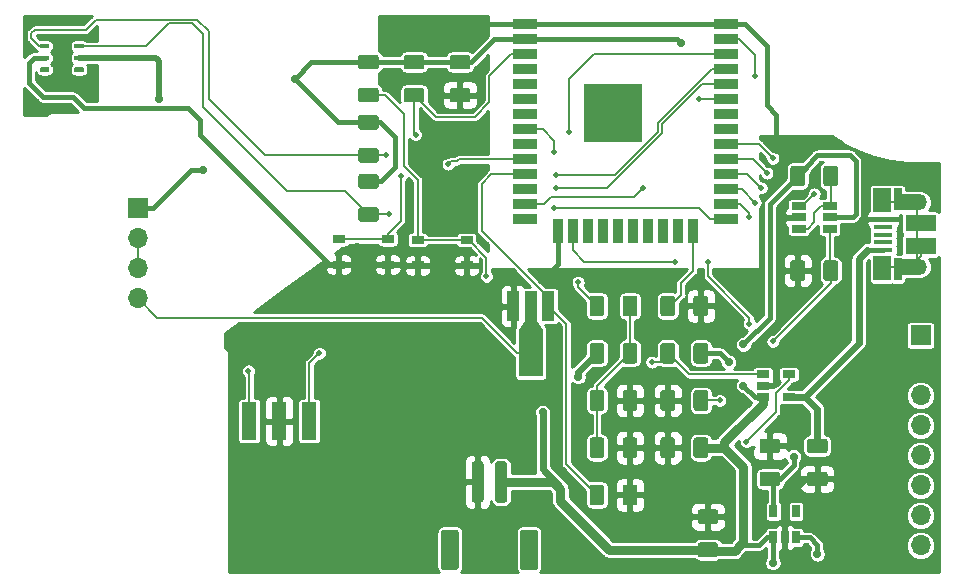
<source format=gbr>
G04 #@! TF.GenerationSoftware,KiCad,Pcbnew,(5.1.0)-1*
G04 #@! TF.CreationDate,2019-04-15T21:45:38-04:00*
G04 #@! TF.ProjectId,eWeatherStation,65576561-7468-4657-9253-746174696f6e,rev?*
G04 #@! TF.SameCoordinates,Original*
G04 #@! TF.FileFunction,Copper,L1,Top*
G04 #@! TF.FilePolarity,Positive*
%FSLAX46Y46*%
G04 Gerber Fmt 4.6, Leading zero omitted, Abs format (unit mm)*
G04 Created by KiCad (PCBNEW (5.1.0)-1) date 2019-04-15 21:45:38*
%MOMM*%
%LPD*%
G04 APERTURE LIST*
%ADD10R,1.220000X0.650000*%
%ADD11R,5.000000X5.000000*%
%ADD12R,2.000000X0.900000*%
%ADD13R,0.900000X2.000000*%
%ADD14C,0.100000*%
%ADD15C,1.250000*%
%ADD16R,0.650000X1.060000*%
%ADD17R,1.270000X3.180000*%
%ADD18R,1.700000X1.700000*%
%ADD19O,1.700000X1.700000*%
%ADD20R,1.000000X2.500000*%
%ADD21R,2.000000X4.000000*%
%ADD22C,0.750000*%
%ADD23R,1.060000X0.650000*%
%ADD24R,2.000000X1.350000*%
%ADD25R,0.700000X1.825000*%
%ADD26R,1.500000X2.000000*%
%ADD27R,1.650000X0.400000*%
%ADD28O,1.500000X1.100000*%
%ADD29O,1.700000X1.350000*%
%ADD30R,2.500000X1.430000*%
%ADD31R,1.050000X0.650000*%
%ADD32C,1.500000*%
%ADD33C,0.400000*%
%ADD34C,1.000000*%
%ADD35C,0.700000*%
%ADD36C,0.508000*%
%ADD37C,0.400000*%
%ADD38C,0.800000*%
%ADD39C,0.600000*%
%ADD40C,0.500000*%
%ADD41C,0.152400*%
%ADD42C,0.254000*%
G04 APERTURE END LIST*
D10*
X175690000Y-77950000D03*
X175690000Y-77000000D03*
X175690000Y-76050000D03*
X178310000Y-76050000D03*
X178310000Y-77000000D03*
X178310000Y-77950000D03*
D11*
X160000000Y-68145000D03*
D12*
X152500000Y-60645000D03*
X152500000Y-61915000D03*
X152500000Y-63185000D03*
X152500000Y-64455000D03*
X152500000Y-65725000D03*
X152500000Y-66995000D03*
X152500000Y-68265000D03*
X152500000Y-69535000D03*
X152500000Y-70805000D03*
X152500000Y-72075000D03*
X152500000Y-73345000D03*
X152500000Y-74615000D03*
X152500000Y-75885000D03*
X152500000Y-77155000D03*
D13*
X155285000Y-78155000D03*
X156555000Y-78155000D03*
X157825000Y-78155000D03*
X159095000Y-78155000D03*
X160365000Y-78155000D03*
X161635000Y-78155000D03*
X162905000Y-78155000D03*
X164175000Y-78155000D03*
X165445000Y-78155000D03*
X166715000Y-78155000D03*
D12*
X169500000Y-77155000D03*
X169500000Y-75885000D03*
X169500000Y-74615000D03*
X169500000Y-73345000D03*
X169500000Y-72075000D03*
X169500000Y-70805000D03*
X169500000Y-69535000D03*
X169500000Y-68265000D03*
X169500000Y-66995000D03*
X169500000Y-65725000D03*
X169500000Y-64455000D03*
X169500000Y-63185000D03*
X169500000Y-61915000D03*
X169500000Y-60645000D03*
D14*
G36*
X175999504Y-80626204D02*
G01*
X176023773Y-80629804D01*
X176047571Y-80635765D01*
X176070671Y-80644030D01*
X176092849Y-80654520D01*
X176113893Y-80667133D01*
X176133598Y-80681747D01*
X176151777Y-80698223D01*
X176168253Y-80716402D01*
X176182867Y-80736107D01*
X176195480Y-80757151D01*
X176205970Y-80779329D01*
X176214235Y-80802429D01*
X176220196Y-80826227D01*
X176223796Y-80850496D01*
X176225000Y-80875000D01*
X176225000Y-82125000D01*
X176223796Y-82149504D01*
X176220196Y-82173773D01*
X176214235Y-82197571D01*
X176205970Y-82220671D01*
X176195480Y-82242849D01*
X176182867Y-82263893D01*
X176168253Y-82283598D01*
X176151777Y-82301777D01*
X176133598Y-82318253D01*
X176113893Y-82332867D01*
X176092849Y-82345480D01*
X176070671Y-82355970D01*
X176047571Y-82364235D01*
X176023773Y-82370196D01*
X175999504Y-82373796D01*
X175975000Y-82375000D01*
X175225000Y-82375000D01*
X175200496Y-82373796D01*
X175176227Y-82370196D01*
X175152429Y-82364235D01*
X175129329Y-82355970D01*
X175107151Y-82345480D01*
X175086107Y-82332867D01*
X175066402Y-82318253D01*
X175048223Y-82301777D01*
X175031747Y-82283598D01*
X175017133Y-82263893D01*
X175004520Y-82242849D01*
X174994030Y-82220671D01*
X174985765Y-82197571D01*
X174979804Y-82173773D01*
X174976204Y-82149504D01*
X174975000Y-82125000D01*
X174975000Y-80875000D01*
X174976204Y-80850496D01*
X174979804Y-80826227D01*
X174985765Y-80802429D01*
X174994030Y-80779329D01*
X175004520Y-80757151D01*
X175017133Y-80736107D01*
X175031747Y-80716402D01*
X175048223Y-80698223D01*
X175066402Y-80681747D01*
X175086107Y-80667133D01*
X175107151Y-80654520D01*
X175129329Y-80644030D01*
X175152429Y-80635765D01*
X175176227Y-80629804D01*
X175200496Y-80626204D01*
X175225000Y-80625000D01*
X175975000Y-80625000D01*
X175999504Y-80626204D01*
X175999504Y-80626204D01*
G37*
D15*
X175600000Y-81500000D03*
D14*
G36*
X178799504Y-80626204D02*
G01*
X178823773Y-80629804D01*
X178847571Y-80635765D01*
X178870671Y-80644030D01*
X178892849Y-80654520D01*
X178913893Y-80667133D01*
X178933598Y-80681747D01*
X178951777Y-80698223D01*
X178968253Y-80716402D01*
X178982867Y-80736107D01*
X178995480Y-80757151D01*
X179005970Y-80779329D01*
X179014235Y-80802429D01*
X179020196Y-80826227D01*
X179023796Y-80850496D01*
X179025000Y-80875000D01*
X179025000Y-82125000D01*
X179023796Y-82149504D01*
X179020196Y-82173773D01*
X179014235Y-82197571D01*
X179005970Y-82220671D01*
X178995480Y-82242849D01*
X178982867Y-82263893D01*
X178968253Y-82283598D01*
X178951777Y-82301777D01*
X178933598Y-82318253D01*
X178913893Y-82332867D01*
X178892849Y-82345480D01*
X178870671Y-82355970D01*
X178847571Y-82364235D01*
X178823773Y-82370196D01*
X178799504Y-82373796D01*
X178775000Y-82375000D01*
X178025000Y-82375000D01*
X178000496Y-82373796D01*
X177976227Y-82370196D01*
X177952429Y-82364235D01*
X177929329Y-82355970D01*
X177907151Y-82345480D01*
X177886107Y-82332867D01*
X177866402Y-82318253D01*
X177848223Y-82301777D01*
X177831747Y-82283598D01*
X177817133Y-82263893D01*
X177804520Y-82242849D01*
X177794030Y-82220671D01*
X177785765Y-82197571D01*
X177779804Y-82173773D01*
X177776204Y-82149504D01*
X177775000Y-82125000D01*
X177775000Y-80875000D01*
X177776204Y-80850496D01*
X177779804Y-80826227D01*
X177785765Y-80802429D01*
X177794030Y-80779329D01*
X177804520Y-80757151D01*
X177817133Y-80736107D01*
X177831747Y-80716402D01*
X177848223Y-80698223D01*
X177866402Y-80681747D01*
X177886107Y-80667133D01*
X177907151Y-80654520D01*
X177929329Y-80644030D01*
X177952429Y-80635765D01*
X177976227Y-80629804D01*
X178000496Y-80626204D01*
X178025000Y-80625000D01*
X178775000Y-80625000D01*
X178799504Y-80626204D01*
X178799504Y-80626204D01*
G37*
D15*
X178400000Y-81500000D03*
D14*
G36*
X178799504Y-72626204D02*
G01*
X178823773Y-72629804D01*
X178847571Y-72635765D01*
X178870671Y-72644030D01*
X178892849Y-72654520D01*
X178913893Y-72667133D01*
X178933598Y-72681747D01*
X178951777Y-72698223D01*
X178968253Y-72716402D01*
X178982867Y-72736107D01*
X178995480Y-72757151D01*
X179005970Y-72779329D01*
X179014235Y-72802429D01*
X179020196Y-72826227D01*
X179023796Y-72850496D01*
X179025000Y-72875000D01*
X179025000Y-74125000D01*
X179023796Y-74149504D01*
X179020196Y-74173773D01*
X179014235Y-74197571D01*
X179005970Y-74220671D01*
X178995480Y-74242849D01*
X178982867Y-74263893D01*
X178968253Y-74283598D01*
X178951777Y-74301777D01*
X178933598Y-74318253D01*
X178913893Y-74332867D01*
X178892849Y-74345480D01*
X178870671Y-74355970D01*
X178847571Y-74364235D01*
X178823773Y-74370196D01*
X178799504Y-74373796D01*
X178775000Y-74375000D01*
X178025000Y-74375000D01*
X178000496Y-74373796D01*
X177976227Y-74370196D01*
X177952429Y-74364235D01*
X177929329Y-74355970D01*
X177907151Y-74345480D01*
X177886107Y-74332867D01*
X177866402Y-74318253D01*
X177848223Y-74301777D01*
X177831747Y-74283598D01*
X177817133Y-74263893D01*
X177804520Y-74242849D01*
X177794030Y-74220671D01*
X177785765Y-74197571D01*
X177779804Y-74173773D01*
X177776204Y-74149504D01*
X177775000Y-74125000D01*
X177775000Y-72875000D01*
X177776204Y-72850496D01*
X177779804Y-72826227D01*
X177785765Y-72802429D01*
X177794030Y-72779329D01*
X177804520Y-72757151D01*
X177817133Y-72736107D01*
X177831747Y-72716402D01*
X177848223Y-72698223D01*
X177866402Y-72681747D01*
X177886107Y-72667133D01*
X177907151Y-72654520D01*
X177929329Y-72644030D01*
X177952429Y-72635765D01*
X177976227Y-72629804D01*
X178000496Y-72626204D01*
X178025000Y-72625000D01*
X178775000Y-72625000D01*
X178799504Y-72626204D01*
X178799504Y-72626204D01*
G37*
D15*
X178400000Y-73500000D03*
D14*
G36*
X175999504Y-72626204D02*
G01*
X176023773Y-72629804D01*
X176047571Y-72635765D01*
X176070671Y-72644030D01*
X176092849Y-72654520D01*
X176113893Y-72667133D01*
X176133598Y-72681747D01*
X176151777Y-72698223D01*
X176168253Y-72716402D01*
X176182867Y-72736107D01*
X176195480Y-72757151D01*
X176205970Y-72779329D01*
X176214235Y-72802429D01*
X176220196Y-72826227D01*
X176223796Y-72850496D01*
X176225000Y-72875000D01*
X176225000Y-74125000D01*
X176223796Y-74149504D01*
X176220196Y-74173773D01*
X176214235Y-74197571D01*
X176205970Y-74220671D01*
X176195480Y-74242849D01*
X176182867Y-74263893D01*
X176168253Y-74283598D01*
X176151777Y-74301777D01*
X176133598Y-74318253D01*
X176113893Y-74332867D01*
X176092849Y-74345480D01*
X176070671Y-74355970D01*
X176047571Y-74364235D01*
X176023773Y-74370196D01*
X175999504Y-74373796D01*
X175975000Y-74375000D01*
X175225000Y-74375000D01*
X175200496Y-74373796D01*
X175176227Y-74370196D01*
X175152429Y-74364235D01*
X175129329Y-74355970D01*
X175107151Y-74345480D01*
X175086107Y-74332867D01*
X175066402Y-74318253D01*
X175048223Y-74301777D01*
X175031747Y-74283598D01*
X175017133Y-74263893D01*
X175004520Y-74242849D01*
X174994030Y-74220671D01*
X174985765Y-74197571D01*
X174979804Y-74173773D01*
X174976204Y-74149504D01*
X174975000Y-74125000D01*
X174975000Y-72875000D01*
X174976204Y-72850496D01*
X174979804Y-72826227D01*
X174985765Y-72802429D01*
X174994030Y-72779329D01*
X175004520Y-72757151D01*
X175017133Y-72736107D01*
X175031747Y-72716402D01*
X175048223Y-72698223D01*
X175066402Y-72681747D01*
X175086107Y-72667133D01*
X175107151Y-72654520D01*
X175129329Y-72644030D01*
X175152429Y-72635765D01*
X175176227Y-72629804D01*
X175200496Y-72626204D01*
X175225000Y-72625000D01*
X175975000Y-72625000D01*
X175999504Y-72626204D01*
X175999504Y-72626204D01*
G37*
D15*
X175600000Y-73500000D03*
D14*
G36*
X177899504Y-98526204D02*
G01*
X177923773Y-98529804D01*
X177947571Y-98535765D01*
X177970671Y-98544030D01*
X177992849Y-98554520D01*
X178013893Y-98567133D01*
X178033598Y-98581747D01*
X178051777Y-98598223D01*
X178068253Y-98616402D01*
X178082867Y-98636107D01*
X178095480Y-98657151D01*
X178105970Y-98679329D01*
X178114235Y-98702429D01*
X178120196Y-98726227D01*
X178123796Y-98750496D01*
X178125000Y-98775000D01*
X178125000Y-99525000D01*
X178123796Y-99549504D01*
X178120196Y-99573773D01*
X178114235Y-99597571D01*
X178105970Y-99620671D01*
X178095480Y-99642849D01*
X178082867Y-99663893D01*
X178068253Y-99683598D01*
X178051777Y-99701777D01*
X178033598Y-99718253D01*
X178013893Y-99732867D01*
X177992849Y-99745480D01*
X177970671Y-99755970D01*
X177947571Y-99764235D01*
X177923773Y-99770196D01*
X177899504Y-99773796D01*
X177875000Y-99775000D01*
X176625000Y-99775000D01*
X176600496Y-99773796D01*
X176576227Y-99770196D01*
X176552429Y-99764235D01*
X176529329Y-99755970D01*
X176507151Y-99745480D01*
X176486107Y-99732867D01*
X176466402Y-99718253D01*
X176448223Y-99701777D01*
X176431747Y-99683598D01*
X176417133Y-99663893D01*
X176404520Y-99642849D01*
X176394030Y-99620671D01*
X176385765Y-99597571D01*
X176379804Y-99573773D01*
X176376204Y-99549504D01*
X176375000Y-99525000D01*
X176375000Y-98775000D01*
X176376204Y-98750496D01*
X176379804Y-98726227D01*
X176385765Y-98702429D01*
X176394030Y-98679329D01*
X176404520Y-98657151D01*
X176417133Y-98636107D01*
X176431747Y-98616402D01*
X176448223Y-98598223D01*
X176466402Y-98581747D01*
X176486107Y-98567133D01*
X176507151Y-98554520D01*
X176529329Y-98544030D01*
X176552429Y-98535765D01*
X176576227Y-98529804D01*
X176600496Y-98526204D01*
X176625000Y-98525000D01*
X177875000Y-98525000D01*
X177899504Y-98526204D01*
X177899504Y-98526204D01*
G37*
D15*
X177250000Y-99150000D03*
D14*
G36*
X177899504Y-95726204D02*
G01*
X177923773Y-95729804D01*
X177947571Y-95735765D01*
X177970671Y-95744030D01*
X177992849Y-95754520D01*
X178013893Y-95767133D01*
X178033598Y-95781747D01*
X178051777Y-95798223D01*
X178068253Y-95816402D01*
X178082867Y-95836107D01*
X178095480Y-95857151D01*
X178105970Y-95879329D01*
X178114235Y-95902429D01*
X178120196Y-95926227D01*
X178123796Y-95950496D01*
X178125000Y-95975000D01*
X178125000Y-96725000D01*
X178123796Y-96749504D01*
X178120196Y-96773773D01*
X178114235Y-96797571D01*
X178105970Y-96820671D01*
X178095480Y-96842849D01*
X178082867Y-96863893D01*
X178068253Y-96883598D01*
X178051777Y-96901777D01*
X178033598Y-96918253D01*
X178013893Y-96932867D01*
X177992849Y-96945480D01*
X177970671Y-96955970D01*
X177947571Y-96964235D01*
X177923773Y-96970196D01*
X177899504Y-96973796D01*
X177875000Y-96975000D01*
X176625000Y-96975000D01*
X176600496Y-96973796D01*
X176576227Y-96970196D01*
X176552429Y-96964235D01*
X176529329Y-96955970D01*
X176507151Y-96945480D01*
X176486107Y-96932867D01*
X176466402Y-96918253D01*
X176448223Y-96901777D01*
X176431747Y-96883598D01*
X176417133Y-96863893D01*
X176404520Y-96842849D01*
X176394030Y-96820671D01*
X176385765Y-96797571D01*
X176379804Y-96773773D01*
X176376204Y-96749504D01*
X176375000Y-96725000D01*
X176375000Y-95975000D01*
X176376204Y-95950496D01*
X176379804Y-95926227D01*
X176385765Y-95902429D01*
X176394030Y-95879329D01*
X176404520Y-95857151D01*
X176417133Y-95836107D01*
X176431747Y-95816402D01*
X176448223Y-95798223D01*
X176466402Y-95781747D01*
X176486107Y-95767133D01*
X176507151Y-95754520D01*
X176529329Y-95744030D01*
X176552429Y-95735765D01*
X176576227Y-95729804D01*
X176600496Y-95726204D01*
X176625000Y-95725000D01*
X177875000Y-95725000D01*
X177899504Y-95726204D01*
X177899504Y-95726204D01*
G37*
D15*
X177250000Y-96350000D03*
D16*
X173550000Y-101900000D03*
X175450000Y-101900000D03*
X175450000Y-104100000D03*
X174500000Y-104100000D03*
X173550000Y-104100000D03*
D17*
X129170000Y-94250000D03*
X131710000Y-94250000D03*
X134250000Y-94250000D03*
D14*
G36*
X173899504Y-95726204D02*
G01*
X173923773Y-95729804D01*
X173947571Y-95735765D01*
X173970671Y-95744030D01*
X173992849Y-95754520D01*
X174013893Y-95767133D01*
X174033598Y-95781747D01*
X174051777Y-95798223D01*
X174068253Y-95816402D01*
X174082867Y-95836107D01*
X174095480Y-95857151D01*
X174105970Y-95879329D01*
X174114235Y-95902429D01*
X174120196Y-95926227D01*
X174123796Y-95950496D01*
X174125000Y-95975000D01*
X174125000Y-96725000D01*
X174123796Y-96749504D01*
X174120196Y-96773773D01*
X174114235Y-96797571D01*
X174105970Y-96820671D01*
X174095480Y-96842849D01*
X174082867Y-96863893D01*
X174068253Y-96883598D01*
X174051777Y-96901777D01*
X174033598Y-96918253D01*
X174013893Y-96932867D01*
X173992849Y-96945480D01*
X173970671Y-96955970D01*
X173947571Y-96964235D01*
X173923773Y-96970196D01*
X173899504Y-96973796D01*
X173875000Y-96975000D01*
X172625000Y-96975000D01*
X172600496Y-96973796D01*
X172576227Y-96970196D01*
X172552429Y-96964235D01*
X172529329Y-96955970D01*
X172507151Y-96945480D01*
X172486107Y-96932867D01*
X172466402Y-96918253D01*
X172448223Y-96901777D01*
X172431747Y-96883598D01*
X172417133Y-96863893D01*
X172404520Y-96842849D01*
X172394030Y-96820671D01*
X172385765Y-96797571D01*
X172379804Y-96773773D01*
X172376204Y-96749504D01*
X172375000Y-96725000D01*
X172375000Y-95975000D01*
X172376204Y-95950496D01*
X172379804Y-95926227D01*
X172385765Y-95902429D01*
X172394030Y-95879329D01*
X172404520Y-95857151D01*
X172417133Y-95836107D01*
X172431747Y-95816402D01*
X172448223Y-95798223D01*
X172466402Y-95781747D01*
X172486107Y-95767133D01*
X172507151Y-95754520D01*
X172529329Y-95744030D01*
X172552429Y-95735765D01*
X172576227Y-95729804D01*
X172600496Y-95726204D01*
X172625000Y-95725000D01*
X173875000Y-95725000D01*
X173899504Y-95726204D01*
X173899504Y-95726204D01*
G37*
D15*
X173250000Y-96350000D03*
D14*
G36*
X173899504Y-98526204D02*
G01*
X173923773Y-98529804D01*
X173947571Y-98535765D01*
X173970671Y-98544030D01*
X173992849Y-98554520D01*
X174013893Y-98567133D01*
X174033598Y-98581747D01*
X174051777Y-98598223D01*
X174068253Y-98616402D01*
X174082867Y-98636107D01*
X174095480Y-98657151D01*
X174105970Y-98679329D01*
X174114235Y-98702429D01*
X174120196Y-98726227D01*
X174123796Y-98750496D01*
X174125000Y-98775000D01*
X174125000Y-99525000D01*
X174123796Y-99549504D01*
X174120196Y-99573773D01*
X174114235Y-99597571D01*
X174105970Y-99620671D01*
X174095480Y-99642849D01*
X174082867Y-99663893D01*
X174068253Y-99683598D01*
X174051777Y-99701777D01*
X174033598Y-99718253D01*
X174013893Y-99732867D01*
X173992849Y-99745480D01*
X173970671Y-99755970D01*
X173947571Y-99764235D01*
X173923773Y-99770196D01*
X173899504Y-99773796D01*
X173875000Y-99775000D01*
X172625000Y-99775000D01*
X172600496Y-99773796D01*
X172576227Y-99770196D01*
X172552429Y-99764235D01*
X172529329Y-99755970D01*
X172507151Y-99745480D01*
X172486107Y-99732867D01*
X172466402Y-99718253D01*
X172448223Y-99701777D01*
X172431747Y-99683598D01*
X172417133Y-99663893D01*
X172404520Y-99642849D01*
X172394030Y-99620671D01*
X172385765Y-99597571D01*
X172379804Y-99573773D01*
X172376204Y-99549504D01*
X172375000Y-99525000D01*
X172375000Y-98775000D01*
X172376204Y-98750496D01*
X172379804Y-98726227D01*
X172385765Y-98702429D01*
X172394030Y-98679329D01*
X172404520Y-98657151D01*
X172417133Y-98636107D01*
X172431747Y-98616402D01*
X172448223Y-98598223D01*
X172466402Y-98581747D01*
X172486107Y-98567133D01*
X172507151Y-98554520D01*
X172529329Y-98544030D01*
X172552429Y-98535765D01*
X172576227Y-98529804D01*
X172600496Y-98526204D01*
X172625000Y-98525000D01*
X173875000Y-98525000D01*
X173899504Y-98526204D01*
X173899504Y-98526204D01*
G37*
D15*
X173250000Y-99150000D03*
D18*
X119750000Y-76250000D03*
D19*
X119750000Y-78790000D03*
X119750000Y-81330000D03*
X119750000Y-83870000D03*
D20*
X154500000Y-84520000D03*
X153000000Y-84520000D03*
X151500000Y-84520000D03*
D21*
X153000000Y-88480000D03*
D22*
X153000000Y-86130000D03*
D14*
G36*
X152000000Y-86505000D02*
G01*
X152500000Y-85755000D01*
X153500000Y-85755000D01*
X154000000Y-86505000D01*
X152000000Y-86505000D01*
X152000000Y-86505000D01*
G37*
G36*
X164999504Y-91626204D02*
G01*
X165023773Y-91629804D01*
X165047571Y-91635765D01*
X165070671Y-91644030D01*
X165092849Y-91654520D01*
X165113893Y-91667133D01*
X165133598Y-91681747D01*
X165151777Y-91698223D01*
X165168253Y-91716402D01*
X165182867Y-91736107D01*
X165195480Y-91757151D01*
X165205970Y-91779329D01*
X165214235Y-91802429D01*
X165220196Y-91826227D01*
X165223796Y-91850496D01*
X165225000Y-91875000D01*
X165225000Y-93125000D01*
X165223796Y-93149504D01*
X165220196Y-93173773D01*
X165214235Y-93197571D01*
X165205970Y-93220671D01*
X165195480Y-93242849D01*
X165182867Y-93263893D01*
X165168253Y-93283598D01*
X165151777Y-93301777D01*
X165133598Y-93318253D01*
X165113893Y-93332867D01*
X165092849Y-93345480D01*
X165070671Y-93355970D01*
X165047571Y-93364235D01*
X165023773Y-93370196D01*
X164999504Y-93373796D01*
X164975000Y-93375000D01*
X164225000Y-93375000D01*
X164200496Y-93373796D01*
X164176227Y-93370196D01*
X164152429Y-93364235D01*
X164129329Y-93355970D01*
X164107151Y-93345480D01*
X164086107Y-93332867D01*
X164066402Y-93318253D01*
X164048223Y-93301777D01*
X164031747Y-93283598D01*
X164017133Y-93263893D01*
X164004520Y-93242849D01*
X163994030Y-93220671D01*
X163985765Y-93197571D01*
X163979804Y-93173773D01*
X163976204Y-93149504D01*
X163975000Y-93125000D01*
X163975000Y-91875000D01*
X163976204Y-91850496D01*
X163979804Y-91826227D01*
X163985765Y-91802429D01*
X163994030Y-91779329D01*
X164004520Y-91757151D01*
X164017133Y-91736107D01*
X164031747Y-91716402D01*
X164048223Y-91698223D01*
X164066402Y-91681747D01*
X164086107Y-91667133D01*
X164107151Y-91654520D01*
X164129329Y-91644030D01*
X164152429Y-91635765D01*
X164176227Y-91629804D01*
X164200496Y-91626204D01*
X164225000Y-91625000D01*
X164975000Y-91625000D01*
X164999504Y-91626204D01*
X164999504Y-91626204D01*
G37*
D15*
X164600000Y-92500000D03*
D14*
G36*
X167799504Y-91626204D02*
G01*
X167823773Y-91629804D01*
X167847571Y-91635765D01*
X167870671Y-91644030D01*
X167892849Y-91654520D01*
X167913893Y-91667133D01*
X167933598Y-91681747D01*
X167951777Y-91698223D01*
X167968253Y-91716402D01*
X167982867Y-91736107D01*
X167995480Y-91757151D01*
X168005970Y-91779329D01*
X168014235Y-91802429D01*
X168020196Y-91826227D01*
X168023796Y-91850496D01*
X168025000Y-91875000D01*
X168025000Y-93125000D01*
X168023796Y-93149504D01*
X168020196Y-93173773D01*
X168014235Y-93197571D01*
X168005970Y-93220671D01*
X167995480Y-93242849D01*
X167982867Y-93263893D01*
X167968253Y-93283598D01*
X167951777Y-93301777D01*
X167933598Y-93318253D01*
X167913893Y-93332867D01*
X167892849Y-93345480D01*
X167870671Y-93355970D01*
X167847571Y-93364235D01*
X167823773Y-93370196D01*
X167799504Y-93373796D01*
X167775000Y-93375000D01*
X167025000Y-93375000D01*
X167000496Y-93373796D01*
X166976227Y-93370196D01*
X166952429Y-93364235D01*
X166929329Y-93355970D01*
X166907151Y-93345480D01*
X166886107Y-93332867D01*
X166866402Y-93318253D01*
X166848223Y-93301777D01*
X166831747Y-93283598D01*
X166817133Y-93263893D01*
X166804520Y-93242849D01*
X166794030Y-93220671D01*
X166785765Y-93197571D01*
X166779804Y-93173773D01*
X166776204Y-93149504D01*
X166775000Y-93125000D01*
X166775000Y-91875000D01*
X166776204Y-91850496D01*
X166779804Y-91826227D01*
X166785765Y-91802429D01*
X166794030Y-91779329D01*
X166804520Y-91757151D01*
X166817133Y-91736107D01*
X166831747Y-91716402D01*
X166848223Y-91698223D01*
X166866402Y-91681747D01*
X166886107Y-91667133D01*
X166907151Y-91654520D01*
X166929329Y-91644030D01*
X166952429Y-91635765D01*
X166976227Y-91629804D01*
X167000496Y-91626204D01*
X167025000Y-91625000D01*
X167775000Y-91625000D01*
X167799504Y-91626204D01*
X167799504Y-91626204D01*
G37*
D15*
X167400000Y-92500000D03*
D18*
X186000000Y-87000000D03*
D19*
X186000000Y-89540000D03*
X186000000Y-92080000D03*
X186000000Y-94620000D03*
X186000000Y-97160000D03*
X186000000Y-99700000D03*
X186000000Y-102240000D03*
X186000000Y-104780000D03*
D14*
G36*
X168649504Y-104526204D02*
G01*
X168673773Y-104529804D01*
X168697571Y-104535765D01*
X168720671Y-104544030D01*
X168742849Y-104554520D01*
X168763893Y-104567133D01*
X168783598Y-104581747D01*
X168801777Y-104598223D01*
X168818253Y-104616402D01*
X168832867Y-104636107D01*
X168845480Y-104657151D01*
X168855970Y-104679329D01*
X168864235Y-104702429D01*
X168870196Y-104726227D01*
X168873796Y-104750496D01*
X168875000Y-104775000D01*
X168875000Y-105525000D01*
X168873796Y-105549504D01*
X168870196Y-105573773D01*
X168864235Y-105597571D01*
X168855970Y-105620671D01*
X168845480Y-105642849D01*
X168832867Y-105663893D01*
X168818253Y-105683598D01*
X168801777Y-105701777D01*
X168783598Y-105718253D01*
X168763893Y-105732867D01*
X168742849Y-105745480D01*
X168720671Y-105755970D01*
X168697571Y-105764235D01*
X168673773Y-105770196D01*
X168649504Y-105773796D01*
X168625000Y-105775000D01*
X167375000Y-105775000D01*
X167350496Y-105773796D01*
X167326227Y-105770196D01*
X167302429Y-105764235D01*
X167279329Y-105755970D01*
X167257151Y-105745480D01*
X167236107Y-105732867D01*
X167216402Y-105718253D01*
X167198223Y-105701777D01*
X167181747Y-105683598D01*
X167167133Y-105663893D01*
X167154520Y-105642849D01*
X167144030Y-105620671D01*
X167135765Y-105597571D01*
X167129804Y-105573773D01*
X167126204Y-105549504D01*
X167125000Y-105525000D01*
X167125000Y-104775000D01*
X167126204Y-104750496D01*
X167129804Y-104726227D01*
X167135765Y-104702429D01*
X167144030Y-104679329D01*
X167154520Y-104657151D01*
X167167133Y-104636107D01*
X167181747Y-104616402D01*
X167198223Y-104598223D01*
X167216402Y-104581747D01*
X167236107Y-104567133D01*
X167257151Y-104554520D01*
X167279329Y-104544030D01*
X167302429Y-104535765D01*
X167326227Y-104529804D01*
X167350496Y-104526204D01*
X167375000Y-104525000D01*
X168625000Y-104525000D01*
X168649504Y-104526204D01*
X168649504Y-104526204D01*
G37*
D15*
X168000000Y-105150000D03*
D14*
G36*
X168649504Y-101726204D02*
G01*
X168673773Y-101729804D01*
X168697571Y-101735765D01*
X168720671Y-101744030D01*
X168742849Y-101754520D01*
X168763893Y-101767133D01*
X168783598Y-101781747D01*
X168801777Y-101798223D01*
X168818253Y-101816402D01*
X168832867Y-101836107D01*
X168845480Y-101857151D01*
X168855970Y-101879329D01*
X168864235Y-101902429D01*
X168870196Y-101926227D01*
X168873796Y-101950496D01*
X168875000Y-101975000D01*
X168875000Y-102725000D01*
X168873796Y-102749504D01*
X168870196Y-102773773D01*
X168864235Y-102797571D01*
X168855970Y-102820671D01*
X168845480Y-102842849D01*
X168832867Y-102863893D01*
X168818253Y-102883598D01*
X168801777Y-102901777D01*
X168783598Y-102918253D01*
X168763893Y-102932867D01*
X168742849Y-102945480D01*
X168720671Y-102955970D01*
X168697571Y-102964235D01*
X168673773Y-102970196D01*
X168649504Y-102973796D01*
X168625000Y-102975000D01*
X167375000Y-102975000D01*
X167350496Y-102973796D01*
X167326227Y-102970196D01*
X167302429Y-102964235D01*
X167279329Y-102955970D01*
X167257151Y-102945480D01*
X167236107Y-102932867D01*
X167216402Y-102918253D01*
X167198223Y-102901777D01*
X167181747Y-102883598D01*
X167167133Y-102863893D01*
X167154520Y-102842849D01*
X167144030Y-102820671D01*
X167135765Y-102797571D01*
X167129804Y-102773773D01*
X167126204Y-102749504D01*
X167125000Y-102725000D01*
X167125000Y-101975000D01*
X167126204Y-101950496D01*
X167129804Y-101926227D01*
X167135765Y-101902429D01*
X167144030Y-101879329D01*
X167154520Y-101857151D01*
X167167133Y-101836107D01*
X167181747Y-101816402D01*
X167198223Y-101798223D01*
X167216402Y-101781747D01*
X167236107Y-101767133D01*
X167257151Y-101754520D01*
X167279329Y-101744030D01*
X167302429Y-101735765D01*
X167326227Y-101729804D01*
X167350496Y-101726204D01*
X167375000Y-101725000D01*
X168625000Y-101725000D01*
X168649504Y-101726204D01*
X168649504Y-101726204D01*
G37*
D15*
X168000000Y-102350000D03*
D14*
G36*
X158999504Y-95626204D02*
G01*
X159023773Y-95629804D01*
X159047571Y-95635765D01*
X159070671Y-95644030D01*
X159092849Y-95654520D01*
X159113893Y-95667133D01*
X159133598Y-95681747D01*
X159151777Y-95698223D01*
X159168253Y-95716402D01*
X159182867Y-95736107D01*
X159195480Y-95757151D01*
X159205970Y-95779329D01*
X159214235Y-95802429D01*
X159220196Y-95826227D01*
X159223796Y-95850496D01*
X159225000Y-95875000D01*
X159225000Y-97125000D01*
X159223796Y-97149504D01*
X159220196Y-97173773D01*
X159214235Y-97197571D01*
X159205970Y-97220671D01*
X159195480Y-97242849D01*
X159182867Y-97263893D01*
X159168253Y-97283598D01*
X159151777Y-97301777D01*
X159133598Y-97318253D01*
X159113893Y-97332867D01*
X159092849Y-97345480D01*
X159070671Y-97355970D01*
X159047571Y-97364235D01*
X159023773Y-97370196D01*
X158999504Y-97373796D01*
X158975000Y-97375000D01*
X158225000Y-97375000D01*
X158200496Y-97373796D01*
X158176227Y-97370196D01*
X158152429Y-97364235D01*
X158129329Y-97355970D01*
X158107151Y-97345480D01*
X158086107Y-97332867D01*
X158066402Y-97318253D01*
X158048223Y-97301777D01*
X158031747Y-97283598D01*
X158017133Y-97263893D01*
X158004520Y-97242849D01*
X157994030Y-97220671D01*
X157985765Y-97197571D01*
X157979804Y-97173773D01*
X157976204Y-97149504D01*
X157975000Y-97125000D01*
X157975000Y-95875000D01*
X157976204Y-95850496D01*
X157979804Y-95826227D01*
X157985765Y-95802429D01*
X157994030Y-95779329D01*
X158004520Y-95757151D01*
X158017133Y-95736107D01*
X158031747Y-95716402D01*
X158048223Y-95698223D01*
X158066402Y-95681747D01*
X158086107Y-95667133D01*
X158107151Y-95654520D01*
X158129329Y-95644030D01*
X158152429Y-95635765D01*
X158176227Y-95629804D01*
X158200496Y-95626204D01*
X158225000Y-95625000D01*
X158975000Y-95625000D01*
X158999504Y-95626204D01*
X158999504Y-95626204D01*
G37*
D15*
X158600000Y-96500000D03*
D14*
G36*
X161799504Y-95626204D02*
G01*
X161823773Y-95629804D01*
X161847571Y-95635765D01*
X161870671Y-95644030D01*
X161892849Y-95654520D01*
X161913893Y-95667133D01*
X161933598Y-95681747D01*
X161951777Y-95698223D01*
X161968253Y-95716402D01*
X161982867Y-95736107D01*
X161995480Y-95757151D01*
X162005970Y-95779329D01*
X162014235Y-95802429D01*
X162020196Y-95826227D01*
X162023796Y-95850496D01*
X162025000Y-95875000D01*
X162025000Y-97125000D01*
X162023796Y-97149504D01*
X162020196Y-97173773D01*
X162014235Y-97197571D01*
X162005970Y-97220671D01*
X161995480Y-97242849D01*
X161982867Y-97263893D01*
X161968253Y-97283598D01*
X161951777Y-97301777D01*
X161933598Y-97318253D01*
X161913893Y-97332867D01*
X161892849Y-97345480D01*
X161870671Y-97355970D01*
X161847571Y-97364235D01*
X161823773Y-97370196D01*
X161799504Y-97373796D01*
X161775000Y-97375000D01*
X161025000Y-97375000D01*
X161000496Y-97373796D01*
X160976227Y-97370196D01*
X160952429Y-97364235D01*
X160929329Y-97355970D01*
X160907151Y-97345480D01*
X160886107Y-97332867D01*
X160866402Y-97318253D01*
X160848223Y-97301777D01*
X160831747Y-97283598D01*
X160817133Y-97263893D01*
X160804520Y-97242849D01*
X160794030Y-97220671D01*
X160785765Y-97197571D01*
X160779804Y-97173773D01*
X160776204Y-97149504D01*
X160775000Y-97125000D01*
X160775000Y-95875000D01*
X160776204Y-95850496D01*
X160779804Y-95826227D01*
X160785765Y-95802429D01*
X160794030Y-95779329D01*
X160804520Y-95757151D01*
X160817133Y-95736107D01*
X160831747Y-95716402D01*
X160848223Y-95698223D01*
X160866402Y-95681747D01*
X160886107Y-95667133D01*
X160907151Y-95654520D01*
X160929329Y-95644030D01*
X160952429Y-95635765D01*
X160976227Y-95629804D01*
X161000496Y-95626204D01*
X161025000Y-95625000D01*
X161775000Y-95625000D01*
X161799504Y-95626204D01*
X161799504Y-95626204D01*
G37*
D15*
X161400000Y-96500000D03*
D14*
G36*
X147649504Y-66026204D02*
G01*
X147673773Y-66029804D01*
X147697571Y-66035765D01*
X147720671Y-66044030D01*
X147742849Y-66054520D01*
X147763893Y-66067133D01*
X147783598Y-66081747D01*
X147801777Y-66098223D01*
X147818253Y-66116402D01*
X147832867Y-66136107D01*
X147845480Y-66157151D01*
X147855970Y-66179329D01*
X147864235Y-66202429D01*
X147870196Y-66226227D01*
X147873796Y-66250496D01*
X147875000Y-66275000D01*
X147875000Y-67025000D01*
X147873796Y-67049504D01*
X147870196Y-67073773D01*
X147864235Y-67097571D01*
X147855970Y-67120671D01*
X147845480Y-67142849D01*
X147832867Y-67163893D01*
X147818253Y-67183598D01*
X147801777Y-67201777D01*
X147783598Y-67218253D01*
X147763893Y-67232867D01*
X147742849Y-67245480D01*
X147720671Y-67255970D01*
X147697571Y-67264235D01*
X147673773Y-67270196D01*
X147649504Y-67273796D01*
X147625000Y-67275000D01*
X146375000Y-67275000D01*
X146350496Y-67273796D01*
X146326227Y-67270196D01*
X146302429Y-67264235D01*
X146279329Y-67255970D01*
X146257151Y-67245480D01*
X146236107Y-67232867D01*
X146216402Y-67218253D01*
X146198223Y-67201777D01*
X146181747Y-67183598D01*
X146167133Y-67163893D01*
X146154520Y-67142849D01*
X146144030Y-67120671D01*
X146135765Y-67097571D01*
X146129804Y-67073773D01*
X146126204Y-67049504D01*
X146125000Y-67025000D01*
X146125000Y-66275000D01*
X146126204Y-66250496D01*
X146129804Y-66226227D01*
X146135765Y-66202429D01*
X146144030Y-66179329D01*
X146154520Y-66157151D01*
X146167133Y-66136107D01*
X146181747Y-66116402D01*
X146198223Y-66098223D01*
X146216402Y-66081747D01*
X146236107Y-66067133D01*
X146257151Y-66054520D01*
X146279329Y-66044030D01*
X146302429Y-66035765D01*
X146326227Y-66029804D01*
X146350496Y-66026204D01*
X146375000Y-66025000D01*
X147625000Y-66025000D01*
X147649504Y-66026204D01*
X147649504Y-66026204D01*
G37*
D15*
X147000000Y-66650000D03*
D14*
G36*
X147649504Y-63226204D02*
G01*
X147673773Y-63229804D01*
X147697571Y-63235765D01*
X147720671Y-63244030D01*
X147742849Y-63254520D01*
X147763893Y-63267133D01*
X147783598Y-63281747D01*
X147801777Y-63298223D01*
X147818253Y-63316402D01*
X147832867Y-63336107D01*
X147845480Y-63357151D01*
X147855970Y-63379329D01*
X147864235Y-63402429D01*
X147870196Y-63426227D01*
X147873796Y-63450496D01*
X147875000Y-63475000D01*
X147875000Y-64225000D01*
X147873796Y-64249504D01*
X147870196Y-64273773D01*
X147864235Y-64297571D01*
X147855970Y-64320671D01*
X147845480Y-64342849D01*
X147832867Y-64363893D01*
X147818253Y-64383598D01*
X147801777Y-64401777D01*
X147783598Y-64418253D01*
X147763893Y-64432867D01*
X147742849Y-64445480D01*
X147720671Y-64455970D01*
X147697571Y-64464235D01*
X147673773Y-64470196D01*
X147649504Y-64473796D01*
X147625000Y-64475000D01*
X146375000Y-64475000D01*
X146350496Y-64473796D01*
X146326227Y-64470196D01*
X146302429Y-64464235D01*
X146279329Y-64455970D01*
X146257151Y-64445480D01*
X146236107Y-64432867D01*
X146216402Y-64418253D01*
X146198223Y-64401777D01*
X146181747Y-64383598D01*
X146167133Y-64363893D01*
X146154520Y-64342849D01*
X146144030Y-64320671D01*
X146135765Y-64297571D01*
X146129804Y-64273773D01*
X146126204Y-64249504D01*
X146125000Y-64225000D01*
X146125000Y-63475000D01*
X146126204Y-63450496D01*
X146129804Y-63426227D01*
X146135765Y-63402429D01*
X146144030Y-63379329D01*
X146154520Y-63357151D01*
X146167133Y-63336107D01*
X146181747Y-63316402D01*
X146198223Y-63298223D01*
X146216402Y-63281747D01*
X146236107Y-63267133D01*
X146257151Y-63254520D01*
X146279329Y-63244030D01*
X146302429Y-63235765D01*
X146326227Y-63229804D01*
X146350496Y-63226204D01*
X146375000Y-63225000D01*
X147625000Y-63225000D01*
X147649504Y-63226204D01*
X147649504Y-63226204D01*
G37*
D15*
X147000000Y-63850000D03*
D14*
G36*
X164999504Y-95626204D02*
G01*
X165023773Y-95629804D01*
X165047571Y-95635765D01*
X165070671Y-95644030D01*
X165092849Y-95654520D01*
X165113893Y-95667133D01*
X165133598Y-95681747D01*
X165151777Y-95698223D01*
X165168253Y-95716402D01*
X165182867Y-95736107D01*
X165195480Y-95757151D01*
X165205970Y-95779329D01*
X165214235Y-95802429D01*
X165220196Y-95826227D01*
X165223796Y-95850496D01*
X165225000Y-95875000D01*
X165225000Y-97125000D01*
X165223796Y-97149504D01*
X165220196Y-97173773D01*
X165214235Y-97197571D01*
X165205970Y-97220671D01*
X165195480Y-97242849D01*
X165182867Y-97263893D01*
X165168253Y-97283598D01*
X165151777Y-97301777D01*
X165133598Y-97318253D01*
X165113893Y-97332867D01*
X165092849Y-97345480D01*
X165070671Y-97355970D01*
X165047571Y-97364235D01*
X165023773Y-97370196D01*
X164999504Y-97373796D01*
X164975000Y-97375000D01*
X164225000Y-97375000D01*
X164200496Y-97373796D01*
X164176227Y-97370196D01*
X164152429Y-97364235D01*
X164129329Y-97355970D01*
X164107151Y-97345480D01*
X164086107Y-97332867D01*
X164066402Y-97318253D01*
X164048223Y-97301777D01*
X164031747Y-97283598D01*
X164017133Y-97263893D01*
X164004520Y-97242849D01*
X163994030Y-97220671D01*
X163985765Y-97197571D01*
X163979804Y-97173773D01*
X163976204Y-97149504D01*
X163975000Y-97125000D01*
X163975000Y-95875000D01*
X163976204Y-95850496D01*
X163979804Y-95826227D01*
X163985765Y-95802429D01*
X163994030Y-95779329D01*
X164004520Y-95757151D01*
X164017133Y-95736107D01*
X164031747Y-95716402D01*
X164048223Y-95698223D01*
X164066402Y-95681747D01*
X164086107Y-95667133D01*
X164107151Y-95654520D01*
X164129329Y-95644030D01*
X164152429Y-95635765D01*
X164176227Y-95629804D01*
X164200496Y-95626204D01*
X164225000Y-95625000D01*
X164975000Y-95625000D01*
X164999504Y-95626204D01*
X164999504Y-95626204D01*
G37*
D15*
X164600000Y-96500000D03*
D14*
G36*
X167799504Y-95626204D02*
G01*
X167823773Y-95629804D01*
X167847571Y-95635765D01*
X167870671Y-95644030D01*
X167892849Y-95654520D01*
X167913893Y-95667133D01*
X167933598Y-95681747D01*
X167951777Y-95698223D01*
X167968253Y-95716402D01*
X167982867Y-95736107D01*
X167995480Y-95757151D01*
X168005970Y-95779329D01*
X168014235Y-95802429D01*
X168020196Y-95826227D01*
X168023796Y-95850496D01*
X168025000Y-95875000D01*
X168025000Y-97125000D01*
X168023796Y-97149504D01*
X168020196Y-97173773D01*
X168014235Y-97197571D01*
X168005970Y-97220671D01*
X167995480Y-97242849D01*
X167982867Y-97263893D01*
X167968253Y-97283598D01*
X167951777Y-97301777D01*
X167933598Y-97318253D01*
X167913893Y-97332867D01*
X167892849Y-97345480D01*
X167870671Y-97355970D01*
X167847571Y-97364235D01*
X167823773Y-97370196D01*
X167799504Y-97373796D01*
X167775000Y-97375000D01*
X167025000Y-97375000D01*
X167000496Y-97373796D01*
X166976227Y-97370196D01*
X166952429Y-97364235D01*
X166929329Y-97355970D01*
X166907151Y-97345480D01*
X166886107Y-97332867D01*
X166866402Y-97318253D01*
X166848223Y-97301777D01*
X166831747Y-97283598D01*
X166817133Y-97263893D01*
X166804520Y-97242849D01*
X166794030Y-97220671D01*
X166785765Y-97197571D01*
X166779804Y-97173773D01*
X166776204Y-97149504D01*
X166775000Y-97125000D01*
X166775000Y-95875000D01*
X166776204Y-95850496D01*
X166779804Y-95826227D01*
X166785765Y-95802429D01*
X166794030Y-95779329D01*
X166804520Y-95757151D01*
X166817133Y-95736107D01*
X166831747Y-95716402D01*
X166848223Y-95698223D01*
X166866402Y-95681747D01*
X166886107Y-95667133D01*
X166907151Y-95654520D01*
X166929329Y-95644030D01*
X166952429Y-95635765D01*
X166976227Y-95629804D01*
X167000496Y-95626204D01*
X167025000Y-95625000D01*
X167775000Y-95625000D01*
X167799504Y-95626204D01*
X167799504Y-95626204D01*
G37*
D15*
X167400000Y-96500000D03*
D14*
G36*
X161799504Y-99626204D02*
G01*
X161823773Y-99629804D01*
X161847571Y-99635765D01*
X161870671Y-99644030D01*
X161892849Y-99654520D01*
X161913893Y-99667133D01*
X161933598Y-99681747D01*
X161951777Y-99698223D01*
X161968253Y-99716402D01*
X161982867Y-99736107D01*
X161995480Y-99757151D01*
X162005970Y-99779329D01*
X162014235Y-99802429D01*
X162020196Y-99826227D01*
X162023796Y-99850496D01*
X162025000Y-99875000D01*
X162025000Y-101125000D01*
X162023796Y-101149504D01*
X162020196Y-101173773D01*
X162014235Y-101197571D01*
X162005970Y-101220671D01*
X161995480Y-101242849D01*
X161982867Y-101263893D01*
X161968253Y-101283598D01*
X161951777Y-101301777D01*
X161933598Y-101318253D01*
X161913893Y-101332867D01*
X161892849Y-101345480D01*
X161870671Y-101355970D01*
X161847571Y-101364235D01*
X161823773Y-101370196D01*
X161799504Y-101373796D01*
X161775000Y-101375000D01*
X161025000Y-101375000D01*
X161000496Y-101373796D01*
X160976227Y-101370196D01*
X160952429Y-101364235D01*
X160929329Y-101355970D01*
X160907151Y-101345480D01*
X160886107Y-101332867D01*
X160866402Y-101318253D01*
X160848223Y-101301777D01*
X160831747Y-101283598D01*
X160817133Y-101263893D01*
X160804520Y-101242849D01*
X160794030Y-101220671D01*
X160785765Y-101197571D01*
X160779804Y-101173773D01*
X160776204Y-101149504D01*
X160775000Y-101125000D01*
X160775000Y-99875000D01*
X160776204Y-99850496D01*
X160779804Y-99826227D01*
X160785765Y-99802429D01*
X160794030Y-99779329D01*
X160804520Y-99757151D01*
X160817133Y-99736107D01*
X160831747Y-99716402D01*
X160848223Y-99698223D01*
X160866402Y-99681747D01*
X160886107Y-99667133D01*
X160907151Y-99654520D01*
X160929329Y-99644030D01*
X160952429Y-99635765D01*
X160976227Y-99629804D01*
X161000496Y-99626204D01*
X161025000Y-99625000D01*
X161775000Y-99625000D01*
X161799504Y-99626204D01*
X161799504Y-99626204D01*
G37*
D15*
X161400000Y-100500000D03*
D14*
G36*
X158999504Y-99626204D02*
G01*
X159023773Y-99629804D01*
X159047571Y-99635765D01*
X159070671Y-99644030D01*
X159092849Y-99654520D01*
X159113893Y-99667133D01*
X159133598Y-99681747D01*
X159151777Y-99698223D01*
X159168253Y-99716402D01*
X159182867Y-99736107D01*
X159195480Y-99757151D01*
X159205970Y-99779329D01*
X159214235Y-99802429D01*
X159220196Y-99826227D01*
X159223796Y-99850496D01*
X159225000Y-99875000D01*
X159225000Y-101125000D01*
X159223796Y-101149504D01*
X159220196Y-101173773D01*
X159214235Y-101197571D01*
X159205970Y-101220671D01*
X159195480Y-101242849D01*
X159182867Y-101263893D01*
X159168253Y-101283598D01*
X159151777Y-101301777D01*
X159133598Y-101318253D01*
X159113893Y-101332867D01*
X159092849Y-101345480D01*
X159070671Y-101355970D01*
X159047571Y-101364235D01*
X159023773Y-101370196D01*
X158999504Y-101373796D01*
X158975000Y-101375000D01*
X158225000Y-101375000D01*
X158200496Y-101373796D01*
X158176227Y-101370196D01*
X158152429Y-101364235D01*
X158129329Y-101355970D01*
X158107151Y-101345480D01*
X158086107Y-101332867D01*
X158066402Y-101318253D01*
X158048223Y-101301777D01*
X158031747Y-101283598D01*
X158017133Y-101263893D01*
X158004520Y-101242849D01*
X157994030Y-101220671D01*
X157985765Y-101197571D01*
X157979804Y-101173773D01*
X157976204Y-101149504D01*
X157975000Y-101125000D01*
X157975000Y-99875000D01*
X157976204Y-99850496D01*
X157979804Y-99826227D01*
X157985765Y-99802429D01*
X157994030Y-99779329D01*
X158004520Y-99757151D01*
X158017133Y-99736107D01*
X158031747Y-99716402D01*
X158048223Y-99698223D01*
X158066402Y-99681747D01*
X158086107Y-99667133D01*
X158107151Y-99654520D01*
X158129329Y-99644030D01*
X158152429Y-99635765D01*
X158176227Y-99629804D01*
X158200496Y-99626204D01*
X158225000Y-99625000D01*
X158975000Y-99625000D01*
X158999504Y-99626204D01*
X158999504Y-99626204D01*
G37*
D15*
X158600000Y-100500000D03*
D14*
G36*
X161799504Y-83626204D02*
G01*
X161823773Y-83629804D01*
X161847571Y-83635765D01*
X161870671Y-83644030D01*
X161892849Y-83654520D01*
X161913893Y-83667133D01*
X161933598Y-83681747D01*
X161951777Y-83698223D01*
X161968253Y-83716402D01*
X161982867Y-83736107D01*
X161995480Y-83757151D01*
X162005970Y-83779329D01*
X162014235Y-83802429D01*
X162020196Y-83826227D01*
X162023796Y-83850496D01*
X162025000Y-83875000D01*
X162025000Y-85125000D01*
X162023796Y-85149504D01*
X162020196Y-85173773D01*
X162014235Y-85197571D01*
X162005970Y-85220671D01*
X161995480Y-85242849D01*
X161982867Y-85263893D01*
X161968253Y-85283598D01*
X161951777Y-85301777D01*
X161933598Y-85318253D01*
X161913893Y-85332867D01*
X161892849Y-85345480D01*
X161870671Y-85355970D01*
X161847571Y-85364235D01*
X161823773Y-85370196D01*
X161799504Y-85373796D01*
X161775000Y-85375000D01*
X161025000Y-85375000D01*
X161000496Y-85373796D01*
X160976227Y-85370196D01*
X160952429Y-85364235D01*
X160929329Y-85355970D01*
X160907151Y-85345480D01*
X160886107Y-85332867D01*
X160866402Y-85318253D01*
X160848223Y-85301777D01*
X160831747Y-85283598D01*
X160817133Y-85263893D01*
X160804520Y-85242849D01*
X160794030Y-85220671D01*
X160785765Y-85197571D01*
X160779804Y-85173773D01*
X160776204Y-85149504D01*
X160775000Y-85125000D01*
X160775000Y-83875000D01*
X160776204Y-83850496D01*
X160779804Y-83826227D01*
X160785765Y-83802429D01*
X160794030Y-83779329D01*
X160804520Y-83757151D01*
X160817133Y-83736107D01*
X160831747Y-83716402D01*
X160848223Y-83698223D01*
X160866402Y-83681747D01*
X160886107Y-83667133D01*
X160907151Y-83654520D01*
X160929329Y-83644030D01*
X160952429Y-83635765D01*
X160976227Y-83629804D01*
X161000496Y-83626204D01*
X161025000Y-83625000D01*
X161775000Y-83625000D01*
X161799504Y-83626204D01*
X161799504Y-83626204D01*
G37*
D15*
X161400000Y-84500000D03*
D14*
G36*
X158999504Y-83626204D02*
G01*
X159023773Y-83629804D01*
X159047571Y-83635765D01*
X159070671Y-83644030D01*
X159092849Y-83654520D01*
X159113893Y-83667133D01*
X159133598Y-83681747D01*
X159151777Y-83698223D01*
X159168253Y-83716402D01*
X159182867Y-83736107D01*
X159195480Y-83757151D01*
X159205970Y-83779329D01*
X159214235Y-83802429D01*
X159220196Y-83826227D01*
X159223796Y-83850496D01*
X159225000Y-83875000D01*
X159225000Y-85125000D01*
X159223796Y-85149504D01*
X159220196Y-85173773D01*
X159214235Y-85197571D01*
X159205970Y-85220671D01*
X159195480Y-85242849D01*
X159182867Y-85263893D01*
X159168253Y-85283598D01*
X159151777Y-85301777D01*
X159133598Y-85318253D01*
X159113893Y-85332867D01*
X159092849Y-85345480D01*
X159070671Y-85355970D01*
X159047571Y-85364235D01*
X159023773Y-85370196D01*
X158999504Y-85373796D01*
X158975000Y-85375000D01*
X158225000Y-85375000D01*
X158200496Y-85373796D01*
X158176227Y-85370196D01*
X158152429Y-85364235D01*
X158129329Y-85355970D01*
X158107151Y-85345480D01*
X158086107Y-85332867D01*
X158066402Y-85318253D01*
X158048223Y-85301777D01*
X158031747Y-85283598D01*
X158017133Y-85263893D01*
X158004520Y-85242849D01*
X157994030Y-85220671D01*
X157985765Y-85197571D01*
X157979804Y-85173773D01*
X157976204Y-85149504D01*
X157975000Y-85125000D01*
X157975000Y-83875000D01*
X157976204Y-83850496D01*
X157979804Y-83826227D01*
X157985765Y-83802429D01*
X157994030Y-83779329D01*
X158004520Y-83757151D01*
X158017133Y-83736107D01*
X158031747Y-83716402D01*
X158048223Y-83698223D01*
X158066402Y-83681747D01*
X158086107Y-83667133D01*
X158107151Y-83654520D01*
X158129329Y-83644030D01*
X158152429Y-83635765D01*
X158176227Y-83629804D01*
X158200496Y-83626204D01*
X158225000Y-83625000D01*
X158975000Y-83625000D01*
X158999504Y-83626204D01*
X158999504Y-83626204D01*
G37*
D15*
X158600000Y-84500000D03*
D14*
G36*
X161799504Y-87626204D02*
G01*
X161823773Y-87629804D01*
X161847571Y-87635765D01*
X161870671Y-87644030D01*
X161892849Y-87654520D01*
X161913893Y-87667133D01*
X161933598Y-87681747D01*
X161951777Y-87698223D01*
X161968253Y-87716402D01*
X161982867Y-87736107D01*
X161995480Y-87757151D01*
X162005970Y-87779329D01*
X162014235Y-87802429D01*
X162020196Y-87826227D01*
X162023796Y-87850496D01*
X162025000Y-87875000D01*
X162025000Y-89125000D01*
X162023796Y-89149504D01*
X162020196Y-89173773D01*
X162014235Y-89197571D01*
X162005970Y-89220671D01*
X161995480Y-89242849D01*
X161982867Y-89263893D01*
X161968253Y-89283598D01*
X161951777Y-89301777D01*
X161933598Y-89318253D01*
X161913893Y-89332867D01*
X161892849Y-89345480D01*
X161870671Y-89355970D01*
X161847571Y-89364235D01*
X161823773Y-89370196D01*
X161799504Y-89373796D01*
X161775000Y-89375000D01*
X161025000Y-89375000D01*
X161000496Y-89373796D01*
X160976227Y-89370196D01*
X160952429Y-89364235D01*
X160929329Y-89355970D01*
X160907151Y-89345480D01*
X160886107Y-89332867D01*
X160866402Y-89318253D01*
X160848223Y-89301777D01*
X160831747Y-89283598D01*
X160817133Y-89263893D01*
X160804520Y-89242849D01*
X160794030Y-89220671D01*
X160785765Y-89197571D01*
X160779804Y-89173773D01*
X160776204Y-89149504D01*
X160775000Y-89125000D01*
X160775000Y-87875000D01*
X160776204Y-87850496D01*
X160779804Y-87826227D01*
X160785765Y-87802429D01*
X160794030Y-87779329D01*
X160804520Y-87757151D01*
X160817133Y-87736107D01*
X160831747Y-87716402D01*
X160848223Y-87698223D01*
X160866402Y-87681747D01*
X160886107Y-87667133D01*
X160907151Y-87654520D01*
X160929329Y-87644030D01*
X160952429Y-87635765D01*
X160976227Y-87629804D01*
X161000496Y-87626204D01*
X161025000Y-87625000D01*
X161775000Y-87625000D01*
X161799504Y-87626204D01*
X161799504Y-87626204D01*
G37*
D15*
X161400000Y-88500000D03*
D14*
G36*
X158999504Y-87626204D02*
G01*
X159023773Y-87629804D01*
X159047571Y-87635765D01*
X159070671Y-87644030D01*
X159092849Y-87654520D01*
X159113893Y-87667133D01*
X159133598Y-87681747D01*
X159151777Y-87698223D01*
X159168253Y-87716402D01*
X159182867Y-87736107D01*
X159195480Y-87757151D01*
X159205970Y-87779329D01*
X159214235Y-87802429D01*
X159220196Y-87826227D01*
X159223796Y-87850496D01*
X159225000Y-87875000D01*
X159225000Y-89125000D01*
X159223796Y-89149504D01*
X159220196Y-89173773D01*
X159214235Y-89197571D01*
X159205970Y-89220671D01*
X159195480Y-89242849D01*
X159182867Y-89263893D01*
X159168253Y-89283598D01*
X159151777Y-89301777D01*
X159133598Y-89318253D01*
X159113893Y-89332867D01*
X159092849Y-89345480D01*
X159070671Y-89355970D01*
X159047571Y-89364235D01*
X159023773Y-89370196D01*
X158999504Y-89373796D01*
X158975000Y-89375000D01*
X158225000Y-89375000D01*
X158200496Y-89373796D01*
X158176227Y-89370196D01*
X158152429Y-89364235D01*
X158129329Y-89355970D01*
X158107151Y-89345480D01*
X158086107Y-89332867D01*
X158066402Y-89318253D01*
X158048223Y-89301777D01*
X158031747Y-89283598D01*
X158017133Y-89263893D01*
X158004520Y-89242849D01*
X157994030Y-89220671D01*
X157985765Y-89197571D01*
X157979804Y-89173773D01*
X157976204Y-89149504D01*
X157975000Y-89125000D01*
X157975000Y-87875000D01*
X157976204Y-87850496D01*
X157979804Y-87826227D01*
X157985765Y-87802429D01*
X157994030Y-87779329D01*
X158004520Y-87757151D01*
X158017133Y-87736107D01*
X158031747Y-87716402D01*
X158048223Y-87698223D01*
X158066402Y-87681747D01*
X158086107Y-87667133D01*
X158107151Y-87654520D01*
X158129329Y-87644030D01*
X158152429Y-87635765D01*
X158176227Y-87629804D01*
X158200496Y-87626204D01*
X158225000Y-87625000D01*
X158975000Y-87625000D01*
X158999504Y-87626204D01*
X158999504Y-87626204D01*
G37*
D15*
X158600000Y-88500000D03*
D14*
G36*
X161799504Y-91626204D02*
G01*
X161823773Y-91629804D01*
X161847571Y-91635765D01*
X161870671Y-91644030D01*
X161892849Y-91654520D01*
X161913893Y-91667133D01*
X161933598Y-91681747D01*
X161951777Y-91698223D01*
X161968253Y-91716402D01*
X161982867Y-91736107D01*
X161995480Y-91757151D01*
X162005970Y-91779329D01*
X162014235Y-91802429D01*
X162020196Y-91826227D01*
X162023796Y-91850496D01*
X162025000Y-91875000D01*
X162025000Y-93125000D01*
X162023796Y-93149504D01*
X162020196Y-93173773D01*
X162014235Y-93197571D01*
X162005970Y-93220671D01*
X161995480Y-93242849D01*
X161982867Y-93263893D01*
X161968253Y-93283598D01*
X161951777Y-93301777D01*
X161933598Y-93318253D01*
X161913893Y-93332867D01*
X161892849Y-93345480D01*
X161870671Y-93355970D01*
X161847571Y-93364235D01*
X161823773Y-93370196D01*
X161799504Y-93373796D01*
X161775000Y-93375000D01*
X161025000Y-93375000D01*
X161000496Y-93373796D01*
X160976227Y-93370196D01*
X160952429Y-93364235D01*
X160929329Y-93355970D01*
X160907151Y-93345480D01*
X160886107Y-93332867D01*
X160866402Y-93318253D01*
X160848223Y-93301777D01*
X160831747Y-93283598D01*
X160817133Y-93263893D01*
X160804520Y-93242849D01*
X160794030Y-93220671D01*
X160785765Y-93197571D01*
X160779804Y-93173773D01*
X160776204Y-93149504D01*
X160775000Y-93125000D01*
X160775000Y-91875000D01*
X160776204Y-91850496D01*
X160779804Y-91826227D01*
X160785765Y-91802429D01*
X160794030Y-91779329D01*
X160804520Y-91757151D01*
X160817133Y-91736107D01*
X160831747Y-91716402D01*
X160848223Y-91698223D01*
X160866402Y-91681747D01*
X160886107Y-91667133D01*
X160907151Y-91654520D01*
X160929329Y-91644030D01*
X160952429Y-91635765D01*
X160976227Y-91629804D01*
X161000496Y-91626204D01*
X161025000Y-91625000D01*
X161775000Y-91625000D01*
X161799504Y-91626204D01*
X161799504Y-91626204D01*
G37*
D15*
X161400000Y-92500000D03*
D14*
G36*
X158999504Y-91626204D02*
G01*
X159023773Y-91629804D01*
X159047571Y-91635765D01*
X159070671Y-91644030D01*
X159092849Y-91654520D01*
X159113893Y-91667133D01*
X159133598Y-91681747D01*
X159151777Y-91698223D01*
X159168253Y-91716402D01*
X159182867Y-91736107D01*
X159195480Y-91757151D01*
X159205970Y-91779329D01*
X159214235Y-91802429D01*
X159220196Y-91826227D01*
X159223796Y-91850496D01*
X159225000Y-91875000D01*
X159225000Y-93125000D01*
X159223796Y-93149504D01*
X159220196Y-93173773D01*
X159214235Y-93197571D01*
X159205970Y-93220671D01*
X159195480Y-93242849D01*
X159182867Y-93263893D01*
X159168253Y-93283598D01*
X159151777Y-93301777D01*
X159133598Y-93318253D01*
X159113893Y-93332867D01*
X159092849Y-93345480D01*
X159070671Y-93355970D01*
X159047571Y-93364235D01*
X159023773Y-93370196D01*
X158999504Y-93373796D01*
X158975000Y-93375000D01*
X158225000Y-93375000D01*
X158200496Y-93373796D01*
X158176227Y-93370196D01*
X158152429Y-93364235D01*
X158129329Y-93355970D01*
X158107151Y-93345480D01*
X158086107Y-93332867D01*
X158066402Y-93318253D01*
X158048223Y-93301777D01*
X158031747Y-93283598D01*
X158017133Y-93263893D01*
X158004520Y-93242849D01*
X157994030Y-93220671D01*
X157985765Y-93197571D01*
X157979804Y-93173773D01*
X157976204Y-93149504D01*
X157975000Y-93125000D01*
X157975000Y-91875000D01*
X157976204Y-91850496D01*
X157979804Y-91826227D01*
X157985765Y-91802429D01*
X157994030Y-91779329D01*
X158004520Y-91757151D01*
X158017133Y-91736107D01*
X158031747Y-91716402D01*
X158048223Y-91698223D01*
X158066402Y-91681747D01*
X158086107Y-91667133D01*
X158107151Y-91654520D01*
X158129329Y-91644030D01*
X158152429Y-91635765D01*
X158176227Y-91629804D01*
X158200496Y-91626204D01*
X158225000Y-91625000D01*
X158975000Y-91625000D01*
X158999504Y-91626204D01*
X158999504Y-91626204D01*
G37*
D15*
X158600000Y-92500000D03*
D14*
G36*
X143774504Y-63226204D02*
G01*
X143798773Y-63229804D01*
X143822571Y-63235765D01*
X143845671Y-63244030D01*
X143867849Y-63254520D01*
X143888893Y-63267133D01*
X143908598Y-63281747D01*
X143926777Y-63298223D01*
X143943253Y-63316402D01*
X143957867Y-63336107D01*
X143970480Y-63357151D01*
X143980970Y-63379329D01*
X143989235Y-63402429D01*
X143995196Y-63426227D01*
X143998796Y-63450496D01*
X144000000Y-63475000D01*
X144000000Y-64225000D01*
X143998796Y-64249504D01*
X143995196Y-64273773D01*
X143989235Y-64297571D01*
X143980970Y-64320671D01*
X143970480Y-64342849D01*
X143957867Y-64363893D01*
X143943253Y-64383598D01*
X143926777Y-64401777D01*
X143908598Y-64418253D01*
X143888893Y-64432867D01*
X143867849Y-64445480D01*
X143845671Y-64455970D01*
X143822571Y-64464235D01*
X143798773Y-64470196D01*
X143774504Y-64473796D01*
X143750000Y-64475000D01*
X142500000Y-64475000D01*
X142475496Y-64473796D01*
X142451227Y-64470196D01*
X142427429Y-64464235D01*
X142404329Y-64455970D01*
X142382151Y-64445480D01*
X142361107Y-64432867D01*
X142341402Y-64418253D01*
X142323223Y-64401777D01*
X142306747Y-64383598D01*
X142292133Y-64363893D01*
X142279520Y-64342849D01*
X142269030Y-64320671D01*
X142260765Y-64297571D01*
X142254804Y-64273773D01*
X142251204Y-64249504D01*
X142250000Y-64225000D01*
X142250000Y-63475000D01*
X142251204Y-63450496D01*
X142254804Y-63426227D01*
X142260765Y-63402429D01*
X142269030Y-63379329D01*
X142279520Y-63357151D01*
X142292133Y-63336107D01*
X142306747Y-63316402D01*
X142323223Y-63298223D01*
X142341402Y-63281747D01*
X142361107Y-63267133D01*
X142382151Y-63254520D01*
X142404329Y-63244030D01*
X142427429Y-63235765D01*
X142451227Y-63229804D01*
X142475496Y-63226204D01*
X142500000Y-63225000D01*
X143750000Y-63225000D01*
X143774504Y-63226204D01*
X143774504Y-63226204D01*
G37*
D15*
X143125000Y-63850000D03*
D14*
G36*
X143774504Y-66026204D02*
G01*
X143798773Y-66029804D01*
X143822571Y-66035765D01*
X143845671Y-66044030D01*
X143867849Y-66054520D01*
X143888893Y-66067133D01*
X143908598Y-66081747D01*
X143926777Y-66098223D01*
X143943253Y-66116402D01*
X143957867Y-66136107D01*
X143970480Y-66157151D01*
X143980970Y-66179329D01*
X143989235Y-66202429D01*
X143995196Y-66226227D01*
X143998796Y-66250496D01*
X144000000Y-66275000D01*
X144000000Y-67025000D01*
X143998796Y-67049504D01*
X143995196Y-67073773D01*
X143989235Y-67097571D01*
X143980970Y-67120671D01*
X143970480Y-67142849D01*
X143957867Y-67163893D01*
X143943253Y-67183598D01*
X143926777Y-67201777D01*
X143908598Y-67218253D01*
X143888893Y-67232867D01*
X143867849Y-67245480D01*
X143845671Y-67255970D01*
X143822571Y-67264235D01*
X143798773Y-67270196D01*
X143774504Y-67273796D01*
X143750000Y-67275000D01*
X142500000Y-67275000D01*
X142475496Y-67273796D01*
X142451227Y-67270196D01*
X142427429Y-67264235D01*
X142404329Y-67255970D01*
X142382151Y-67245480D01*
X142361107Y-67232867D01*
X142341402Y-67218253D01*
X142323223Y-67201777D01*
X142306747Y-67183598D01*
X142292133Y-67163893D01*
X142279520Y-67142849D01*
X142269030Y-67120671D01*
X142260765Y-67097571D01*
X142254804Y-67073773D01*
X142251204Y-67049504D01*
X142250000Y-67025000D01*
X142250000Y-66275000D01*
X142251204Y-66250496D01*
X142254804Y-66226227D01*
X142260765Y-66202429D01*
X142269030Y-66179329D01*
X142279520Y-66157151D01*
X142292133Y-66136107D01*
X142306747Y-66116402D01*
X142323223Y-66098223D01*
X142341402Y-66081747D01*
X142361107Y-66067133D01*
X142382151Y-66054520D01*
X142404329Y-66044030D01*
X142427429Y-66035765D01*
X142451227Y-66029804D01*
X142475496Y-66026204D01*
X142500000Y-66025000D01*
X143750000Y-66025000D01*
X143774504Y-66026204D01*
X143774504Y-66026204D01*
G37*
D15*
X143125000Y-66650000D03*
D14*
G36*
X139899504Y-63226204D02*
G01*
X139923773Y-63229804D01*
X139947571Y-63235765D01*
X139970671Y-63244030D01*
X139992849Y-63254520D01*
X140013893Y-63267133D01*
X140033598Y-63281747D01*
X140051777Y-63298223D01*
X140068253Y-63316402D01*
X140082867Y-63336107D01*
X140095480Y-63357151D01*
X140105970Y-63379329D01*
X140114235Y-63402429D01*
X140120196Y-63426227D01*
X140123796Y-63450496D01*
X140125000Y-63475000D01*
X140125000Y-64225000D01*
X140123796Y-64249504D01*
X140120196Y-64273773D01*
X140114235Y-64297571D01*
X140105970Y-64320671D01*
X140095480Y-64342849D01*
X140082867Y-64363893D01*
X140068253Y-64383598D01*
X140051777Y-64401777D01*
X140033598Y-64418253D01*
X140013893Y-64432867D01*
X139992849Y-64445480D01*
X139970671Y-64455970D01*
X139947571Y-64464235D01*
X139923773Y-64470196D01*
X139899504Y-64473796D01*
X139875000Y-64475000D01*
X138625000Y-64475000D01*
X138600496Y-64473796D01*
X138576227Y-64470196D01*
X138552429Y-64464235D01*
X138529329Y-64455970D01*
X138507151Y-64445480D01*
X138486107Y-64432867D01*
X138466402Y-64418253D01*
X138448223Y-64401777D01*
X138431747Y-64383598D01*
X138417133Y-64363893D01*
X138404520Y-64342849D01*
X138394030Y-64320671D01*
X138385765Y-64297571D01*
X138379804Y-64273773D01*
X138376204Y-64249504D01*
X138375000Y-64225000D01*
X138375000Y-63475000D01*
X138376204Y-63450496D01*
X138379804Y-63426227D01*
X138385765Y-63402429D01*
X138394030Y-63379329D01*
X138404520Y-63357151D01*
X138417133Y-63336107D01*
X138431747Y-63316402D01*
X138448223Y-63298223D01*
X138466402Y-63281747D01*
X138486107Y-63267133D01*
X138507151Y-63254520D01*
X138529329Y-63244030D01*
X138552429Y-63235765D01*
X138576227Y-63229804D01*
X138600496Y-63226204D01*
X138625000Y-63225000D01*
X139875000Y-63225000D01*
X139899504Y-63226204D01*
X139899504Y-63226204D01*
G37*
D15*
X139250000Y-63850000D03*
D14*
G36*
X139899504Y-66026204D02*
G01*
X139923773Y-66029804D01*
X139947571Y-66035765D01*
X139970671Y-66044030D01*
X139992849Y-66054520D01*
X140013893Y-66067133D01*
X140033598Y-66081747D01*
X140051777Y-66098223D01*
X140068253Y-66116402D01*
X140082867Y-66136107D01*
X140095480Y-66157151D01*
X140105970Y-66179329D01*
X140114235Y-66202429D01*
X140120196Y-66226227D01*
X140123796Y-66250496D01*
X140125000Y-66275000D01*
X140125000Y-67025000D01*
X140123796Y-67049504D01*
X140120196Y-67073773D01*
X140114235Y-67097571D01*
X140105970Y-67120671D01*
X140095480Y-67142849D01*
X140082867Y-67163893D01*
X140068253Y-67183598D01*
X140051777Y-67201777D01*
X140033598Y-67218253D01*
X140013893Y-67232867D01*
X139992849Y-67245480D01*
X139970671Y-67255970D01*
X139947571Y-67264235D01*
X139923773Y-67270196D01*
X139899504Y-67273796D01*
X139875000Y-67275000D01*
X138625000Y-67275000D01*
X138600496Y-67273796D01*
X138576227Y-67270196D01*
X138552429Y-67264235D01*
X138529329Y-67255970D01*
X138507151Y-67245480D01*
X138486107Y-67232867D01*
X138466402Y-67218253D01*
X138448223Y-67201777D01*
X138431747Y-67183598D01*
X138417133Y-67163893D01*
X138404520Y-67142849D01*
X138394030Y-67120671D01*
X138385765Y-67097571D01*
X138379804Y-67073773D01*
X138376204Y-67049504D01*
X138375000Y-67025000D01*
X138375000Y-66275000D01*
X138376204Y-66250496D01*
X138379804Y-66226227D01*
X138385765Y-66202429D01*
X138394030Y-66179329D01*
X138404520Y-66157151D01*
X138417133Y-66136107D01*
X138431747Y-66116402D01*
X138448223Y-66098223D01*
X138466402Y-66081747D01*
X138486107Y-66067133D01*
X138507151Y-66054520D01*
X138529329Y-66044030D01*
X138552429Y-66035765D01*
X138576227Y-66029804D01*
X138600496Y-66026204D01*
X138625000Y-66025000D01*
X139875000Y-66025000D01*
X139899504Y-66026204D01*
X139899504Y-66026204D01*
G37*
D15*
X139250000Y-66650000D03*
D14*
G36*
X164999504Y-83626204D02*
G01*
X165023773Y-83629804D01*
X165047571Y-83635765D01*
X165070671Y-83644030D01*
X165092849Y-83654520D01*
X165113893Y-83667133D01*
X165133598Y-83681747D01*
X165151777Y-83698223D01*
X165168253Y-83716402D01*
X165182867Y-83736107D01*
X165195480Y-83757151D01*
X165205970Y-83779329D01*
X165214235Y-83802429D01*
X165220196Y-83826227D01*
X165223796Y-83850496D01*
X165225000Y-83875000D01*
X165225000Y-85125000D01*
X165223796Y-85149504D01*
X165220196Y-85173773D01*
X165214235Y-85197571D01*
X165205970Y-85220671D01*
X165195480Y-85242849D01*
X165182867Y-85263893D01*
X165168253Y-85283598D01*
X165151777Y-85301777D01*
X165133598Y-85318253D01*
X165113893Y-85332867D01*
X165092849Y-85345480D01*
X165070671Y-85355970D01*
X165047571Y-85364235D01*
X165023773Y-85370196D01*
X164999504Y-85373796D01*
X164975000Y-85375000D01*
X164225000Y-85375000D01*
X164200496Y-85373796D01*
X164176227Y-85370196D01*
X164152429Y-85364235D01*
X164129329Y-85355970D01*
X164107151Y-85345480D01*
X164086107Y-85332867D01*
X164066402Y-85318253D01*
X164048223Y-85301777D01*
X164031747Y-85283598D01*
X164017133Y-85263893D01*
X164004520Y-85242849D01*
X163994030Y-85220671D01*
X163985765Y-85197571D01*
X163979804Y-85173773D01*
X163976204Y-85149504D01*
X163975000Y-85125000D01*
X163975000Y-83875000D01*
X163976204Y-83850496D01*
X163979804Y-83826227D01*
X163985765Y-83802429D01*
X163994030Y-83779329D01*
X164004520Y-83757151D01*
X164017133Y-83736107D01*
X164031747Y-83716402D01*
X164048223Y-83698223D01*
X164066402Y-83681747D01*
X164086107Y-83667133D01*
X164107151Y-83654520D01*
X164129329Y-83644030D01*
X164152429Y-83635765D01*
X164176227Y-83629804D01*
X164200496Y-83626204D01*
X164225000Y-83625000D01*
X164975000Y-83625000D01*
X164999504Y-83626204D01*
X164999504Y-83626204D01*
G37*
D15*
X164600000Y-84500000D03*
D14*
G36*
X167799504Y-83626204D02*
G01*
X167823773Y-83629804D01*
X167847571Y-83635765D01*
X167870671Y-83644030D01*
X167892849Y-83654520D01*
X167913893Y-83667133D01*
X167933598Y-83681747D01*
X167951777Y-83698223D01*
X167968253Y-83716402D01*
X167982867Y-83736107D01*
X167995480Y-83757151D01*
X168005970Y-83779329D01*
X168014235Y-83802429D01*
X168020196Y-83826227D01*
X168023796Y-83850496D01*
X168025000Y-83875000D01*
X168025000Y-85125000D01*
X168023796Y-85149504D01*
X168020196Y-85173773D01*
X168014235Y-85197571D01*
X168005970Y-85220671D01*
X167995480Y-85242849D01*
X167982867Y-85263893D01*
X167968253Y-85283598D01*
X167951777Y-85301777D01*
X167933598Y-85318253D01*
X167913893Y-85332867D01*
X167892849Y-85345480D01*
X167870671Y-85355970D01*
X167847571Y-85364235D01*
X167823773Y-85370196D01*
X167799504Y-85373796D01*
X167775000Y-85375000D01*
X167025000Y-85375000D01*
X167000496Y-85373796D01*
X166976227Y-85370196D01*
X166952429Y-85364235D01*
X166929329Y-85355970D01*
X166907151Y-85345480D01*
X166886107Y-85332867D01*
X166866402Y-85318253D01*
X166848223Y-85301777D01*
X166831747Y-85283598D01*
X166817133Y-85263893D01*
X166804520Y-85242849D01*
X166794030Y-85220671D01*
X166785765Y-85197571D01*
X166779804Y-85173773D01*
X166776204Y-85149504D01*
X166775000Y-85125000D01*
X166775000Y-83875000D01*
X166776204Y-83850496D01*
X166779804Y-83826227D01*
X166785765Y-83802429D01*
X166794030Y-83779329D01*
X166804520Y-83757151D01*
X166817133Y-83736107D01*
X166831747Y-83716402D01*
X166848223Y-83698223D01*
X166866402Y-83681747D01*
X166886107Y-83667133D01*
X166907151Y-83654520D01*
X166929329Y-83644030D01*
X166952429Y-83635765D01*
X166976227Y-83629804D01*
X167000496Y-83626204D01*
X167025000Y-83625000D01*
X167775000Y-83625000D01*
X167799504Y-83626204D01*
X167799504Y-83626204D01*
G37*
D15*
X167400000Y-84500000D03*
D14*
G36*
X167799504Y-87626204D02*
G01*
X167823773Y-87629804D01*
X167847571Y-87635765D01*
X167870671Y-87644030D01*
X167892849Y-87654520D01*
X167913893Y-87667133D01*
X167933598Y-87681747D01*
X167951777Y-87698223D01*
X167968253Y-87716402D01*
X167982867Y-87736107D01*
X167995480Y-87757151D01*
X168005970Y-87779329D01*
X168014235Y-87802429D01*
X168020196Y-87826227D01*
X168023796Y-87850496D01*
X168025000Y-87875000D01*
X168025000Y-89125000D01*
X168023796Y-89149504D01*
X168020196Y-89173773D01*
X168014235Y-89197571D01*
X168005970Y-89220671D01*
X167995480Y-89242849D01*
X167982867Y-89263893D01*
X167968253Y-89283598D01*
X167951777Y-89301777D01*
X167933598Y-89318253D01*
X167913893Y-89332867D01*
X167892849Y-89345480D01*
X167870671Y-89355970D01*
X167847571Y-89364235D01*
X167823773Y-89370196D01*
X167799504Y-89373796D01*
X167775000Y-89375000D01*
X167025000Y-89375000D01*
X167000496Y-89373796D01*
X166976227Y-89370196D01*
X166952429Y-89364235D01*
X166929329Y-89355970D01*
X166907151Y-89345480D01*
X166886107Y-89332867D01*
X166866402Y-89318253D01*
X166848223Y-89301777D01*
X166831747Y-89283598D01*
X166817133Y-89263893D01*
X166804520Y-89242849D01*
X166794030Y-89220671D01*
X166785765Y-89197571D01*
X166779804Y-89173773D01*
X166776204Y-89149504D01*
X166775000Y-89125000D01*
X166775000Y-87875000D01*
X166776204Y-87850496D01*
X166779804Y-87826227D01*
X166785765Y-87802429D01*
X166794030Y-87779329D01*
X166804520Y-87757151D01*
X166817133Y-87736107D01*
X166831747Y-87716402D01*
X166848223Y-87698223D01*
X166866402Y-87681747D01*
X166886107Y-87667133D01*
X166907151Y-87654520D01*
X166929329Y-87644030D01*
X166952429Y-87635765D01*
X166976227Y-87629804D01*
X167000496Y-87626204D01*
X167025000Y-87625000D01*
X167775000Y-87625000D01*
X167799504Y-87626204D01*
X167799504Y-87626204D01*
G37*
D15*
X167400000Y-88500000D03*
D14*
G36*
X164999504Y-87626204D02*
G01*
X165023773Y-87629804D01*
X165047571Y-87635765D01*
X165070671Y-87644030D01*
X165092849Y-87654520D01*
X165113893Y-87667133D01*
X165133598Y-87681747D01*
X165151777Y-87698223D01*
X165168253Y-87716402D01*
X165182867Y-87736107D01*
X165195480Y-87757151D01*
X165205970Y-87779329D01*
X165214235Y-87802429D01*
X165220196Y-87826227D01*
X165223796Y-87850496D01*
X165225000Y-87875000D01*
X165225000Y-89125000D01*
X165223796Y-89149504D01*
X165220196Y-89173773D01*
X165214235Y-89197571D01*
X165205970Y-89220671D01*
X165195480Y-89242849D01*
X165182867Y-89263893D01*
X165168253Y-89283598D01*
X165151777Y-89301777D01*
X165133598Y-89318253D01*
X165113893Y-89332867D01*
X165092849Y-89345480D01*
X165070671Y-89355970D01*
X165047571Y-89364235D01*
X165023773Y-89370196D01*
X164999504Y-89373796D01*
X164975000Y-89375000D01*
X164225000Y-89375000D01*
X164200496Y-89373796D01*
X164176227Y-89370196D01*
X164152429Y-89364235D01*
X164129329Y-89355970D01*
X164107151Y-89345480D01*
X164086107Y-89332867D01*
X164066402Y-89318253D01*
X164048223Y-89301777D01*
X164031747Y-89283598D01*
X164017133Y-89263893D01*
X164004520Y-89242849D01*
X163994030Y-89220671D01*
X163985765Y-89197571D01*
X163979804Y-89173773D01*
X163976204Y-89149504D01*
X163975000Y-89125000D01*
X163975000Y-87875000D01*
X163976204Y-87850496D01*
X163979804Y-87826227D01*
X163985765Y-87802429D01*
X163994030Y-87779329D01*
X164004520Y-87757151D01*
X164017133Y-87736107D01*
X164031747Y-87716402D01*
X164048223Y-87698223D01*
X164066402Y-87681747D01*
X164086107Y-87667133D01*
X164107151Y-87654520D01*
X164129329Y-87644030D01*
X164152429Y-87635765D01*
X164176227Y-87629804D01*
X164200496Y-87626204D01*
X164225000Y-87625000D01*
X164975000Y-87625000D01*
X164999504Y-87626204D01*
X164999504Y-87626204D01*
G37*
D15*
X164600000Y-88500000D03*
D23*
X172650000Y-90300000D03*
X172650000Y-91250000D03*
X172650000Y-92200000D03*
X174850000Y-92200000D03*
X174850000Y-90300000D03*
D24*
X184800000Y-75710000D03*
X184800000Y-81190000D03*
D25*
X184050000Y-81410000D03*
X184050000Y-75460000D03*
D26*
X182750000Y-81310000D03*
X182730000Y-75560000D03*
D27*
X182850000Y-79760000D03*
X182850000Y-79110000D03*
X182850000Y-78460000D03*
X182850000Y-77810000D03*
X182850000Y-77160000D03*
D28*
X182730000Y-80880000D03*
X182730000Y-76040000D03*
D29*
X185730000Y-81190000D03*
X185730000Y-75730000D03*
D30*
X186000000Y-79420000D03*
X186000000Y-77500000D03*
D31*
X136750000Y-78850000D03*
X140900000Y-78850000D03*
X136750000Y-81000000D03*
X140900000Y-81000000D03*
X147575000Y-81075000D03*
X143425000Y-81075000D03*
X147575000Y-78925000D03*
X143425000Y-78925000D03*
D14*
G36*
X113824053Y-62301206D02*
G01*
X113848370Y-62304813D01*
X113872216Y-62310786D01*
X113895362Y-62319068D01*
X113917585Y-62329579D01*
X113938670Y-62342217D01*
X113958416Y-62356861D01*
X113976630Y-62373370D01*
X113993139Y-62391584D01*
X114007783Y-62411330D01*
X114020421Y-62432415D01*
X114030932Y-62454638D01*
X114039214Y-62477784D01*
X114045187Y-62501630D01*
X114048794Y-62525947D01*
X114050000Y-62550500D01*
X114050000Y-64449500D01*
X114048794Y-64474053D01*
X114045187Y-64498370D01*
X114039214Y-64522216D01*
X114030932Y-64545362D01*
X114020421Y-64567585D01*
X114007783Y-64588670D01*
X113993139Y-64608416D01*
X113976630Y-64626630D01*
X113958416Y-64643139D01*
X113938670Y-64657783D01*
X113917585Y-64670421D01*
X113895362Y-64680932D01*
X113872216Y-64689214D01*
X113848370Y-64695187D01*
X113824053Y-64698794D01*
X113799500Y-64700000D01*
X112800500Y-64700000D01*
X112775947Y-64698794D01*
X112751630Y-64695187D01*
X112727784Y-64689214D01*
X112704638Y-64680932D01*
X112682415Y-64670421D01*
X112661330Y-64657783D01*
X112641584Y-64643139D01*
X112623370Y-64626630D01*
X112606861Y-64608416D01*
X112592217Y-64588670D01*
X112579579Y-64567585D01*
X112569068Y-64545362D01*
X112560786Y-64522216D01*
X112554813Y-64498370D01*
X112551206Y-64474053D01*
X112550000Y-64449500D01*
X112550000Y-62550500D01*
X112551206Y-62525947D01*
X112554813Y-62501630D01*
X112560786Y-62477784D01*
X112569068Y-62454638D01*
X112579579Y-62432415D01*
X112592217Y-62411330D01*
X112606861Y-62391584D01*
X112623370Y-62373370D01*
X112641584Y-62356861D01*
X112661330Y-62342217D01*
X112682415Y-62329579D01*
X112704638Y-62319068D01*
X112727784Y-62310786D01*
X112751630Y-62304813D01*
X112775947Y-62301206D01*
X112800500Y-62300000D01*
X113799500Y-62300000D01*
X113824053Y-62301206D01*
X113824053Y-62301206D01*
G37*
D32*
X113300000Y-63500000D03*
D14*
G36*
X112159802Y-62300482D02*
G01*
X112169509Y-62301921D01*
X112179028Y-62304306D01*
X112188268Y-62307612D01*
X112197140Y-62311808D01*
X112205557Y-62316853D01*
X112213439Y-62322699D01*
X112220711Y-62329289D01*
X112227301Y-62336561D01*
X112233147Y-62344443D01*
X112238192Y-62352860D01*
X112242388Y-62361732D01*
X112245694Y-62370972D01*
X112248079Y-62380491D01*
X112249518Y-62390198D01*
X112250000Y-62400000D01*
X112250000Y-62600000D01*
X112249518Y-62609802D01*
X112248079Y-62619509D01*
X112245694Y-62629028D01*
X112242388Y-62638268D01*
X112238192Y-62647140D01*
X112233147Y-62655557D01*
X112227301Y-62663439D01*
X112220711Y-62670711D01*
X112213439Y-62677301D01*
X112205557Y-62683147D01*
X112197140Y-62688192D01*
X112188268Y-62692388D01*
X112179028Y-62695694D01*
X112169509Y-62698079D01*
X112159802Y-62699518D01*
X112150000Y-62700000D01*
X111550000Y-62700000D01*
X111540198Y-62699518D01*
X111530491Y-62698079D01*
X111520972Y-62695694D01*
X111511732Y-62692388D01*
X111502860Y-62688192D01*
X111494443Y-62683147D01*
X111486561Y-62677301D01*
X111479289Y-62670711D01*
X111472699Y-62663439D01*
X111466853Y-62655557D01*
X111461808Y-62647140D01*
X111457612Y-62638268D01*
X111454306Y-62629028D01*
X111451921Y-62619509D01*
X111450482Y-62609802D01*
X111450000Y-62600000D01*
X111450000Y-62400000D01*
X111450482Y-62390198D01*
X111451921Y-62380491D01*
X111454306Y-62370972D01*
X111457612Y-62361732D01*
X111461808Y-62352860D01*
X111466853Y-62344443D01*
X111472699Y-62336561D01*
X111479289Y-62329289D01*
X111486561Y-62322699D01*
X111494443Y-62316853D01*
X111502860Y-62311808D01*
X111511732Y-62307612D01*
X111520972Y-62304306D01*
X111530491Y-62301921D01*
X111540198Y-62300482D01*
X111550000Y-62300000D01*
X112150000Y-62300000D01*
X112159802Y-62300482D01*
X112159802Y-62300482D01*
G37*
D33*
X111850000Y-62500000D03*
D14*
G36*
X112159802Y-63300482D02*
G01*
X112169509Y-63301921D01*
X112179028Y-63304306D01*
X112188268Y-63307612D01*
X112197140Y-63311808D01*
X112205557Y-63316853D01*
X112213439Y-63322699D01*
X112220711Y-63329289D01*
X112227301Y-63336561D01*
X112233147Y-63344443D01*
X112238192Y-63352860D01*
X112242388Y-63361732D01*
X112245694Y-63370972D01*
X112248079Y-63380491D01*
X112249518Y-63390198D01*
X112250000Y-63400000D01*
X112250000Y-63600000D01*
X112249518Y-63609802D01*
X112248079Y-63619509D01*
X112245694Y-63629028D01*
X112242388Y-63638268D01*
X112238192Y-63647140D01*
X112233147Y-63655557D01*
X112227301Y-63663439D01*
X112220711Y-63670711D01*
X112213439Y-63677301D01*
X112205557Y-63683147D01*
X112197140Y-63688192D01*
X112188268Y-63692388D01*
X112179028Y-63695694D01*
X112169509Y-63698079D01*
X112159802Y-63699518D01*
X112150000Y-63700000D01*
X111550000Y-63700000D01*
X111540198Y-63699518D01*
X111530491Y-63698079D01*
X111520972Y-63695694D01*
X111511732Y-63692388D01*
X111502860Y-63688192D01*
X111494443Y-63683147D01*
X111486561Y-63677301D01*
X111479289Y-63670711D01*
X111472699Y-63663439D01*
X111466853Y-63655557D01*
X111461808Y-63647140D01*
X111457612Y-63638268D01*
X111454306Y-63629028D01*
X111451921Y-63619509D01*
X111450482Y-63609802D01*
X111450000Y-63600000D01*
X111450000Y-63400000D01*
X111450482Y-63390198D01*
X111451921Y-63380491D01*
X111454306Y-63370972D01*
X111457612Y-63361732D01*
X111461808Y-63352860D01*
X111466853Y-63344443D01*
X111472699Y-63336561D01*
X111479289Y-63329289D01*
X111486561Y-63322699D01*
X111494443Y-63316853D01*
X111502860Y-63311808D01*
X111511732Y-63307612D01*
X111520972Y-63304306D01*
X111530491Y-63301921D01*
X111540198Y-63300482D01*
X111550000Y-63300000D01*
X112150000Y-63300000D01*
X112159802Y-63300482D01*
X112159802Y-63300482D01*
G37*
D33*
X111850000Y-63500000D03*
D14*
G36*
X112159802Y-64300482D02*
G01*
X112169509Y-64301921D01*
X112179028Y-64304306D01*
X112188268Y-64307612D01*
X112197140Y-64311808D01*
X112205557Y-64316853D01*
X112213439Y-64322699D01*
X112220711Y-64329289D01*
X112227301Y-64336561D01*
X112233147Y-64344443D01*
X112238192Y-64352860D01*
X112242388Y-64361732D01*
X112245694Y-64370972D01*
X112248079Y-64380491D01*
X112249518Y-64390198D01*
X112250000Y-64400000D01*
X112250000Y-64600000D01*
X112249518Y-64609802D01*
X112248079Y-64619509D01*
X112245694Y-64629028D01*
X112242388Y-64638268D01*
X112238192Y-64647140D01*
X112233147Y-64655557D01*
X112227301Y-64663439D01*
X112220711Y-64670711D01*
X112213439Y-64677301D01*
X112205557Y-64683147D01*
X112197140Y-64688192D01*
X112188268Y-64692388D01*
X112179028Y-64695694D01*
X112169509Y-64698079D01*
X112159802Y-64699518D01*
X112150000Y-64700000D01*
X111550000Y-64700000D01*
X111540198Y-64699518D01*
X111530491Y-64698079D01*
X111520972Y-64695694D01*
X111511732Y-64692388D01*
X111502860Y-64688192D01*
X111494443Y-64683147D01*
X111486561Y-64677301D01*
X111479289Y-64670711D01*
X111472699Y-64663439D01*
X111466853Y-64655557D01*
X111461808Y-64647140D01*
X111457612Y-64638268D01*
X111454306Y-64629028D01*
X111451921Y-64619509D01*
X111450482Y-64609802D01*
X111450000Y-64600000D01*
X111450000Y-64400000D01*
X111450482Y-64390198D01*
X111451921Y-64380491D01*
X111454306Y-64370972D01*
X111457612Y-64361732D01*
X111461808Y-64352860D01*
X111466853Y-64344443D01*
X111472699Y-64336561D01*
X111479289Y-64329289D01*
X111486561Y-64322699D01*
X111494443Y-64316853D01*
X111502860Y-64311808D01*
X111511732Y-64307612D01*
X111520972Y-64304306D01*
X111530491Y-64301921D01*
X111540198Y-64300482D01*
X111550000Y-64300000D01*
X112150000Y-64300000D01*
X112159802Y-64300482D01*
X112159802Y-64300482D01*
G37*
D33*
X111850000Y-64500000D03*
D14*
G36*
X115059802Y-64300482D02*
G01*
X115069509Y-64301921D01*
X115079028Y-64304306D01*
X115088268Y-64307612D01*
X115097140Y-64311808D01*
X115105557Y-64316853D01*
X115113439Y-64322699D01*
X115120711Y-64329289D01*
X115127301Y-64336561D01*
X115133147Y-64344443D01*
X115138192Y-64352860D01*
X115142388Y-64361732D01*
X115145694Y-64370972D01*
X115148079Y-64380491D01*
X115149518Y-64390198D01*
X115150000Y-64400000D01*
X115150000Y-64600000D01*
X115149518Y-64609802D01*
X115148079Y-64619509D01*
X115145694Y-64629028D01*
X115142388Y-64638268D01*
X115138192Y-64647140D01*
X115133147Y-64655557D01*
X115127301Y-64663439D01*
X115120711Y-64670711D01*
X115113439Y-64677301D01*
X115105557Y-64683147D01*
X115097140Y-64688192D01*
X115088268Y-64692388D01*
X115079028Y-64695694D01*
X115069509Y-64698079D01*
X115059802Y-64699518D01*
X115050000Y-64700000D01*
X114450000Y-64700000D01*
X114440198Y-64699518D01*
X114430491Y-64698079D01*
X114420972Y-64695694D01*
X114411732Y-64692388D01*
X114402860Y-64688192D01*
X114394443Y-64683147D01*
X114386561Y-64677301D01*
X114379289Y-64670711D01*
X114372699Y-64663439D01*
X114366853Y-64655557D01*
X114361808Y-64647140D01*
X114357612Y-64638268D01*
X114354306Y-64629028D01*
X114351921Y-64619509D01*
X114350482Y-64609802D01*
X114350000Y-64600000D01*
X114350000Y-64400000D01*
X114350482Y-64390198D01*
X114351921Y-64380491D01*
X114354306Y-64370972D01*
X114357612Y-64361732D01*
X114361808Y-64352860D01*
X114366853Y-64344443D01*
X114372699Y-64336561D01*
X114379289Y-64329289D01*
X114386561Y-64322699D01*
X114394443Y-64316853D01*
X114402860Y-64311808D01*
X114411732Y-64307612D01*
X114420972Y-64304306D01*
X114430491Y-64301921D01*
X114440198Y-64300482D01*
X114450000Y-64300000D01*
X115050000Y-64300000D01*
X115059802Y-64300482D01*
X115059802Y-64300482D01*
G37*
D33*
X114750000Y-64500000D03*
D14*
G36*
X115059802Y-63300482D02*
G01*
X115069509Y-63301921D01*
X115079028Y-63304306D01*
X115088268Y-63307612D01*
X115097140Y-63311808D01*
X115105557Y-63316853D01*
X115113439Y-63322699D01*
X115120711Y-63329289D01*
X115127301Y-63336561D01*
X115133147Y-63344443D01*
X115138192Y-63352860D01*
X115142388Y-63361732D01*
X115145694Y-63370972D01*
X115148079Y-63380491D01*
X115149518Y-63390198D01*
X115150000Y-63400000D01*
X115150000Y-63600000D01*
X115149518Y-63609802D01*
X115148079Y-63619509D01*
X115145694Y-63629028D01*
X115142388Y-63638268D01*
X115138192Y-63647140D01*
X115133147Y-63655557D01*
X115127301Y-63663439D01*
X115120711Y-63670711D01*
X115113439Y-63677301D01*
X115105557Y-63683147D01*
X115097140Y-63688192D01*
X115088268Y-63692388D01*
X115079028Y-63695694D01*
X115069509Y-63698079D01*
X115059802Y-63699518D01*
X115050000Y-63700000D01*
X114450000Y-63700000D01*
X114440198Y-63699518D01*
X114430491Y-63698079D01*
X114420972Y-63695694D01*
X114411732Y-63692388D01*
X114402860Y-63688192D01*
X114394443Y-63683147D01*
X114386561Y-63677301D01*
X114379289Y-63670711D01*
X114372699Y-63663439D01*
X114366853Y-63655557D01*
X114361808Y-63647140D01*
X114357612Y-63638268D01*
X114354306Y-63629028D01*
X114351921Y-63619509D01*
X114350482Y-63609802D01*
X114350000Y-63600000D01*
X114350000Y-63400000D01*
X114350482Y-63390198D01*
X114351921Y-63380491D01*
X114354306Y-63370972D01*
X114357612Y-63361732D01*
X114361808Y-63352860D01*
X114366853Y-63344443D01*
X114372699Y-63336561D01*
X114379289Y-63329289D01*
X114386561Y-63322699D01*
X114394443Y-63316853D01*
X114402860Y-63311808D01*
X114411732Y-63307612D01*
X114420972Y-63304306D01*
X114430491Y-63301921D01*
X114440198Y-63300482D01*
X114450000Y-63300000D01*
X115050000Y-63300000D01*
X115059802Y-63300482D01*
X115059802Y-63300482D01*
G37*
D33*
X114750000Y-63500000D03*
D14*
G36*
X115059802Y-62300482D02*
G01*
X115069509Y-62301921D01*
X115079028Y-62304306D01*
X115088268Y-62307612D01*
X115097140Y-62311808D01*
X115105557Y-62316853D01*
X115113439Y-62322699D01*
X115120711Y-62329289D01*
X115127301Y-62336561D01*
X115133147Y-62344443D01*
X115138192Y-62352860D01*
X115142388Y-62361732D01*
X115145694Y-62370972D01*
X115148079Y-62380491D01*
X115149518Y-62390198D01*
X115150000Y-62400000D01*
X115150000Y-62600000D01*
X115149518Y-62609802D01*
X115148079Y-62619509D01*
X115145694Y-62629028D01*
X115142388Y-62638268D01*
X115138192Y-62647140D01*
X115133147Y-62655557D01*
X115127301Y-62663439D01*
X115120711Y-62670711D01*
X115113439Y-62677301D01*
X115105557Y-62683147D01*
X115097140Y-62688192D01*
X115088268Y-62692388D01*
X115079028Y-62695694D01*
X115069509Y-62698079D01*
X115059802Y-62699518D01*
X115050000Y-62700000D01*
X114450000Y-62700000D01*
X114440198Y-62699518D01*
X114430491Y-62698079D01*
X114420972Y-62695694D01*
X114411732Y-62692388D01*
X114402860Y-62688192D01*
X114394443Y-62683147D01*
X114386561Y-62677301D01*
X114379289Y-62670711D01*
X114372699Y-62663439D01*
X114366853Y-62655557D01*
X114361808Y-62647140D01*
X114357612Y-62638268D01*
X114354306Y-62629028D01*
X114351921Y-62619509D01*
X114350482Y-62609802D01*
X114350000Y-62600000D01*
X114350000Y-62400000D01*
X114350482Y-62390198D01*
X114351921Y-62380491D01*
X114354306Y-62370972D01*
X114357612Y-62361732D01*
X114361808Y-62352860D01*
X114366853Y-62344443D01*
X114372699Y-62336561D01*
X114379289Y-62329289D01*
X114386561Y-62322699D01*
X114394443Y-62316853D01*
X114402860Y-62311808D01*
X114411732Y-62307612D01*
X114420972Y-62304306D01*
X114430491Y-62301921D01*
X114440198Y-62300482D01*
X114450000Y-62300000D01*
X115050000Y-62300000D01*
X115059802Y-62300482D01*
X115059802Y-62300482D01*
G37*
D33*
X114750000Y-62500000D03*
D14*
G36*
X139899504Y-76126204D02*
G01*
X139923773Y-76129804D01*
X139947571Y-76135765D01*
X139970671Y-76144030D01*
X139992849Y-76154520D01*
X140013893Y-76167133D01*
X140033598Y-76181747D01*
X140051777Y-76198223D01*
X140068253Y-76216402D01*
X140082867Y-76236107D01*
X140095480Y-76257151D01*
X140105970Y-76279329D01*
X140114235Y-76302429D01*
X140120196Y-76326227D01*
X140123796Y-76350496D01*
X140125000Y-76375000D01*
X140125000Y-77125000D01*
X140123796Y-77149504D01*
X140120196Y-77173773D01*
X140114235Y-77197571D01*
X140105970Y-77220671D01*
X140095480Y-77242849D01*
X140082867Y-77263893D01*
X140068253Y-77283598D01*
X140051777Y-77301777D01*
X140033598Y-77318253D01*
X140013893Y-77332867D01*
X139992849Y-77345480D01*
X139970671Y-77355970D01*
X139947571Y-77364235D01*
X139923773Y-77370196D01*
X139899504Y-77373796D01*
X139875000Y-77375000D01*
X138625000Y-77375000D01*
X138600496Y-77373796D01*
X138576227Y-77370196D01*
X138552429Y-77364235D01*
X138529329Y-77355970D01*
X138507151Y-77345480D01*
X138486107Y-77332867D01*
X138466402Y-77318253D01*
X138448223Y-77301777D01*
X138431747Y-77283598D01*
X138417133Y-77263893D01*
X138404520Y-77242849D01*
X138394030Y-77220671D01*
X138385765Y-77197571D01*
X138379804Y-77173773D01*
X138376204Y-77149504D01*
X138375000Y-77125000D01*
X138375000Y-76375000D01*
X138376204Y-76350496D01*
X138379804Y-76326227D01*
X138385765Y-76302429D01*
X138394030Y-76279329D01*
X138404520Y-76257151D01*
X138417133Y-76236107D01*
X138431747Y-76216402D01*
X138448223Y-76198223D01*
X138466402Y-76181747D01*
X138486107Y-76167133D01*
X138507151Y-76154520D01*
X138529329Y-76144030D01*
X138552429Y-76135765D01*
X138576227Y-76129804D01*
X138600496Y-76126204D01*
X138625000Y-76125000D01*
X139875000Y-76125000D01*
X139899504Y-76126204D01*
X139899504Y-76126204D01*
G37*
D15*
X139250000Y-76750000D03*
D14*
G36*
X139899504Y-73326204D02*
G01*
X139923773Y-73329804D01*
X139947571Y-73335765D01*
X139970671Y-73344030D01*
X139992849Y-73354520D01*
X140013893Y-73367133D01*
X140033598Y-73381747D01*
X140051777Y-73398223D01*
X140068253Y-73416402D01*
X140082867Y-73436107D01*
X140095480Y-73457151D01*
X140105970Y-73479329D01*
X140114235Y-73502429D01*
X140120196Y-73526227D01*
X140123796Y-73550496D01*
X140125000Y-73575000D01*
X140125000Y-74325000D01*
X140123796Y-74349504D01*
X140120196Y-74373773D01*
X140114235Y-74397571D01*
X140105970Y-74420671D01*
X140095480Y-74442849D01*
X140082867Y-74463893D01*
X140068253Y-74483598D01*
X140051777Y-74501777D01*
X140033598Y-74518253D01*
X140013893Y-74532867D01*
X139992849Y-74545480D01*
X139970671Y-74555970D01*
X139947571Y-74564235D01*
X139923773Y-74570196D01*
X139899504Y-74573796D01*
X139875000Y-74575000D01*
X138625000Y-74575000D01*
X138600496Y-74573796D01*
X138576227Y-74570196D01*
X138552429Y-74564235D01*
X138529329Y-74555970D01*
X138507151Y-74545480D01*
X138486107Y-74532867D01*
X138466402Y-74518253D01*
X138448223Y-74501777D01*
X138431747Y-74483598D01*
X138417133Y-74463893D01*
X138404520Y-74442849D01*
X138394030Y-74420671D01*
X138385765Y-74397571D01*
X138379804Y-74373773D01*
X138376204Y-74349504D01*
X138375000Y-74325000D01*
X138375000Y-73575000D01*
X138376204Y-73550496D01*
X138379804Y-73526227D01*
X138385765Y-73502429D01*
X138394030Y-73479329D01*
X138404520Y-73457151D01*
X138417133Y-73436107D01*
X138431747Y-73416402D01*
X138448223Y-73398223D01*
X138466402Y-73381747D01*
X138486107Y-73367133D01*
X138507151Y-73354520D01*
X138529329Y-73344030D01*
X138552429Y-73335765D01*
X138576227Y-73329804D01*
X138600496Y-73326204D01*
X138625000Y-73325000D01*
X139875000Y-73325000D01*
X139899504Y-73326204D01*
X139899504Y-73326204D01*
G37*
D15*
X139250000Y-73950000D03*
D14*
G36*
X139899504Y-68326204D02*
G01*
X139923773Y-68329804D01*
X139947571Y-68335765D01*
X139970671Y-68344030D01*
X139992849Y-68354520D01*
X140013893Y-68367133D01*
X140033598Y-68381747D01*
X140051777Y-68398223D01*
X140068253Y-68416402D01*
X140082867Y-68436107D01*
X140095480Y-68457151D01*
X140105970Y-68479329D01*
X140114235Y-68502429D01*
X140120196Y-68526227D01*
X140123796Y-68550496D01*
X140125000Y-68575000D01*
X140125000Y-69325000D01*
X140123796Y-69349504D01*
X140120196Y-69373773D01*
X140114235Y-69397571D01*
X140105970Y-69420671D01*
X140095480Y-69442849D01*
X140082867Y-69463893D01*
X140068253Y-69483598D01*
X140051777Y-69501777D01*
X140033598Y-69518253D01*
X140013893Y-69532867D01*
X139992849Y-69545480D01*
X139970671Y-69555970D01*
X139947571Y-69564235D01*
X139923773Y-69570196D01*
X139899504Y-69573796D01*
X139875000Y-69575000D01*
X138625000Y-69575000D01*
X138600496Y-69573796D01*
X138576227Y-69570196D01*
X138552429Y-69564235D01*
X138529329Y-69555970D01*
X138507151Y-69545480D01*
X138486107Y-69532867D01*
X138466402Y-69518253D01*
X138448223Y-69501777D01*
X138431747Y-69483598D01*
X138417133Y-69463893D01*
X138404520Y-69442849D01*
X138394030Y-69420671D01*
X138385765Y-69397571D01*
X138379804Y-69373773D01*
X138376204Y-69349504D01*
X138375000Y-69325000D01*
X138375000Y-68575000D01*
X138376204Y-68550496D01*
X138379804Y-68526227D01*
X138385765Y-68502429D01*
X138394030Y-68479329D01*
X138404520Y-68457151D01*
X138417133Y-68436107D01*
X138431747Y-68416402D01*
X138448223Y-68398223D01*
X138466402Y-68381747D01*
X138486107Y-68367133D01*
X138507151Y-68354520D01*
X138529329Y-68344030D01*
X138552429Y-68335765D01*
X138576227Y-68329804D01*
X138600496Y-68326204D01*
X138625000Y-68325000D01*
X139875000Y-68325000D01*
X139899504Y-68326204D01*
X139899504Y-68326204D01*
G37*
D15*
X139250000Y-68950000D03*
D14*
G36*
X139899504Y-71126204D02*
G01*
X139923773Y-71129804D01*
X139947571Y-71135765D01*
X139970671Y-71144030D01*
X139992849Y-71154520D01*
X140013893Y-71167133D01*
X140033598Y-71181747D01*
X140051777Y-71198223D01*
X140068253Y-71216402D01*
X140082867Y-71236107D01*
X140095480Y-71257151D01*
X140105970Y-71279329D01*
X140114235Y-71302429D01*
X140120196Y-71326227D01*
X140123796Y-71350496D01*
X140125000Y-71375000D01*
X140125000Y-72125000D01*
X140123796Y-72149504D01*
X140120196Y-72173773D01*
X140114235Y-72197571D01*
X140105970Y-72220671D01*
X140095480Y-72242849D01*
X140082867Y-72263893D01*
X140068253Y-72283598D01*
X140051777Y-72301777D01*
X140033598Y-72318253D01*
X140013893Y-72332867D01*
X139992849Y-72345480D01*
X139970671Y-72355970D01*
X139947571Y-72364235D01*
X139923773Y-72370196D01*
X139899504Y-72373796D01*
X139875000Y-72375000D01*
X138625000Y-72375000D01*
X138600496Y-72373796D01*
X138576227Y-72370196D01*
X138552429Y-72364235D01*
X138529329Y-72355970D01*
X138507151Y-72345480D01*
X138486107Y-72332867D01*
X138466402Y-72318253D01*
X138448223Y-72301777D01*
X138431747Y-72283598D01*
X138417133Y-72263893D01*
X138404520Y-72242849D01*
X138394030Y-72220671D01*
X138385765Y-72197571D01*
X138379804Y-72173773D01*
X138376204Y-72149504D01*
X138375000Y-72125000D01*
X138375000Y-71375000D01*
X138376204Y-71350496D01*
X138379804Y-71326227D01*
X138385765Y-71302429D01*
X138394030Y-71279329D01*
X138404520Y-71257151D01*
X138417133Y-71236107D01*
X138431747Y-71216402D01*
X138448223Y-71198223D01*
X138466402Y-71181747D01*
X138486107Y-71167133D01*
X138507151Y-71154520D01*
X138529329Y-71144030D01*
X138552429Y-71135765D01*
X138576227Y-71129804D01*
X138600496Y-71126204D01*
X138625000Y-71125000D01*
X139875000Y-71125000D01*
X139899504Y-71126204D01*
X139899504Y-71126204D01*
G37*
D15*
X139250000Y-71750000D03*
D14*
G36*
X148774504Y-97651204D02*
G01*
X148798773Y-97654804D01*
X148822571Y-97660765D01*
X148845671Y-97669030D01*
X148867849Y-97679520D01*
X148888893Y-97692133D01*
X148908598Y-97706747D01*
X148926777Y-97723223D01*
X148943253Y-97741402D01*
X148957867Y-97761107D01*
X148970480Y-97782151D01*
X148980970Y-97804329D01*
X148989235Y-97827429D01*
X148995196Y-97851227D01*
X148998796Y-97875496D01*
X149000000Y-97900000D01*
X149000000Y-100900000D01*
X148998796Y-100924504D01*
X148995196Y-100948773D01*
X148989235Y-100972571D01*
X148980970Y-100995671D01*
X148970480Y-101017849D01*
X148957867Y-101038893D01*
X148943253Y-101058598D01*
X148926777Y-101076777D01*
X148908598Y-101093253D01*
X148888893Y-101107867D01*
X148867849Y-101120480D01*
X148845671Y-101130970D01*
X148822571Y-101139235D01*
X148798773Y-101145196D01*
X148774504Y-101148796D01*
X148750000Y-101150000D01*
X148250000Y-101150000D01*
X148225496Y-101148796D01*
X148201227Y-101145196D01*
X148177429Y-101139235D01*
X148154329Y-101130970D01*
X148132151Y-101120480D01*
X148111107Y-101107867D01*
X148091402Y-101093253D01*
X148073223Y-101076777D01*
X148056747Y-101058598D01*
X148042133Y-101038893D01*
X148029520Y-101017849D01*
X148019030Y-100995671D01*
X148010765Y-100972571D01*
X148004804Y-100948773D01*
X148001204Y-100924504D01*
X148000000Y-100900000D01*
X148000000Y-97900000D01*
X148001204Y-97875496D01*
X148004804Y-97851227D01*
X148010765Y-97827429D01*
X148019030Y-97804329D01*
X148029520Y-97782151D01*
X148042133Y-97761107D01*
X148056747Y-97741402D01*
X148073223Y-97723223D01*
X148091402Y-97706747D01*
X148111107Y-97692133D01*
X148132151Y-97679520D01*
X148154329Y-97669030D01*
X148177429Y-97660765D01*
X148201227Y-97654804D01*
X148225496Y-97651204D01*
X148250000Y-97650000D01*
X148750000Y-97650000D01*
X148774504Y-97651204D01*
X148774504Y-97651204D01*
G37*
D34*
X148500000Y-99400000D03*
D14*
G36*
X150774504Y-97651204D02*
G01*
X150798773Y-97654804D01*
X150822571Y-97660765D01*
X150845671Y-97669030D01*
X150867849Y-97679520D01*
X150888893Y-97692133D01*
X150908598Y-97706747D01*
X150926777Y-97723223D01*
X150943253Y-97741402D01*
X150957867Y-97761107D01*
X150970480Y-97782151D01*
X150980970Y-97804329D01*
X150989235Y-97827429D01*
X150995196Y-97851227D01*
X150998796Y-97875496D01*
X151000000Y-97900000D01*
X151000000Y-100900000D01*
X150998796Y-100924504D01*
X150995196Y-100948773D01*
X150989235Y-100972571D01*
X150980970Y-100995671D01*
X150970480Y-101017849D01*
X150957867Y-101038893D01*
X150943253Y-101058598D01*
X150926777Y-101076777D01*
X150908598Y-101093253D01*
X150888893Y-101107867D01*
X150867849Y-101120480D01*
X150845671Y-101130970D01*
X150822571Y-101139235D01*
X150798773Y-101145196D01*
X150774504Y-101148796D01*
X150750000Y-101150000D01*
X150250000Y-101150000D01*
X150225496Y-101148796D01*
X150201227Y-101145196D01*
X150177429Y-101139235D01*
X150154329Y-101130970D01*
X150132151Y-101120480D01*
X150111107Y-101107867D01*
X150091402Y-101093253D01*
X150073223Y-101076777D01*
X150056747Y-101058598D01*
X150042133Y-101038893D01*
X150029520Y-101017849D01*
X150019030Y-100995671D01*
X150010765Y-100972571D01*
X150004804Y-100948773D01*
X150001204Y-100924504D01*
X150000000Y-100900000D01*
X150000000Y-97900000D01*
X150001204Y-97875496D01*
X150004804Y-97851227D01*
X150010765Y-97827429D01*
X150019030Y-97804329D01*
X150029520Y-97782151D01*
X150042133Y-97761107D01*
X150056747Y-97741402D01*
X150073223Y-97723223D01*
X150091402Y-97706747D01*
X150111107Y-97692133D01*
X150132151Y-97679520D01*
X150154329Y-97669030D01*
X150177429Y-97660765D01*
X150201227Y-97654804D01*
X150225496Y-97651204D01*
X150250000Y-97650000D01*
X150750000Y-97650000D01*
X150774504Y-97651204D01*
X150774504Y-97651204D01*
G37*
D34*
X150500000Y-99400000D03*
D14*
G36*
X146674504Y-103451204D02*
G01*
X146698773Y-103454804D01*
X146722571Y-103460765D01*
X146745671Y-103469030D01*
X146767849Y-103479520D01*
X146788893Y-103492133D01*
X146808598Y-103506747D01*
X146826777Y-103523223D01*
X146843253Y-103541402D01*
X146857867Y-103561107D01*
X146870480Y-103582151D01*
X146880970Y-103604329D01*
X146889235Y-103627429D01*
X146895196Y-103651227D01*
X146898796Y-103675496D01*
X146900000Y-103700000D01*
X146900000Y-106600000D01*
X146898796Y-106624504D01*
X146895196Y-106648773D01*
X146889235Y-106672571D01*
X146880970Y-106695671D01*
X146870480Y-106717849D01*
X146857867Y-106738893D01*
X146843253Y-106758598D01*
X146826777Y-106776777D01*
X146808598Y-106793253D01*
X146788893Y-106807867D01*
X146767849Y-106820480D01*
X146745671Y-106830970D01*
X146722571Y-106839235D01*
X146698773Y-106845196D01*
X146674504Y-106848796D01*
X146650000Y-106850000D01*
X145650000Y-106850000D01*
X145625496Y-106848796D01*
X145601227Y-106845196D01*
X145577429Y-106839235D01*
X145554329Y-106830970D01*
X145532151Y-106820480D01*
X145511107Y-106807867D01*
X145491402Y-106793253D01*
X145473223Y-106776777D01*
X145456747Y-106758598D01*
X145442133Y-106738893D01*
X145429520Y-106717849D01*
X145419030Y-106695671D01*
X145410765Y-106672571D01*
X145404804Y-106648773D01*
X145401204Y-106624504D01*
X145400000Y-106600000D01*
X145400000Y-103700000D01*
X145401204Y-103675496D01*
X145404804Y-103651227D01*
X145410765Y-103627429D01*
X145419030Y-103604329D01*
X145429520Y-103582151D01*
X145442133Y-103561107D01*
X145456747Y-103541402D01*
X145473223Y-103523223D01*
X145491402Y-103506747D01*
X145511107Y-103492133D01*
X145532151Y-103479520D01*
X145554329Y-103469030D01*
X145577429Y-103460765D01*
X145601227Y-103454804D01*
X145625496Y-103451204D01*
X145650000Y-103450000D01*
X146650000Y-103450000D01*
X146674504Y-103451204D01*
X146674504Y-103451204D01*
G37*
D32*
X146150000Y-105150000D03*
D14*
G36*
X153374504Y-103451204D02*
G01*
X153398773Y-103454804D01*
X153422571Y-103460765D01*
X153445671Y-103469030D01*
X153467849Y-103479520D01*
X153488893Y-103492133D01*
X153508598Y-103506747D01*
X153526777Y-103523223D01*
X153543253Y-103541402D01*
X153557867Y-103561107D01*
X153570480Y-103582151D01*
X153580970Y-103604329D01*
X153589235Y-103627429D01*
X153595196Y-103651227D01*
X153598796Y-103675496D01*
X153600000Y-103700000D01*
X153600000Y-106600000D01*
X153598796Y-106624504D01*
X153595196Y-106648773D01*
X153589235Y-106672571D01*
X153580970Y-106695671D01*
X153570480Y-106717849D01*
X153557867Y-106738893D01*
X153543253Y-106758598D01*
X153526777Y-106776777D01*
X153508598Y-106793253D01*
X153488893Y-106807867D01*
X153467849Y-106820480D01*
X153445671Y-106830970D01*
X153422571Y-106839235D01*
X153398773Y-106845196D01*
X153374504Y-106848796D01*
X153350000Y-106850000D01*
X152350000Y-106850000D01*
X152325496Y-106848796D01*
X152301227Y-106845196D01*
X152277429Y-106839235D01*
X152254329Y-106830970D01*
X152232151Y-106820480D01*
X152211107Y-106807867D01*
X152191402Y-106793253D01*
X152173223Y-106776777D01*
X152156747Y-106758598D01*
X152142133Y-106738893D01*
X152129520Y-106717849D01*
X152119030Y-106695671D01*
X152110765Y-106672571D01*
X152104804Y-106648773D01*
X152101204Y-106624504D01*
X152100000Y-106600000D01*
X152100000Y-103700000D01*
X152101204Y-103675496D01*
X152104804Y-103651227D01*
X152110765Y-103627429D01*
X152119030Y-103604329D01*
X152129520Y-103582151D01*
X152142133Y-103561107D01*
X152156747Y-103541402D01*
X152173223Y-103523223D01*
X152191402Y-103506747D01*
X152211107Y-103492133D01*
X152232151Y-103479520D01*
X152254329Y-103469030D01*
X152277429Y-103460765D01*
X152301227Y-103454804D01*
X152325496Y-103451204D01*
X152350000Y-103450000D01*
X153350000Y-103450000D01*
X153374504Y-103451204D01*
X153374504Y-103451204D01*
G37*
D32*
X152850000Y-105150000D03*
D35*
X173500000Y-106250000D03*
X157000000Y-90500000D03*
X154000000Y-93500000D03*
X171000000Y-91250000D03*
X171000000Y-87750000D03*
X177250000Y-105500000D03*
X169750000Y-89250000D03*
X165750000Y-62250000D03*
X175250000Y-97249988D03*
X121500000Y-67000000D03*
X133000000Y-65250000D03*
X125250010Y-73000000D03*
D36*
X155100000Y-74500000D03*
X129100000Y-90000000D03*
X155100000Y-73400000D03*
X135100000Y-88500000D03*
X172000000Y-65000000D03*
X173500000Y-72000000D03*
X173000000Y-73250000D03*
X172500000Y-74500000D03*
X172000000Y-75750000D03*
X171500000Y-77000000D03*
X157000000Y-82500000D03*
X155000000Y-71500000D03*
X163250000Y-89250000D03*
X162500000Y-74500000D03*
X146000000Y-72500000D03*
D35*
X154250000Y-82000000D03*
X145250000Y-61250000D03*
X138250000Y-79500000D03*
X149000000Y-64250000D03*
X146250000Y-70750000D03*
X181000000Y-103750000D03*
X165250000Y-100000000D03*
X141750000Y-61000000D03*
X174000002Y-70750000D03*
X179250000Y-94500000D03*
X146500000Y-75500000D03*
X173749996Y-89000000D03*
X148500000Y-95750000D03*
X132750000Y-87250000D03*
X134500000Y-84000000D03*
D36*
X141000000Y-76750000D03*
X156250000Y-69750000D03*
X140750000Y-71750000D03*
X167250000Y-67000000D03*
X155000000Y-76250000D03*
X149250000Y-82000000D03*
X143250000Y-69999992D03*
X142000000Y-73499998D03*
X171250000Y-96000000D03*
X169000004Y-92500000D03*
X111100000Y-67700000D03*
X111200000Y-60500000D03*
X115600000Y-66300000D03*
X115400000Y-60300000D03*
X177000000Y-75000000D03*
X165250000Y-80750000D03*
X168000000Y-80750000D03*
X171500000Y-86000000D03*
X173500000Y-87500000D03*
D37*
X173500000Y-104150000D02*
X173550000Y-104100000D01*
X173500000Y-106250000D02*
X173500000Y-104150000D01*
X173550000Y-104100000D02*
X172975000Y-104100000D01*
X172295000Y-104780000D02*
X170720000Y-104780000D01*
X172975000Y-104100000D02*
X172295000Y-104780000D01*
D38*
X169400000Y-96500000D02*
X167400000Y-96500000D01*
X171000000Y-104500000D02*
X170720000Y-104780000D01*
X171000000Y-98100000D02*
X171000000Y-104500000D01*
X169400000Y-96500000D02*
X171000000Y-98100000D01*
D39*
X157000000Y-90100000D02*
X157000000Y-90500000D01*
X158600000Y-88500000D02*
X157000000Y-90100000D01*
D38*
X154900000Y-99400000D02*
X155500000Y-100000000D01*
X150500000Y-99400000D02*
X154900000Y-99400000D01*
X159650000Y-105150000D02*
X168000000Y-105150000D01*
X155500000Y-101000000D02*
X159650000Y-105150000D01*
X155500000Y-100000000D02*
X155500000Y-101000000D01*
D37*
X176295710Y-72804290D02*
X176295710Y-72704290D01*
X180500000Y-76750000D02*
X180250000Y-77000000D01*
X180250000Y-77000000D02*
X178310000Y-77000000D01*
X180500000Y-72250000D02*
X180500000Y-76750000D01*
X180000000Y-71750000D02*
X180500000Y-72250000D01*
X177250000Y-71750000D02*
X180000000Y-71750000D01*
X176295710Y-72704290D02*
X177250000Y-71750000D01*
X175600000Y-73500000D02*
X176295710Y-72804290D01*
D38*
X172650000Y-92775000D02*
X169400000Y-96025000D01*
X169400000Y-96025000D02*
X169400000Y-96500000D01*
X172650000Y-92200000D02*
X172650000Y-92775000D01*
D37*
X173250000Y-75850000D02*
X173250000Y-85500000D01*
X175600000Y-73500000D02*
X173250000Y-75850000D01*
X173250000Y-85500000D02*
X171000000Y-87750000D01*
X171950000Y-92200000D02*
X171000000Y-91250000D01*
X172650000Y-92200000D02*
X171950000Y-92200000D01*
D38*
X168100000Y-105250000D02*
X168000000Y-105150000D01*
X170720000Y-104780000D02*
X170250000Y-105250000D01*
X170250000Y-105250000D02*
X168100000Y-105250000D01*
D37*
X177250000Y-104750000D02*
X177250000Y-105500000D01*
X175450000Y-104100000D02*
X176600000Y-104100000D01*
X176600000Y-104100000D02*
X177250000Y-104750000D01*
D39*
X155500000Y-99803269D02*
X155500000Y-100000000D01*
X154000000Y-93500000D02*
X154000000Y-98303269D01*
X154000000Y-98303269D02*
X155500000Y-99803269D01*
D37*
X147000000Y-63850000D02*
X143125000Y-63850000D01*
X143125000Y-63850000D02*
X139250000Y-63850000D01*
X149910000Y-61915000D02*
X152500000Y-61915000D01*
X147975000Y-63850000D02*
X149910000Y-61915000D01*
X147000000Y-63850000D02*
X147975000Y-63850000D01*
X165415000Y-61915000D02*
X152500000Y-61915000D01*
X165750000Y-62250000D02*
X165415000Y-61915000D01*
X173550000Y-99450000D02*
X173250000Y-99150000D01*
X173550000Y-101900000D02*
X173550000Y-99450000D01*
X169750000Y-89250000D02*
X169000000Y-88500000D01*
X169000000Y-88500000D02*
X167400000Y-88500000D01*
X175250000Y-98000000D02*
X175250000Y-97249988D01*
X173250000Y-99150000D02*
X174100000Y-99150000D01*
X174100000Y-99150000D02*
X175250000Y-98000000D01*
D40*
X121500000Y-67000000D02*
X121500000Y-63750000D01*
X121250000Y-63500000D02*
X114750000Y-63500000D01*
X121500000Y-63750000D02*
X121250000Y-63500000D01*
D37*
X139250000Y-63850000D02*
X134400000Y-63850000D01*
X134400000Y-63850000D02*
X133000000Y-65250000D01*
X136700000Y-68950000D02*
X133000000Y-65250000D01*
X139250000Y-68950000D02*
X136700000Y-68950000D01*
X140300000Y-73950000D02*
X139250000Y-73950000D01*
X141500000Y-72750000D02*
X140300000Y-73950000D01*
X141500000Y-70225000D02*
X141500000Y-72750000D01*
X139250000Y-68950000D02*
X140225000Y-68950000D01*
X140225000Y-68950000D02*
X141500000Y-70225000D01*
X124250000Y-73000000D02*
X125250010Y-73000000D01*
X121000000Y-76250000D02*
X124250000Y-73000000D01*
X119750000Y-76250000D02*
X121000000Y-76250000D01*
D41*
X159487548Y-74500000D02*
X155100000Y-74500000D01*
X164104809Y-69882739D02*
X159487548Y-74500000D01*
X164104810Y-69128856D02*
X164104809Y-69882739D01*
X169500000Y-65725000D02*
X167508666Y-65725000D01*
X167508666Y-65725000D02*
X164104810Y-69128856D01*
X129170000Y-94250000D02*
X129170000Y-90070000D01*
X129170000Y-90070000D02*
X129100000Y-90000000D01*
X168347600Y-64455000D02*
X163800000Y-69002600D01*
X169500000Y-64455000D02*
X168347600Y-64455000D01*
X163800000Y-69002600D02*
X163800000Y-69756482D01*
X163800000Y-69756482D02*
X160156482Y-73400000D01*
X160156482Y-73400000D02*
X155100000Y-73400000D01*
X134250000Y-89350000D02*
X135100000Y-88500000D01*
X134250000Y-94250000D02*
X134250000Y-89350000D01*
X170652400Y-61915000D02*
X169500000Y-61915000D01*
X172000000Y-63262600D02*
X170652400Y-61915000D01*
X172000000Y-65000000D02*
X172000000Y-63262600D01*
X172305000Y-70805000D02*
X173500000Y-72000000D01*
X169500000Y-70805000D02*
X172305000Y-70805000D01*
X171825000Y-72075000D02*
X173000000Y-73250000D01*
X169500000Y-72075000D02*
X171825000Y-72075000D01*
X171345000Y-73345000D02*
X172500000Y-74500000D01*
X169500000Y-73345000D02*
X171345000Y-73345000D01*
X170865000Y-74615000D02*
X169500000Y-74615000D01*
X172000000Y-75750000D02*
X170865000Y-74615000D01*
X171500000Y-77000000D02*
X171500000Y-76640790D01*
X171500000Y-76640790D02*
X170744210Y-75885000D01*
X170744210Y-75885000D02*
X169500000Y-75885000D01*
X158600000Y-84500000D02*
X157000000Y-82900000D01*
X157000000Y-82900000D02*
X157000000Y-82500000D01*
X154035000Y-69535000D02*
X152500000Y-69535000D01*
X155000000Y-71500000D02*
X155000000Y-70500000D01*
X155000000Y-70500000D02*
X154035000Y-69535000D01*
X165695710Y-83554290D02*
X165695710Y-82554290D01*
X165000000Y-84250000D02*
X165695710Y-83554290D01*
X166715000Y-81535000D02*
X166715000Y-78155000D01*
X165695710Y-82554290D02*
X166715000Y-81535000D01*
X165000000Y-89250000D02*
X163250000Y-89250000D01*
X166400000Y-90300000D02*
X164600000Y-88500000D01*
X172650000Y-90300000D02*
X166400000Y-90300000D01*
X161700000Y-75300000D02*
X162500000Y-74500000D01*
X154700000Y-75300000D02*
X161700000Y-75300000D01*
X152500000Y-75885000D02*
X154115000Y-75885000D01*
X154115000Y-75885000D02*
X154700000Y-75300000D01*
X183040000Y-75730000D02*
X182730000Y-76040000D01*
X185730000Y-75730000D02*
X183040000Y-75730000D01*
X182870000Y-81190000D02*
X182750000Y-81310000D01*
X184800000Y-81190000D02*
X182870000Y-81190000D01*
X185730000Y-81190000D02*
X185730000Y-75730000D01*
X185097400Y-81190000D02*
X184800000Y-81190000D01*
X186000000Y-80287400D02*
X185097400Y-81190000D01*
X186000000Y-79420000D02*
X186000000Y-80287400D01*
X185730000Y-77230000D02*
X186000000Y-77500000D01*
X185730000Y-75730000D02*
X185730000Y-77230000D01*
D39*
X174850000Y-92200000D02*
X176200000Y-92200000D01*
X176200000Y-92200000D02*
X177250000Y-93250000D01*
X177250000Y-96350000D02*
X177250000Y-93250000D01*
D37*
X182850000Y-79760000D02*
X181490000Y-79760000D01*
D39*
X180750000Y-87650000D02*
X176200000Y-92200000D01*
X181490000Y-79760000D02*
X180750000Y-80500000D01*
X180750000Y-80500000D02*
X180750000Y-87650000D01*
D41*
X119750000Y-78790000D02*
X119750000Y-81330000D01*
X152500000Y-72075000D02*
X146925006Y-72075000D01*
X146925006Y-72075000D02*
X146750000Y-72250006D01*
X146750000Y-72250006D02*
X146249994Y-72250006D01*
X146249994Y-72250006D02*
X146000000Y-72500000D01*
D37*
X152500000Y-60645000D02*
X169500000Y-60645000D01*
X155285000Y-78155000D02*
X155285000Y-80965000D01*
X155285000Y-80965000D02*
X154250000Y-82000000D01*
X152500000Y-60645000D02*
X145855000Y-60645000D01*
X145855000Y-60645000D02*
X145250000Y-61250000D01*
X136750000Y-81000000D02*
X140900000Y-81000000D01*
X174000002Y-70390790D02*
X174000002Y-70750000D01*
D40*
X173749996Y-91080004D02*
X173749996Y-89000000D01*
X173580000Y-91250000D02*
X173749996Y-91080004D01*
X172650000Y-91250000D02*
X173580000Y-91250000D01*
D37*
X174000002Y-70255026D02*
X174000002Y-70750000D01*
X171145000Y-60645000D02*
X173000000Y-62500000D01*
X173000000Y-62500000D02*
X173000000Y-67500000D01*
X169500000Y-60645000D02*
X171145000Y-60645000D01*
X173000000Y-67500000D02*
X173792533Y-68292533D01*
X173792533Y-68292533D02*
X173792533Y-70047557D01*
X173792533Y-70047557D02*
X174000002Y-70255026D01*
X176275000Y-99150000D02*
X177250000Y-99150000D01*
X174500000Y-100925000D02*
X176275000Y-99150000D01*
X174500000Y-104100000D02*
X174500000Y-100925000D01*
X110900000Y-63500000D02*
X111850000Y-63500000D01*
X110500000Y-63900000D02*
X110900000Y-63500000D01*
X114200000Y-66800000D02*
X111700000Y-66800000D01*
X110500000Y-65600000D02*
X110500000Y-63900000D01*
X136750000Y-81000000D02*
X136000000Y-81000000D01*
X125000000Y-70000000D02*
X125000000Y-68750000D01*
X136000000Y-81000000D02*
X125000000Y-70000000D01*
X125000000Y-68750000D02*
X124000000Y-67750000D01*
X124000000Y-67750000D02*
X115150000Y-67750000D01*
X111700000Y-66800000D02*
X110500000Y-65600000D01*
X115150000Y-67750000D02*
X114200000Y-66800000D01*
D41*
X122395190Y-60554810D02*
X120450000Y-62500000D01*
X137250000Y-74750000D02*
X132318934Y-74750000D01*
X139250000Y-76750000D02*
X137250000Y-74750000D01*
X132318934Y-74750000D02*
X125250000Y-67681066D01*
X125250000Y-67681066D02*
X125250000Y-61500000D01*
X125250000Y-61500000D02*
X124304810Y-60554810D01*
X124304810Y-60554810D02*
X122395190Y-60554810D01*
X139250000Y-76750000D02*
X141000000Y-76750000D01*
X156250000Y-69750000D02*
X156250000Y-65250000D01*
X158315000Y-63185000D02*
X169500000Y-63185000D01*
X156250000Y-65250000D02*
X158315000Y-63185000D01*
X120450000Y-62500000D02*
X114750000Y-62500000D01*
X130500000Y-71750000D02*
X125750000Y-67000000D01*
X139250000Y-71750000D02*
X130500000Y-71750000D01*
X125750000Y-67000000D02*
X125750000Y-61250000D01*
X125750000Y-61250000D02*
X124750000Y-60250000D01*
X124750000Y-60250000D02*
X116164250Y-60250000D01*
X139250000Y-71750000D02*
X140750000Y-71750000D01*
X169495000Y-67000000D02*
X169500000Y-66995000D01*
X167250000Y-67000000D02*
X169495000Y-67000000D01*
X111400000Y-62500000D02*
X111850000Y-62500000D01*
X116164250Y-60250000D02*
X115314250Y-61100000D01*
X115314250Y-61100000D02*
X111000000Y-61100000D01*
X111000000Y-61100000D02*
X110700000Y-61400000D01*
X110700000Y-61400000D02*
X110700000Y-61800000D01*
X110700000Y-61800000D02*
X111400000Y-62500000D01*
X147775000Y-78925000D02*
X147575000Y-78925000D01*
X149250000Y-80400000D02*
X147775000Y-78925000D01*
X149250000Y-82000000D02*
X149250000Y-80400000D01*
X143425000Y-78925000D02*
X147575000Y-78925000D01*
X167250000Y-76250000D02*
X155000000Y-76250000D01*
X169500000Y-77155000D02*
X168155000Y-77155000D01*
X168155000Y-77155000D02*
X167250000Y-76250000D01*
X140650000Y-66650000D02*
X139250000Y-66650000D01*
X142250000Y-68250000D02*
X140650000Y-66650000D01*
X142250000Y-72650000D02*
X142250000Y-68250000D01*
X143425000Y-78925000D02*
X143425000Y-73825000D01*
X143425000Y-73825000D02*
X142250000Y-72650000D01*
X151347600Y-63185000D02*
X149500000Y-65032600D01*
X152500000Y-63185000D02*
X151347600Y-63185000D01*
X149500000Y-65032600D02*
X149500000Y-67250000D01*
X149500000Y-67250000D02*
X148250000Y-68500000D01*
X144975000Y-68500000D02*
X143125000Y-66650000D01*
X148250000Y-68500000D02*
X144975000Y-68500000D01*
X143125000Y-66650000D02*
X143125000Y-69874992D01*
X143125000Y-69874992D02*
X143250000Y-69999992D01*
X140900000Y-78850000D02*
X136750000Y-78850000D01*
X142000000Y-77272600D02*
X142000000Y-73499998D01*
X140900000Y-78850000D02*
X140900000Y-78372600D01*
X140900000Y-78372600D02*
X142000000Y-77272600D01*
X156000000Y-97900000D02*
X158600000Y-100500000D01*
X154500000Y-84520000D02*
X156000000Y-86020000D01*
X156000000Y-86020000D02*
X156000000Y-97900000D01*
X149655000Y-73345000D02*
X152500000Y-73345000D01*
X148845000Y-74155000D02*
X149655000Y-73345000D01*
X148845000Y-78115000D02*
X148845000Y-74155000D01*
X154500000Y-84520000D02*
X154500000Y-83770000D01*
X154500000Y-83770000D02*
X148845000Y-78115000D01*
X174850000Y-90300000D02*
X174850000Y-90777400D01*
X174850000Y-90777400D02*
X173750000Y-91877400D01*
X173750000Y-93500000D02*
X171250000Y-96000000D01*
X173750000Y-91877400D02*
X173750000Y-93500000D01*
X167400000Y-92500000D02*
X169000004Y-92500000D01*
X153000000Y-88480000D02*
X153000000Y-84520000D01*
X121380000Y-85500000D02*
X119750000Y-83870000D01*
X148867600Y-85500000D02*
X121380000Y-85500000D01*
X151847600Y-88480000D02*
X148867600Y-85500000D01*
X153000000Y-88480000D02*
X151847600Y-88480000D01*
X161400000Y-84500000D02*
X161400000Y-88500000D01*
X158600000Y-91300000D02*
X158600000Y-92500000D01*
X161400000Y-88500000D02*
X158600000Y-91300000D01*
X158600000Y-92500000D02*
X158600000Y-96500000D01*
X177000000Y-75025000D02*
X177000000Y-75000000D01*
X175690000Y-76050000D02*
X175975000Y-76050000D01*
X175975000Y-76050000D02*
X177000000Y-75025000D01*
X178400000Y-75960000D02*
X178310000Y-76050000D01*
X178400000Y-73500000D02*
X178400000Y-75960000D01*
X176452400Y-77950000D02*
X175690000Y-77950000D01*
X177000000Y-77402400D02*
X176452400Y-77950000D01*
X177000000Y-76597600D02*
X177000000Y-77402400D01*
X178310000Y-76050000D02*
X177547600Y-76050000D01*
X177547600Y-76050000D02*
X177000000Y-76597600D01*
X178310000Y-81410000D02*
X178400000Y-81500000D01*
X178310000Y-77950000D02*
X178310000Y-81410000D01*
X178400000Y-82600000D02*
X173500000Y-87500000D01*
X178400000Y-81500000D02*
X178400000Y-82600000D01*
X171500000Y-85500000D02*
X171500000Y-86000000D01*
X168000000Y-80750000D02*
X168000000Y-82000000D01*
X168000000Y-82000000D02*
X171500000Y-85500000D01*
X157500000Y-80750000D02*
X165250000Y-80750000D01*
X156555000Y-78155000D02*
X156555000Y-79805000D01*
X156555000Y-79805000D02*
X157500000Y-80750000D01*
D42*
G36*
X179407060Y-70732831D02*
G01*
X179413585Y-70736583D01*
X179419796Y-70740835D01*
X179449407Y-70757179D01*
X179449426Y-70757190D01*
X179449433Y-70757193D01*
X180691123Y-71380273D01*
X180698033Y-71383263D01*
X180704686Y-71386785D01*
X180735975Y-71399680D01*
X182040228Y-71878193D01*
X182047431Y-71880381D01*
X182054439Y-71883127D01*
X182086987Y-71892397D01*
X183437024Y-72220189D01*
X183444429Y-72221548D01*
X183451704Y-72223483D01*
X183485091Y-72229009D01*
X184863559Y-72401866D01*
X184871079Y-72402378D01*
X184878516Y-72403476D01*
X184912315Y-72405187D01*
X186280941Y-72420653D01*
X186281550Y-72420718D01*
X187477102Y-72430821D01*
X187513000Y-72434341D01*
X187525504Y-72438116D01*
X187537042Y-72444251D01*
X187547162Y-72452505D01*
X187555491Y-72462573D01*
X187561704Y-72474064D01*
X187565566Y-72486540D01*
X187569001Y-72519221D01*
X187569001Y-76573574D01*
X187568322Y-76572304D01*
X187520711Y-76514289D01*
X187462696Y-76466678D01*
X187396508Y-76431299D01*
X187324689Y-76409513D01*
X187250000Y-76402157D01*
X186719462Y-76402157D01*
X186787280Y-76319521D01*
X186885337Y-76136069D01*
X186945720Y-75937012D01*
X186966109Y-75730000D01*
X186945720Y-75522988D01*
X186885337Y-75323931D01*
X186787280Y-75140479D01*
X186655317Y-74979683D01*
X186494521Y-74847720D01*
X186311069Y-74749663D01*
X186112012Y-74689280D01*
X185956872Y-74674000D01*
X185922446Y-74674000D01*
X185874689Y-74659513D01*
X185800000Y-74652157D01*
X184782843Y-74652157D01*
X184782843Y-74547500D01*
X184775487Y-74472811D01*
X184753701Y-74400992D01*
X184718322Y-74334804D01*
X184670711Y-74276789D01*
X184612696Y-74229178D01*
X184546508Y-74193799D01*
X184474689Y-74172013D01*
X184400000Y-74164657D01*
X183700000Y-74164657D01*
X183625311Y-74172013D01*
X183569396Y-74188974D01*
X183554689Y-74184513D01*
X183480000Y-74177157D01*
X181980000Y-74177157D01*
X181905311Y-74184513D01*
X181833492Y-74206299D01*
X181767304Y-74241678D01*
X181709289Y-74289289D01*
X181661678Y-74347304D01*
X181626299Y-74413492D01*
X181604513Y-74485311D01*
X181597157Y-74560000D01*
X181597157Y-76012982D01*
X181594496Y-76040000D01*
X181597157Y-76067018D01*
X181597157Y-76489005D01*
X181580127Y-76502590D01*
X181499439Y-76598169D01*
X181438948Y-76707654D01*
X181400978Y-76826836D01*
X181390000Y-76928250D01*
X181548750Y-77087000D01*
X182723000Y-77087000D01*
X182723000Y-77013000D01*
X182977000Y-77013000D01*
X182977000Y-77087000D01*
X184151250Y-77087000D01*
X184310000Y-76928250D01*
X184299022Y-76826836D01*
X184280228Y-76767843D01*
X184368847Y-76767843D01*
X184367157Y-76785000D01*
X184367157Y-78215000D01*
X184374513Y-78289689D01*
X184396299Y-78361508D01*
X184431678Y-78427696D01*
X184458189Y-78460000D01*
X184431678Y-78492304D01*
X184396299Y-78558492D01*
X184374513Y-78630311D01*
X184367157Y-78705000D01*
X184367157Y-80114657D01*
X184024345Y-80114657D01*
X184028701Y-80106508D01*
X184050487Y-80034689D01*
X184057843Y-79960000D01*
X184057843Y-79560000D01*
X184050487Y-79485311D01*
X184035225Y-79435000D01*
X184050487Y-79384689D01*
X184057843Y-79310000D01*
X184057843Y-78910000D01*
X184050487Y-78835311D01*
X184035225Y-78785000D01*
X184050487Y-78734689D01*
X184057843Y-78660000D01*
X184057843Y-78260000D01*
X184050487Y-78185311D01*
X184035225Y-78135000D01*
X184050487Y-78084689D01*
X184057843Y-78010000D01*
X184057843Y-77866891D01*
X184119873Y-77817410D01*
X184200561Y-77721831D01*
X184261052Y-77612346D01*
X184299022Y-77493164D01*
X184310000Y-77391750D01*
X184151250Y-77233000D01*
X183734327Y-77233000D01*
X183675000Y-77227157D01*
X182025000Y-77227157D01*
X181965673Y-77233000D01*
X181548750Y-77233000D01*
X181390000Y-77391750D01*
X181400978Y-77493164D01*
X181438948Y-77612346D01*
X181499439Y-77721831D01*
X181580127Y-77817410D01*
X181642157Y-77866891D01*
X181642157Y-78010000D01*
X181649513Y-78084689D01*
X181664775Y-78135000D01*
X181649513Y-78185311D01*
X181642157Y-78260000D01*
X181642157Y-78660000D01*
X181649513Y-78734689D01*
X181664775Y-78785000D01*
X181649513Y-78835311D01*
X181642157Y-78910000D01*
X181642157Y-79094514D01*
X181623498Y-79088854D01*
X181489999Y-79075705D01*
X181356501Y-79088854D01*
X181228131Y-79127795D01*
X181109826Y-79191031D01*
X181032115Y-79254806D01*
X180292122Y-79994800D01*
X180266130Y-80016131D01*
X180181030Y-80119827D01*
X180117794Y-80238133D01*
X180094871Y-80313701D01*
X180078854Y-80366502D01*
X180065705Y-80500000D01*
X180069000Y-80533453D01*
X180069001Y-87367920D01*
X175917922Y-91519000D01*
X175518929Y-91519000D01*
X175454689Y-91499513D01*
X175380000Y-91492157D01*
X174781821Y-91492157D01*
X175157408Y-91116570D01*
X175174853Y-91102253D01*
X175231987Y-91032636D01*
X175245239Y-91007843D01*
X175380000Y-91007843D01*
X175454689Y-91000487D01*
X175526508Y-90978701D01*
X175592696Y-90943322D01*
X175650711Y-90895711D01*
X175698322Y-90837696D01*
X175733701Y-90771508D01*
X175755487Y-90699689D01*
X175762843Y-90625000D01*
X175762843Y-89975000D01*
X175755487Y-89900311D01*
X175733701Y-89828492D01*
X175698322Y-89762304D01*
X175650711Y-89704289D01*
X175592696Y-89656678D01*
X175526508Y-89621299D01*
X175454689Y-89599513D01*
X175380000Y-89592157D01*
X174320000Y-89592157D01*
X174245311Y-89599513D01*
X174173492Y-89621299D01*
X174107304Y-89656678D01*
X174049289Y-89704289D01*
X174001678Y-89762304D01*
X173966299Y-89828492D01*
X173944513Y-89900311D01*
X173937157Y-89975000D01*
X173937157Y-90625000D01*
X173944513Y-90699689D01*
X173966299Y-90771508D01*
X174001678Y-90837696D01*
X174049289Y-90895711D01*
X174068964Y-90911858D01*
X173815000Y-91165823D01*
X173815000Y-91122998D01*
X173656252Y-91122998D01*
X173815000Y-90964250D01*
X173818072Y-90925000D01*
X173805812Y-90800518D01*
X173769502Y-90680820D01*
X173710537Y-90570506D01*
X173631185Y-90473815D01*
X173562843Y-90417728D01*
X173562843Y-89975000D01*
X173555487Y-89900311D01*
X173533701Y-89828492D01*
X173498322Y-89762304D01*
X173450711Y-89704289D01*
X173392696Y-89656678D01*
X173326508Y-89621299D01*
X173254689Y-89599513D01*
X173180000Y-89592157D01*
X172120000Y-89592157D01*
X172045311Y-89599513D01*
X171973492Y-89621299D01*
X171907304Y-89656678D01*
X171849289Y-89704289D01*
X171801678Y-89762304D01*
X171766299Y-89828492D01*
X171761959Y-89842800D01*
X170178577Y-89842800D01*
X170215985Y-89817805D01*
X170317805Y-89715985D01*
X170397804Y-89596258D01*
X170452908Y-89463225D01*
X170481000Y-89321997D01*
X170481000Y-89178003D01*
X170452908Y-89036775D01*
X170397804Y-88903742D01*
X170317805Y-88784015D01*
X170215985Y-88682195D01*
X170096258Y-88602196D01*
X169963225Y-88547092D01*
X169845291Y-88523633D01*
X169431017Y-88109360D01*
X169412817Y-88087183D01*
X169324348Y-88014579D01*
X169223415Y-87960629D01*
X169113896Y-87927407D01*
X169028540Y-87919000D01*
X169000000Y-87916189D01*
X168971460Y-87919000D01*
X168407843Y-87919000D01*
X168407843Y-87875000D01*
X168395683Y-87751538D01*
X168359671Y-87632821D01*
X168301190Y-87523411D01*
X168222488Y-87427512D01*
X168126589Y-87348810D01*
X168017179Y-87290329D01*
X167898462Y-87254317D01*
X167775000Y-87242157D01*
X167025000Y-87242157D01*
X166901538Y-87254317D01*
X166782821Y-87290329D01*
X166673411Y-87348810D01*
X166577512Y-87427512D01*
X166498810Y-87523411D01*
X166440329Y-87632821D01*
X166404317Y-87751538D01*
X166392157Y-87875000D01*
X166392157Y-89125000D01*
X166404317Y-89248462D01*
X166440329Y-89367179D01*
X166498810Y-89476589D01*
X166577512Y-89572488D01*
X166673411Y-89651190D01*
X166782821Y-89709671D01*
X166901538Y-89745683D01*
X167025000Y-89757843D01*
X167775000Y-89757843D01*
X167898462Y-89745683D01*
X168017179Y-89709671D01*
X168126589Y-89651190D01*
X168222488Y-89572488D01*
X168301190Y-89476589D01*
X168359671Y-89367179D01*
X168395683Y-89248462D01*
X168407843Y-89125000D01*
X168407843Y-89081000D01*
X168759343Y-89081000D01*
X169023633Y-89345291D01*
X169047092Y-89463225D01*
X169102196Y-89596258D01*
X169182195Y-89715985D01*
X169284015Y-89817805D01*
X169321423Y-89842800D01*
X166589378Y-89842800D01*
X165607843Y-88861266D01*
X165607843Y-87875000D01*
X165595683Y-87751538D01*
X165559671Y-87632821D01*
X165501190Y-87523411D01*
X165422488Y-87427512D01*
X165326589Y-87348810D01*
X165217179Y-87290329D01*
X165098462Y-87254317D01*
X164975000Y-87242157D01*
X164225000Y-87242157D01*
X164101538Y-87254317D01*
X163982821Y-87290329D01*
X163873411Y-87348810D01*
X163777512Y-87427512D01*
X163698810Y-87523411D01*
X163640329Y-87632821D01*
X163604317Y-87751538D01*
X163592157Y-87875000D01*
X163592157Y-88714915D01*
X163550785Y-88687271D01*
X163435223Y-88639403D01*
X163312542Y-88615000D01*
X163187458Y-88615000D01*
X163064777Y-88639403D01*
X162949215Y-88687271D01*
X162845211Y-88756764D01*
X162756764Y-88845211D01*
X162687271Y-88949215D01*
X162639403Y-89064777D01*
X162615000Y-89187458D01*
X162615000Y-89312542D01*
X162639403Y-89435223D01*
X162687271Y-89550785D01*
X162756764Y-89654789D01*
X162845211Y-89743236D01*
X162949215Y-89812729D01*
X163064777Y-89860597D01*
X163187458Y-89885000D01*
X163312542Y-89885000D01*
X163435223Y-89860597D01*
X163550785Y-89812729D01*
X163654789Y-89743236D01*
X163690825Y-89707200D01*
X163978198Y-89707200D01*
X163982821Y-89709671D01*
X164101538Y-89745683D01*
X164225000Y-89757843D01*
X164975000Y-89757843D01*
X165098462Y-89745683D01*
X165175681Y-89722259D01*
X166060830Y-90607408D01*
X166075147Y-90624853D01*
X166092592Y-90639170D01*
X166144763Y-90681987D01*
X166187217Y-90704678D01*
X166224191Y-90724441D01*
X166310373Y-90750585D01*
X166377540Y-90757200D01*
X166377549Y-90757200D01*
X166399999Y-90759411D01*
X166422449Y-90757200D01*
X170459010Y-90757200D01*
X170432195Y-90784015D01*
X170352196Y-90903742D01*
X170297092Y-91036775D01*
X170269000Y-91178003D01*
X170269000Y-91321997D01*
X170297092Y-91463225D01*
X170352196Y-91596258D01*
X170432195Y-91715985D01*
X170534015Y-91817805D01*
X170653742Y-91897804D01*
X170786775Y-91952908D01*
X170904709Y-91976367D01*
X171518987Y-92590645D01*
X171537183Y-92612817D01*
X171608699Y-92671508D01*
X171625652Y-92685421D01*
X171631795Y-92688705D01*
X168874878Y-95445622D01*
X168845078Y-95470078D01*
X168820625Y-95499875D01*
X168747481Y-95589001D01*
X168724059Y-95632821D01*
X168677995Y-95719000D01*
X168385813Y-95719000D01*
X168359671Y-95632821D01*
X168301190Y-95523411D01*
X168222488Y-95427512D01*
X168126589Y-95348810D01*
X168017179Y-95290329D01*
X167898462Y-95254317D01*
X167775000Y-95242157D01*
X167025000Y-95242157D01*
X166901538Y-95254317D01*
X166782821Y-95290329D01*
X166673411Y-95348810D01*
X166577512Y-95427512D01*
X166498810Y-95523411D01*
X166440329Y-95632821D01*
X166404317Y-95751538D01*
X166392157Y-95875000D01*
X166392157Y-97125000D01*
X166404317Y-97248462D01*
X166440329Y-97367179D01*
X166498810Y-97476589D01*
X166577512Y-97572488D01*
X166673411Y-97651190D01*
X166782821Y-97709671D01*
X166901538Y-97745683D01*
X167025000Y-97757843D01*
X167775000Y-97757843D01*
X167898462Y-97745683D01*
X168017179Y-97709671D01*
X168126589Y-97651190D01*
X168222488Y-97572488D01*
X168301190Y-97476589D01*
X168359671Y-97367179D01*
X168385813Y-97281000D01*
X169076500Y-97281000D01*
X170219000Y-98423501D01*
X170219001Y-104176499D01*
X169926500Y-104469000D01*
X169175558Y-104469000D01*
X169151190Y-104423411D01*
X169072488Y-104327512D01*
X168976589Y-104248810D01*
X168867179Y-104190329D01*
X168748462Y-104154317D01*
X168625000Y-104142157D01*
X167375000Y-104142157D01*
X167251538Y-104154317D01*
X167132821Y-104190329D01*
X167023411Y-104248810D01*
X166927512Y-104327512D01*
X166893464Y-104369000D01*
X159973500Y-104369000D01*
X158579500Y-102975000D01*
X166486928Y-102975000D01*
X166499188Y-103099482D01*
X166535498Y-103219180D01*
X166594463Y-103329494D01*
X166673815Y-103426185D01*
X166770506Y-103505537D01*
X166880820Y-103564502D01*
X167000518Y-103600812D01*
X167125000Y-103613072D01*
X167714250Y-103610000D01*
X167873000Y-103451250D01*
X167873000Y-102477000D01*
X168127000Y-102477000D01*
X168127000Y-103451250D01*
X168285750Y-103610000D01*
X168875000Y-103613072D01*
X168999482Y-103600812D01*
X169119180Y-103564502D01*
X169229494Y-103505537D01*
X169326185Y-103426185D01*
X169405537Y-103329494D01*
X169464502Y-103219180D01*
X169500812Y-103099482D01*
X169513072Y-102975000D01*
X169510000Y-102635750D01*
X169351250Y-102477000D01*
X168127000Y-102477000D01*
X167873000Y-102477000D01*
X166648750Y-102477000D01*
X166490000Y-102635750D01*
X166486928Y-102975000D01*
X158579500Y-102975000D01*
X156281000Y-100676500D01*
X156281000Y-100038356D01*
X156284778Y-99999999D01*
X156278550Y-99936767D01*
X156269699Y-99846897D01*
X156225040Y-99699678D01*
X156209053Y-99669769D01*
X156152519Y-99564000D01*
X156128907Y-99535229D01*
X156068970Y-99423095D01*
X156008006Y-99348810D01*
X156005194Y-99345383D01*
X156005191Y-99345380D01*
X155983869Y-99319399D01*
X155957889Y-99298078D01*
X154681000Y-98021191D01*
X154681000Y-93766116D01*
X154702908Y-93713225D01*
X154731000Y-93571997D01*
X154731000Y-93428003D01*
X154702908Y-93286775D01*
X154647804Y-93153742D01*
X154567805Y-93034015D01*
X154465985Y-92932195D01*
X154346258Y-92852196D01*
X154213225Y-92797092D01*
X154071997Y-92769000D01*
X153928003Y-92769000D01*
X153786775Y-92797092D01*
X153653742Y-92852196D01*
X153534015Y-92932195D01*
X153432195Y-93034015D01*
X153352196Y-93153742D01*
X153297092Y-93286775D01*
X153269000Y-93428003D01*
X153269000Y-93571997D01*
X153297092Y-93713225D01*
X153319000Y-93766116D01*
X153319001Y-98269806D01*
X153315705Y-98303269D01*
X153328854Y-98436767D01*
X153357992Y-98532821D01*
X153367795Y-98565137D01*
X153396585Y-98619000D01*
X151382843Y-98619000D01*
X151382843Y-97900000D01*
X151370683Y-97776538D01*
X151334671Y-97657821D01*
X151276190Y-97548411D01*
X151197488Y-97452512D01*
X151101589Y-97373810D01*
X150992179Y-97315329D01*
X150873462Y-97279317D01*
X150750000Y-97267157D01*
X150250000Y-97267157D01*
X150126538Y-97279317D01*
X150007821Y-97315329D01*
X149898411Y-97373810D01*
X149802512Y-97452512D01*
X149723810Y-97548411D01*
X149665329Y-97657821D01*
X149637866Y-97748357D01*
X149638072Y-97650000D01*
X149625812Y-97525518D01*
X149589502Y-97405820D01*
X149530537Y-97295506D01*
X149451185Y-97198815D01*
X149354494Y-97119463D01*
X149244180Y-97060498D01*
X149124482Y-97024188D01*
X149000000Y-97011928D01*
X148785750Y-97015000D01*
X148627000Y-97173750D01*
X148627000Y-99273000D01*
X148647000Y-99273000D01*
X148647000Y-99527000D01*
X148627000Y-99527000D01*
X148627000Y-101626250D01*
X148785750Y-101785000D01*
X149000000Y-101788072D01*
X149124482Y-101775812D01*
X149244180Y-101739502D01*
X149354494Y-101680537D01*
X149451185Y-101601185D01*
X149530537Y-101504494D01*
X149589502Y-101394180D01*
X149625812Y-101274482D01*
X149638072Y-101150000D01*
X149637866Y-101051643D01*
X149665329Y-101142179D01*
X149723810Y-101251589D01*
X149802512Y-101347488D01*
X149898411Y-101426190D01*
X150007821Y-101484671D01*
X150126538Y-101520683D01*
X150250000Y-101532843D01*
X150750000Y-101532843D01*
X150873462Y-101520683D01*
X150992179Y-101484671D01*
X151101589Y-101426190D01*
X151197488Y-101347488D01*
X151276190Y-101251589D01*
X151334671Y-101142179D01*
X151370683Y-101023462D01*
X151382843Y-100900000D01*
X151382843Y-100181000D01*
X154576500Y-100181000D01*
X154719000Y-100323500D01*
X154719001Y-100961634D01*
X154715222Y-101000000D01*
X154723784Y-101086928D01*
X154730302Y-101153103D01*
X154742849Y-101194463D01*
X154774960Y-101300320D01*
X154847481Y-101435999D01*
X154903694Y-101504494D01*
X154945079Y-101554922D01*
X154974874Y-101579374D01*
X159070622Y-105675122D01*
X159095078Y-105704922D01*
X159168840Y-105765456D01*
X159214000Y-105802519D01*
X159349678Y-105875040D01*
X159496897Y-105919699D01*
X159611640Y-105931000D01*
X159611642Y-105931000D01*
X159649999Y-105934778D01*
X159688356Y-105931000D01*
X166893464Y-105931000D01*
X166927512Y-105972488D01*
X167023411Y-106051190D01*
X167132821Y-106109671D01*
X167251538Y-106145683D01*
X167375000Y-106157843D01*
X168625000Y-106157843D01*
X168748462Y-106145683D01*
X168867179Y-106109671D01*
X168976589Y-106051190D01*
X169001191Y-106031000D01*
X170211643Y-106031000D01*
X170250000Y-106034778D01*
X170288357Y-106031000D01*
X170288360Y-106031000D01*
X170403103Y-106019699D01*
X170550322Y-105975040D01*
X170685999Y-105902519D01*
X170804922Y-105804922D01*
X170829378Y-105775122D01*
X171243500Y-105361000D01*
X172266460Y-105361000D01*
X172295000Y-105363811D01*
X172323540Y-105361000D01*
X172408896Y-105352593D01*
X172518415Y-105319371D01*
X172619348Y-105265421D01*
X172707817Y-105192817D01*
X172726017Y-105170640D01*
X172919001Y-104977657D01*
X172919000Y-105803762D01*
X172852196Y-105903742D01*
X172797092Y-106036775D01*
X172769000Y-106178003D01*
X172769000Y-106321997D01*
X172797092Y-106463225D01*
X172852196Y-106596258D01*
X172932195Y-106715985D01*
X173034015Y-106817805D01*
X173153742Y-106897804D01*
X173286775Y-106952908D01*
X173428003Y-106981000D01*
X173571997Y-106981000D01*
X173713225Y-106952908D01*
X173846258Y-106897804D01*
X173965985Y-106817805D01*
X174067805Y-106715985D01*
X174147804Y-106596258D01*
X174202908Y-106463225D01*
X174231000Y-106321997D01*
X174231000Y-106178003D01*
X174202908Y-106036775D01*
X174147804Y-105903742D01*
X174081000Y-105803763D01*
X174081000Y-105258814D01*
X174175000Y-105268072D01*
X174214250Y-105265000D01*
X174373000Y-105106250D01*
X174373000Y-104227000D01*
X174353000Y-104227000D01*
X174353000Y-103973000D01*
X174373000Y-103973000D01*
X174373000Y-103093750D01*
X174627000Y-103093750D01*
X174627000Y-103973000D01*
X174647000Y-103973000D01*
X174647000Y-104227000D01*
X174627000Y-104227000D01*
X174627000Y-105106250D01*
X174785750Y-105265000D01*
X174825000Y-105268072D01*
X174949482Y-105255812D01*
X175069180Y-105219502D01*
X175179494Y-105160537D01*
X175276185Y-105081185D01*
X175332272Y-105012843D01*
X175775000Y-105012843D01*
X175849689Y-105005487D01*
X175921508Y-104983701D01*
X175987696Y-104948322D01*
X176045711Y-104900711D01*
X176093322Y-104842696D01*
X176128701Y-104776508D01*
X176150487Y-104704689D01*
X176152820Y-104681000D01*
X176359343Y-104681000D01*
X176669000Y-104990658D01*
X176669000Y-105053763D01*
X176602196Y-105153742D01*
X176547092Y-105286775D01*
X176519000Y-105428003D01*
X176519000Y-105571997D01*
X176547092Y-105713225D01*
X176602196Y-105846258D01*
X176682195Y-105965985D01*
X176784015Y-106067805D01*
X176903742Y-106147804D01*
X177036775Y-106202908D01*
X177178003Y-106231000D01*
X177321997Y-106231000D01*
X177463225Y-106202908D01*
X177596258Y-106147804D01*
X177715985Y-106067805D01*
X177817805Y-105965985D01*
X177897804Y-105846258D01*
X177952908Y-105713225D01*
X177981000Y-105571997D01*
X177981000Y-105428003D01*
X177952908Y-105286775D01*
X177897804Y-105153742D01*
X177831000Y-105053763D01*
X177831000Y-104780000D01*
X184763044Y-104780000D01*
X184786812Y-105021318D01*
X184857202Y-105253363D01*
X184971509Y-105467216D01*
X185125340Y-105654660D01*
X185312784Y-105808491D01*
X185526637Y-105922798D01*
X185758682Y-105993188D01*
X185939528Y-106011000D01*
X186060472Y-106011000D01*
X186241318Y-105993188D01*
X186473363Y-105922798D01*
X186687216Y-105808491D01*
X186874660Y-105654660D01*
X187028491Y-105467216D01*
X187142798Y-105253363D01*
X187213188Y-105021318D01*
X187236956Y-104780000D01*
X187213188Y-104538682D01*
X187142798Y-104306637D01*
X187028491Y-104092784D01*
X186874660Y-103905340D01*
X186687216Y-103751509D01*
X186473363Y-103637202D01*
X186241318Y-103566812D01*
X186060472Y-103549000D01*
X185939528Y-103549000D01*
X185758682Y-103566812D01*
X185526637Y-103637202D01*
X185312784Y-103751509D01*
X185125340Y-103905340D01*
X184971509Y-104092784D01*
X184857202Y-104306637D01*
X184786812Y-104538682D01*
X184763044Y-104780000D01*
X177831000Y-104780000D01*
X177831000Y-104778540D01*
X177833811Y-104750000D01*
X177822593Y-104636104D01*
X177789371Y-104526585D01*
X177735421Y-104425652D01*
X177733582Y-104423411D01*
X177662817Y-104337183D01*
X177640646Y-104318988D01*
X177031017Y-103709360D01*
X177012817Y-103687183D01*
X176924348Y-103614579D01*
X176823415Y-103560629D01*
X176713896Y-103527407D01*
X176628540Y-103519000D01*
X176600000Y-103516189D01*
X176571460Y-103519000D01*
X176152820Y-103519000D01*
X176150487Y-103495311D01*
X176128701Y-103423492D01*
X176093322Y-103357304D01*
X176045711Y-103299289D01*
X175987696Y-103251678D01*
X175921508Y-103216299D01*
X175849689Y-103194513D01*
X175775000Y-103187157D01*
X175332272Y-103187157D01*
X175276185Y-103118815D01*
X175179494Y-103039463D01*
X175069180Y-102980498D01*
X174949482Y-102944188D01*
X174825000Y-102931928D01*
X174785750Y-102935000D01*
X174627000Y-103093750D01*
X174373000Y-103093750D01*
X174214250Y-102935000D01*
X174175000Y-102931928D01*
X174050518Y-102944188D01*
X173930820Y-102980498D01*
X173820506Y-103039463D01*
X173723815Y-103118815D01*
X173667728Y-103187157D01*
X173225000Y-103187157D01*
X173150311Y-103194513D01*
X173078492Y-103216299D01*
X173012304Y-103251678D01*
X172954289Y-103299289D01*
X172906678Y-103357304D01*
X172871299Y-103423492D01*
X172849513Y-103495311D01*
X172845898Y-103532020D01*
X172751585Y-103560629D01*
X172650652Y-103614579D01*
X172562183Y-103687183D01*
X172543987Y-103709355D01*
X172054343Y-104199000D01*
X171781000Y-104199000D01*
X171781000Y-98775000D01*
X171992157Y-98775000D01*
X171992157Y-99525000D01*
X172004317Y-99648462D01*
X172040329Y-99767179D01*
X172098810Y-99876589D01*
X172177512Y-99972488D01*
X172273411Y-100051190D01*
X172382821Y-100109671D01*
X172501538Y-100145683D01*
X172625000Y-100157843D01*
X172969001Y-100157843D01*
X172969000Y-101087216D01*
X172954289Y-101099289D01*
X172906678Y-101157304D01*
X172871299Y-101223492D01*
X172849513Y-101295311D01*
X172842157Y-101370000D01*
X172842157Y-102430000D01*
X172849513Y-102504689D01*
X172871299Y-102576508D01*
X172906678Y-102642696D01*
X172954289Y-102700711D01*
X173012304Y-102748322D01*
X173078492Y-102783701D01*
X173150311Y-102805487D01*
X173225000Y-102812843D01*
X173875000Y-102812843D01*
X173949689Y-102805487D01*
X174021508Y-102783701D01*
X174087696Y-102748322D01*
X174145711Y-102700711D01*
X174193322Y-102642696D01*
X174228701Y-102576508D01*
X174250487Y-102504689D01*
X174257843Y-102430000D01*
X174257843Y-101370000D01*
X174742157Y-101370000D01*
X174742157Y-102430000D01*
X174749513Y-102504689D01*
X174771299Y-102576508D01*
X174806678Y-102642696D01*
X174854289Y-102700711D01*
X174912304Y-102748322D01*
X174978492Y-102783701D01*
X175050311Y-102805487D01*
X175125000Y-102812843D01*
X175775000Y-102812843D01*
X175849689Y-102805487D01*
X175921508Y-102783701D01*
X175987696Y-102748322D01*
X176045711Y-102700711D01*
X176093322Y-102642696D01*
X176128701Y-102576508D01*
X176150487Y-102504689D01*
X176157843Y-102430000D01*
X176157843Y-102240000D01*
X184763044Y-102240000D01*
X184786812Y-102481318D01*
X184857202Y-102713363D01*
X184971509Y-102927216D01*
X185125340Y-103114660D01*
X185312784Y-103268491D01*
X185526637Y-103382798D01*
X185758682Y-103453188D01*
X185939528Y-103471000D01*
X186060472Y-103471000D01*
X186241318Y-103453188D01*
X186473363Y-103382798D01*
X186687216Y-103268491D01*
X186874660Y-103114660D01*
X187028491Y-102927216D01*
X187142798Y-102713363D01*
X187213188Y-102481318D01*
X187236956Y-102240000D01*
X187213188Y-101998682D01*
X187142798Y-101766637D01*
X187028491Y-101552784D01*
X186874660Y-101365340D01*
X186687216Y-101211509D01*
X186473363Y-101097202D01*
X186241318Y-101026812D01*
X186060472Y-101009000D01*
X185939528Y-101009000D01*
X185758682Y-101026812D01*
X185526637Y-101097202D01*
X185312784Y-101211509D01*
X185125340Y-101365340D01*
X184971509Y-101552784D01*
X184857202Y-101766637D01*
X184786812Y-101998682D01*
X184763044Y-102240000D01*
X176157843Y-102240000D01*
X176157843Y-101370000D01*
X176150487Y-101295311D01*
X176128701Y-101223492D01*
X176093322Y-101157304D01*
X176045711Y-101099289D01*
X175987696Y-101051678D01*
X175921508Y-101016299D01*
X175849689Y-100994513D01*
X175775000Y-100987157D01*
X175125000Y-100987157D01*
X175050311Y-100994513D01*
X174978492Y-101016299D01*
X174912304Y-101051678D01*
X174854289Y-101099289D01*
X174806678Y-101157304D01*
X174771299Y-101223492D01*
X174749513Y-101295311D01*
X174742157Y-101370000D01*
X174257843Y-101370000D01*
X174250487Y-101295311D01*
X174228701Y-101223492D01*
X174193322Y-101157304D01*
X174145711Y-101099289D01*
X174131000Y-101087216D01*
X174131000Y-100102284D01*
X174226589Y-100051190D01*
X174322488Y-99972488D01*
X174401190Y-99876589D01*
X174455490Y-99775000D01*
X175736928Y-99775000D01*
X175749188Y-99899482D01*
X175785498Y-100019180D01*
X175844463Y-100129494D01*
X175923815Y-100226185D01*
X176020506Y-100305537D01*
X176130820Y-100364502D01*
X176250518Y-100400812D01*
X176375000Y-100413072D01*
X176964250Y-100410000D01*
X177123000Y-100251250D01*
X177123000Y-99277000D01*
X177377000Y-99277000D01*
X177377000Y-100251250D01*
X177535750Y-100410000D01*
X178125000Y-100413072D01*
X178249482Y-100400812D01*
X178369180Y-100364502D01*
X178479494Y-100305537D01*
X178576185Y-100226185D01*
X178655537Y-100129494D01*
X178714502Y-100019180D01*
X178750812Y-99899482D01*
X178763072Y-99775000D01*
X178762393Y-99700000D01*
X184763044Y-99700000D01*
X184786812Y-99941318D01*
X184857202Y-100173363D01*
X184971509Y-100387216D01*
X185125340Y-100574660D01*
X185312784Y-100728491D01*
X185526637Y-100842798D01*
X185758682Y-100913188D01*
X185939528Y-100931000D01*
X186060472Y-100931000D01*
X186241318Y-100913188D01*
X186473363Y-100842798D01*
X186687216Y-100728491D01*
X186874660Y-100574660D01*
X187028491Y-100387216D01*
X187142798Y-100173363D01*
X187213188Y-99941318D01*
X187236956Y-99700000D01*
X187213188Y-99458682D01*
X187142798Y-99226637D01*
X187028491Y-99012784D01*
X186874660Y-98825340D01*
X186687216Y-98671509D01*
X186473363Y-98557202D01*
X186241318Y-98486812D01*
X186060472Y-98469000D01*
X185939528Y-98469000D01*
X185758682Y-98486812D01*
X185526637Y-98557202D01*
X185312784Y-98671509D01*
X185125340Y-98825340D01*
X184971509Y-99012784D01*
X184857202Y-99226637D01*
X184786812Y-99458682D01*
X184763044Y-99700000D01*
X178762393Y-99700000D01*
X178760000Y-99435750D01*
X178601250Y-99277000D01*
X177377000Y-99277000D01*
X177123000Y-99277000D01*
X175898750Y-99277000D01*
X175740000Y-99435750D01*
X175736928Y-99775000D01*
X174455490Y-99775000D01*
X174459671Y-99767179D01*
X174495683Y-99648462D01*
X174503353Y-99570584D01*
X174512817Y-99562817D01*
X174531017Y-99540640D01*
X175546657Y-98525000D01*
X175736928Y-98525000D01*
X175740000Y-98864250D01*
X175898750Y-99023000D01*
X177123000Y-99023000D01*
X177123000Y-98048750D01*
X177377000Y-98048750D01*
X177377000Y-99023000D01*
X178601250Y-99023000D01*
X178760000Y-98864250D01*
X178763072Y-98525000D01*
X178750812Y-98400518D01*
X178714502Y-98280820D01*
X178655537Y-98170506D01*
X178576185Y-98073815D01*
X178479494Y-97994463D01*
X178369180Y-97935498D01*
X178249482Y-97899188D01*
X178125000Y-97886928D01*
X177535750Y-97890000D01*
X177377000Y-98048750D01*
X177123000Y-98048750D01*
X176964250Y-97890000D01*
X176375000Y-97886928D01*
X176250518Y-97899188D01*
X176130820Y-97935498D01*
X176020506Y-97994463D01*
X175923815Y-98073815D01*
X175844463Y-98170506D01*
X175785498Y-98280820D01*
X175749188Y-98400518D01*
X175736928Y-98525000D01*
X175546657Y-98525000D01*
X175640646Y-98431012D01*
X175662817Y-98412817D01*
X175735421Y-98324348D01*
X175789371Y-98223415D01*
X175822593Y-98113896D01*
X175831000Y-98028540D01*
X175831000Y-98028539D01*
X175833811Y-98000000D01*
X175831000Y-97971460D01*
X175831000Y-97696225D01*
X175897804Y-97596246D01*
X175952908Y-97463213D01*
X175981000Y-97321985D01*
X175981000Y-97177991D01*
X175952908Y-97036763D01*
X175897804Y-96903730D01*
X175817805Y-96784003D01*
X175715985Y-96682183D01*
X175596258Y-96602184D01*
X175463225Y-96547080D01*
X175321997Y-96518988D01*
X175178003Y-96518988D01*
X175036775Y-96547080D01*
X174903742Y-96602184D01*
X174784015Y-96682183D01*
X174760632Y-96705566D01*
X174760000Y-96635750D01*
X174601250Y-96477000D01*
X173377000Y-96477000D01*
X173377000Y-97451250D01*
X173535750Y-97610000D01*
X174125000Y-97613072D01*
X174249482Y-97600812D01*
X174369180Y-97564502D01*
X174479494Y-97505537D01*
X174544843Y-97451907D01*
X174547092Y-97463213D01*
X174602196Y-97596246D01*
X174669000Y-97696225D01*
X174669000Y-97759342D01*
X174195924Y-98232419D01*
X174117179Y-98190329D01*
X173998462Y-98154317D01*
X173875000Y-98142157D01*
X172625000Y-98142157D01*
X172501538Y-98154317D01*
X172382821Y-98190329D01*
X172273411Y-98248810D01*
X172177512Y-98327512D01*
X172098810Y-98423411D01*
X172040329Y-98532821D01*
X172004317Y-98651538D01*
X171992157Y-98775000D01*
X171781000Y-98775000D01*
X171781000Y-98138357D01*
X171784778Y-98100000D01*
X171779730Y-98048750D01*
X171769699Y-97946897D01*
X171725040Y-97799678D01*
X171658747Y-97675652D01*
X171652519Y-97664000D01*
X171579375Y-97574874D01*
X171579374Y-97574873D01*
X171554922Y-97545078D01*
X171525128Y-97520627D01*
X170267000Y-96262500D01*
X170620701Y-95908799D01*
X170615000Y-95937458D01*
X170615000Y-96062542D01*
X170639403Y-96185223D01*
X170687271Y-96300785D01*
X170756764Y-96404789D01*
X170845211Y-96493236D01*
X170949215Y-96562729D01*
X171064777Y-96610597D01*
X171187458Y-96635000D01*
X171312542Y-96635000D01*
X171435223Y-96610597D01*
X171550785Y-96562729D01*
X171654789Y-96493236D01*
X171740000Y-96408025D01*
X171740000Y-96477002D01*
X171898748Y-96477002D01*
X171740000Y-96635750D01*
X171736928Y-96975000D01*
X171749188Y-97099482D01*
X171785498Y-97219180D01*
X171844463Y-97329494D01*
X171923815Y-97426185D01*
X172020506Y-97505537D01*
X172130820Y-97564502D01*
X172250518Y-97600812D01*
X172375000Y-97613072D01*
X172964250Y-97610000D01*
X173123000Y-97451250D01*
X173123000Y-96477000D01*
X173103000Y-96477000D01*
X173103000Y-96223000D01*
X173123000Y-96223000D01*
X173123000Y-95248750D01*
X173377000Y-95248750D01*
X173377000Y-96223000D01*
X174601250Y-96223000D01*
X174760000Y-96064250D01*
X174763072Y-95725000D01*
X174750812Y-95600518D01*
X174714502Y-95480820D01*
X174655537Y-95370506D01*
X174576185Y-95273815D01*
X174479494Y-95194463D01*
X174369180Y-95135498D01*
X174249482Y-95099188D01*
X174125000Y-95086928D01*
X173535750Y-95090000D01*
X173377000Y-95248750D01*
X173123000Y-95248750D01*
X172964250Y-95090000D01*
X172807395Y-95089182D01*
X174057408Y-93839170D01*
X174074853Y-93824853D01*
X174131987Y-93755236D01*
X174174441Y-93675809D01*
X174200585Y-93589627D01*
X174207200Y-93522460D01*
X174207200Y-93522450D01*
X174209411Y-93500000D01*
X174207200Y-93477550D01*
X174207200Y-92888926D01*
X174245311Y-92900487D01*
X174320000Y-92907843D01*
X175380000Y-92907843D01*
X175454689Y-92900487D01*
X175518929Y-92881000D01*
X175917922Y-92881000D01*
X176569001Y-93532080D01*
X176569000Y-95347673D01*
X176501538Y-95354317D01*
X176382821Y-95390329D01*
X176273411Y-95448810D01*
X176177512Y-95527512D01*
X176098810Y-95623411D01*
X176040329Y-95732821D01*
X176004317Y-95851538D01*
X175992157Y-95975000D01*
X175992157Y-96725000D01*
X176004317Y-96848462D01*
X176040329Y-96967179D01*
X176098810Y-97076589D01*
X176177512Y-97172488D01*
X176273411Y-97251190D01*
X176382821Y-97309671D01*
X176501538Y-97345683D01*
X176625000Y-97357843D01*
X177875000Y-97357843D01*
X177998462Y-97345683D01*
X178117179Y-97309671D01*
X178226589Y-97251190D01*
X178322488Y-97172488D01*
X178332736Y-97160000D01*
X184763044Y-97160000D01*
X184786812Y-97401318D01*
X184857202Y-97633363D01*
X184971509Y-97847216D01*
X185125340Y-98034660D01*
X185312784Y-98188491D01*
X185526637Y-98302798D01*
X185758682Y-98373188D01*
X185939528Y-98391000D01*
X186060472Y-98391000D01*
X186241318Y-98373188D01*
X186473363Y-98302798D01*
X186687216Y-98188491D01*
X186874660Y-98034660D01*
X187028491Y-97847216D01*
X187142798Y-97633363D01*
X187213188Y-97401318D01*
X187236956Y-97160000D01*
X187213188Y-96918682D01*
X187142798Y-96686637D01*
X187028491Y-96472784D01*
X186874660Y-96285340D01*
X186687216Y-96131509D01*
X186473363Y-96017202D01*
X186241318Y-95946812D01*
X186060472Y-95929000D01*
X185939528Y-95929000D01*
X185758682Y-95946812D01*
X185526637Y-96017202D01*
X185312784Y-96131509D01*
X185125340Y-96285340D01*
X184971509Y-96472784D01*
X184857202Y-96686637D01*
X184786812Y-96918682D01*
X184763044Y-97160000D01*
X178332736Y-97160000D01*
X178401190Y-97076589D01*
X178459671Y-96967179D01*
X178495683Y-96848462D01*
X178507843Y-96725000D01*
X178507843Y-95975000D01*
X178495683Y-95851538D01*
X178459671Y-95732821D01*
X178401190Y-95623411D01*
X178322488Y-95527512D01*
X178226589Y-95448810D01*
X178117179Y-95390329D01*
X177998462Y-95354317D01*
X177931000Y-95347673D01*
X177931000Y-94620000D01*
X184763044Y-94620000D01*
X184786812Y-94861318D01*
X184857202Y-95093363D01*
X184971509Y-95307216D01*
X185125340Y-95494660D01*
X185312784Y-95648491D01*
X185526637Y-95762798D01*
X185758682Y-95833188D01*
X185939528Y-95851000D01*
X186060472Y-95851000D01*
X186241318Y-95833188D01*
X186473363Y-95762798D01*
X186687216Y-95648491D01*
X186874660Y-95494660D01*
X187028491Y-95307216D01*
X187142798Y-95093363D01*
X187213188Y-94861318D01*
X187236956Y-94620000D01*
X187213188Y-94378682D01*
X187142798Y-94146637D01*
X187028491Y-93932784D01*
X186874660Y-93745340D01*
X186687216Y-93591509D01*
X186473363Y-93477202D01*
X186241318Y-93406812D01*
X186060472Y-93389000D01*
X185939528Y-93389000D01*
X185758682Y-93406812D01*
X185526637Y-93477202D01*
X185312784Y-93591509D01*
X185125340Y-93745340D01*
X184971509Y-93932784D01*
X184857202Y-94146637D01*
X184786812Y-94378682D01*
X184763044Y-94620000D01*
X177931000Y-94620000D01*
X177931000Y-93283450D01*
X177934295Y-93249999D01*
X177931000Y-93216547D01*
X177921146Y-93116501D01*
X177882206Y-92988132D01*
X177818970Y-92869826D01*
X177733870Y-92766130D01*
X177707884Y-92744804D01*
X177163079Y-92200000D01*
X177283079Y-92080000D01*
X184763044Y-92080000D01*
X184786812Y-92321318D01*
X184857202Y-92553363D01*
X184971509Y-92767216D01*
X185125340Y-92954660D01*
X185312784Y-93108491D01*
X185526637Y-93222798D01*
X185758682Y-93293188D01*
X185939528Y-93311000D01*
X186060472Y-93311000D01*
X186241318Y-93293188D01*
X186473363Y-93222798D01*
X186687216Y-93108491D01*
X186874660Y-92954660D01*
X187028491Y-92767216D01*
X187142798Y-92553363D01*
X187213188Y-92321318D01*
X187236956Y-92080000D01*
X187213188Y-91838682D01*
X187142798Y-91606637D01*
X187028491Y-91392784D01*
X186874660Y-91205340D01*
X186687216Y-91051509D01*
X186473363Y-90937202D01*
X186241318Y-90866812D01*
X186060472Y-90849000D01*
X185939528Y-90849000D01*
X185758682Y-90866812D01*
X185526637Y-90937202D01*
X185312784Y-91051509D01*
X185125340Y-91205340D01*
X184971509Y-91392784D01*
X184857202Y-91606637D01*
X184786812Y-91838682D01*
X184763044Y-92080000D01*
X177283079Y-92080000D01*
X181207879Y-88155200D01*
X181233870Y-88133870D01*
X181318970Y-88030174D01*
X181382206Y-87911868D01*
X181421146Y-87783499D01*
X181431000Y-87683453D01*
X181434295Y-87650000D01*
X181431000Y-87616547D01*
X181431000Y-86150000D01*
X184767157Y-86150000D01*
X184767157Y-87850000D01*
X184774513Y-87924689D01*
X184796299Y-87996508D01*
X184831678Y-88062696D01*
X184879289Y-88120711D01*
X184937304Y-88168322D01*
X185003492Y-88203701D01*
X185075311Y-88225487D01*
X185150000Y-88232843D01*
X186850000Y-88232843D01*
X186924689Y-88225487D01*
X186996508Y-88203701D01*
X187062696Y-88168322D01*
X187120711Y-88120711D01*
X187168322Y-88062696D01*
X187203701Y-87996508D01*
X187225487Y-87924689D01*
X187232843Y-87850000D01*
X187232843Y-86150000D01*
X187225487Y-86075311D01*
X187203701Y-86003492D01*
X187168322Y-85937304D01*
X187120711Y-85879289D01*
X187062696Y-85831678D01*
X186996508Y-85796299D01*
X186924689Y-85774513D01*
X186850000Y-85767157D01*
X185150000Y-85767157D01*
X185075311Y-85774513D01*
X185003492Y-85796299D01*
X184937304Y-85831678D01*
X184879289Y-85879289D01*
X184831678Y-85937304D01*
X184796299Y-86003492D01*
X184774513Y-86075311D01*
X184767157Y-86150000D01*
X181431000Y-86150000D01*
X181431000Y-80782078D01*
X181617157Y-80595922D01*
X181617157Y-80682044D01*
X181612471Y-80697492D01*
X181594496Y-80880000D01*
X181612471Y-81062508D01*
X181617157Y-81077956D01*
X181617157Y-82310000D01*
X181624513Y-82384689D01*
X181646299Y-82456508D01*
X181681678Y-82522696D01*
X181729289Y-82580711D01*
X181787304Y-82628322D01*
X181853492Y-82663701D01*
X181925311Y-82685487D01*
X182000000Y-82692843D01*
X183500000Y-82692843D01*
X183574689Y-82685487D01*
X183579396Y-82684059D01*
X183625311Y-82697987D01*
X183700000Y-82705343D01*
X184400000Y-82705343D01*
X184474689Y-82697987D01*
X184546508Y-82676201D01*
X184612696Y-82640822D01*
X184670711Y-82593211D01*
X184718322Y-82535196D01*
X184753701Y-82469008D01*
X184775487Y-82397189D01*
X184782843Y-82322500D01*
X184782843Y-82247843D01*
X185800000Y-82247843D01*
X185818713Y-82246000D01*
X185956872Y-82246000D01*
X186112012Y-82230720D01*
X186311069Y-82170337D01*
X186494521Y-82072280D01*
X186655317Y-81940317D01*
X186787280Y-81779521D01*
X186885337Y-81596069D01*
X186945720Y-81397012D01*
X186966109Y-81190000D01*
X186945720Y-80982988D01*
X186885337Y-80783931D01*
X186787280Y-80600479D01*
X186719462Y-80517843D01*
X187250000Y-80517843D01*
X187324689Y-80510487D01*
X187396508Y-80488701D01*
X187462696Y-80453322D01*
X187520711Y-80405711D01*
X187568322Y-80347696D01*
X187569001Y-80346426D01*
X187569000Y-106978923D01*
X187565659Y-107013001D01*
X187561884Y-107025503D01*
X187555749Y-107037042D01*
X187547496Y-107047161D01*
X187537424Y-107055493D01*
X187525939Y-107061703D01*
X187513459Y-107065566D01*
X187480790Y-107069000D01*
X153771275Y-107069000D01*
X153797488Y-107047488D01*
X153876190Y-106951589D01*
X153934671Y-106842179D01*
X153970683Y-106723462D01*
X153982843Y-106600000D01*
X153982843Y-103700000D01*
X153970683Y-103576538D01*
X153934671Y-103457821D01*
X153876190Y-103348411D01*
X153797488Y-103252512D01*
X153701589Y-103173810D01*
X153592179Y-103115329D01*
X153473462Y-103079317D01*
X153350000Y-103067157D01*
X152350000Y-103067157D01*
X152226538Y-103079317D01*
X152107821Y-103115329D01*
X151998411Y-103173810D01*
X151902512Y-103252512D01*
X151823810Y-103348411D01*
X151765329Y-103457821D01*
X151729317Y-103576538D01*
X151717157Y-103700000D01*
X151717157Y-106600000D01*
X151729317Y-106723462D01*
X151765329Y-106842179D01*
X151823810Y-106951589D01*
X151902512Y-107047488D01*
X151928725Y-107069000D01*
X147071275Y-107069000D01*
X147097488Y-107047488D01*
X147176190Y-106951589D01*
X147234671Y-106842179D01*
X147270683Y-106723462D01*
X147282843Y-106600000D01*
X147282843Y-103700000D01*
X147270683Y-103576538D01*
X147234671Y-103457821D01*
X147176190Y-103348411D01*
X147097488Y-103252512D01*
X147001589Y-103173810D01*
X146892179Y-103115329D01*
X146773462Y-103079317D01*
X146650000Y-103067157D01*
X145650000Y-103067157D01*
X145526538Y-103079317D01*
X145407821Y-103115329D01*
X145298411Y-103173810D01*
X145202512Y-103252512D01*
X145123810Y-103348411D01*
X145065329Y-103457821D01*
X145029317Y-103576538D01*
X145017157Y-103700000D01*
X145017157Y-106600000D01*
X145029317Y-106723462D01*
X145065329Y-106842179D01*
X145123810Y-106951589D01*
X145202512Y-107047488D01*
X145228725Y-107069000D01*
X127521077Y-107069000D01*
X127486999Y-107065659D01*
X127474497Y-107061884D01*
X127462958Y-107055749D01*
X127452839Y-107047496D01*
X127444507Y-107037424D01*
X127438297Y-107025939D01*
X127434434Y-107013459D01*
X127431000Y-106980790D01*
X127431000Y-101150000D01*
X147361928Y-101150000D01*
X147374188Y-101274482D01*
X147410498Y-101394180D01*
X147469463Y-101504494D01*
X147548815Y-101601185D01*
X147645506Y-101680537D01*
X147755820Y-101739502D01*
X147875518Y-101775812D01*
X148000000Y-101788072D01*
X148214250Y-101785000D01*
X148373000Y-101626250D01*
X148373000Y-99527000D01*
X147523750Y-99527000D01*
X147365000Y-99685750D01*
X147361928Y-101150000D01*
X127431000Y-101150000D01*
X127431000Y-97650000D01*
X147361928Y-97650000D01*
X147365000Y-99114250D01*
X147523750Y-99273000D01*
X148373000Y-99273000D01*
X148373000Y-97173750D01*
X148214250Y-97015000D01*
X148000000Y-97011928D01*
X147875518Y-97024188D01*
X147755820Y-97060498D01*
X147645506Y-97119463D01*
X147548815Y-97198815D01*
X147469463Y-97295506D01*
X147410498Y-97405820D01*
X147374188Y-97525518D01*
X147361928Y-97650000D01*
X127431000Y-97650000D01*
X127431000Y-92660000D01*
X128152157Y-92660000D01*
X128152157Y-95840000D01*
X128159513Y-95914689D01*
X128181299Y-95986508D01*
X128216678Y-96052696D01*
X128264289Y-96110711D01*
X128322304Y-96158322D01*
X128388492Y-96193701D01*
X128460311Y-96215487D01*
X128535000Y-96222843D01*
X129805000Y-96222843D01*
X129879689Y-96215487D01*
X129951508Y-96193701D01*
X130017696Y-96158322D01*
X130075711Y-96110711D01*
X130123322Y-96052696D01*
X130158701Y-95986508D01*
X130180487Y-95914689D01*
X130187843Y-95840000D01*
X130436928Y-95840000D01*
X130449188Y-95964482D01*
X130485498Y-96084180D01*
X130544463Y-96194494D01*
X130623815Y-96291185D01*
X130720506Y-96370537D01*
X130830820Y-96429502D01*
X130950518Y-96465812D01*
X131075000Y-96478072D01*
X131424250Y-96475000D01*
X131583000Y-96316250D01*
X131583000Y-94377000D01*
X131837000Y-94377000D01*
X131837000Y-96316250D01*
X131995750Y-96475000D01*
X132345000Y-96478072D01*
X132469482Y-96465812D01*
X132589180Y-96429502D01*
X132699494Y-96370537D01*
X132796185Y-96291185D01*
X132875537Y-96194494D01*
X132934502Y-96084180D01*
X132970812Y-95964482D01*
X132983072Y-95840000D01*
X132980000Y-94535750D01*
X132821250Y-94377000D01*
X131837000Y-94377000D01*
X131583000Y-94377000D01*
X130598750Y-94377000D01*
X130440000Y-94535750D01*
X130436928Y-95840000D01*
X130187843Y-95840000D01*
X130187843Y-92660000D01*
X130436928Y-92660000D01*
X130440000Y-93964250D01*
X130598750Y-94123000D01*
X131583000Y-94123000D01*
X131583000Y-92183750D01*
X131837000Y-92183750D01*
X131837000Y-94123000D01*
X132821250Y-94123000D01*
X132980000Y-93964250D01*
X132983072Y-92660000D01*
X133232157Y-92660000D01*
X133232157Y-95840000D01*
X133239513Y-95914689D01*
X133261299Y-95986508D01*
X133296678Y-96052696D01*
X133344289Y-96110711D01*
X133402304Y-96158322D01*
X133468492Y-96193701D01*
X133540311Y-96215487D01*
X133615000Y-96222843D01*
X134885000Y-96222843D01*
X134959689Y-96215487D01*
X135031508Y-96193701D01*
X135097696Y-96158322D01*
X135155711Y-96110711D01*
X135203322Y-96052696D01*
X135238701Y-95986508D01*
X135260487Y-95914689D01*
X135267843Y-95840000D01*
X135267843Y-92660000D01*
X135260487Y-92585311D01*
X135238701Y-92513492D01*
X135203322Y-92447304D01*
X135155711Y-92389289D01*
X135097696Y-92341678D01*
X135031508Y-92306299D01*
X134959689Y-92284513D01*
X134885000Y-92277157D01*
X134707200Y-92277157D01*
X134707200Y-89539377D01*
X135111578Y-89135000D01*
X135162542Y-89135000D01*
X135285223Y-89110597D01*
X135400785Y-89062729D01*
X135504789Y-88993236D01*
X135593236Y-88904789D01*
X135662729Y-88800785D01*
X135710597Y-88685223D01*
X135735000Y-88562542D01*
X135735000Y-88437458D01*
X135710597Y-88314777D01*
X135662729Y-88199215D01*
X135593236Y-88095211D01*
X135504789Y-88006764D01*
X135400785Y-87937271D01*
X135285223Y-87889403D01*
X135162542Y-87865000D01*
X135037458Y-87865000D01*
X134914777Y-87889403D01*
X134799215Y-87937271D01*
X134695211Y-88006764D01*
X134606764Y-88095211D01*
X134537271Y-88199215D01*
X134489403Y-88314777D01*
X134465000Y-88437458D01*
X134465000Y-88488422D01*
X133942592Y-89010831D01*
X133925148Y-89025147D01*
X133910831Y-89042592D01*
X133910830Y-89042593D01*
X133868013Y-89094765D01*
X133832946Y-89160373D01*
X133825560Y-89174191D01*
X133803030Y-89248462D01*
X133799416Y-89260374D01*
X133790589Y-89350000D01*
X133792801Y-89372460D01*
X133792800Y-92277157D01*
X133615000Y-92277157D01*
X133540311Y-92284513D01*
X133468492Y-92306299D01*
X133402304Y-92341678D01*
X133344289Y-92389289D01*
X133296678Y-92447304D01*
X133261299Y-92513492D01*
X133239513Y-92585311D01*
X133232157Y-92660000D01*
X132983072Y-92660000D01*
X132970812Y-92535518D01*
X132934502Y-92415820D01*
X132875537Y-92305506D01*
X132796185Y-92208815D01*
X132699494Y-92129463D01*
X132589180Y-92070498D01*
X132469482Y-92034188D01*
X132345000Y-92021928D01*
X131995750Y-92025000D01*
X131837000Y-92183750D01*
X131583000Y-92183750D01*
X131424250Y-92025000D01*
X131075000Y-92021928D01*
X130950518Y-92034188D01*
X130830820Y-92070498D01*
X130720506Y-92129463D01*
X130623815Y-92208815D01*
X130544463Y-92305506D01*
X130485498Y-92415820D01*
X130449188Y-92535518D01*
X130436928Y-92660000D01*
X130187843Y-92660000D01*
X130180487Y-92585311D01*
X130158701Y-92513492D01*
X130123322Y-92447304D01*
X130075711Y-92389289D01*
X130017696Y-92341678D01*
X129951508Y-92306299D01*
X129879689Y-92284513D01*
X129805000Y-92277157D01*
X129627200Y-92277157D01*
X129627200Y-90353958D01*
X129662729Y-90300785D01*
X129710597Y-90185223D01*
X129735000Y-90062542D01*
X129735000Y-89937458D01*
X129710597Y-89814777D01*
X129662729Y-89699215D01*
X129593236Y-89595211D01*
X129504789Y-89506764D01*
X129400785Y-89437271D01*
X129285223Y-89389403D01*
X129162542Y-89365000D01*
X129037458Y-89365000D01*
X128914777Y-89389403D01*
X128799215Y-89437271D01*
X128695211Y-89506764D01*
X128606764Y-89595211D01*
X128537271Y-89699215D01*
X128489403Y-89814777D01*
X128465000Y-89937458D01*
X128465000Y-90062542D01*
X128489403Y-90185223D01*
X128537271Y-90300785D01*
X128606764Y-90404789D01*
X128695211Y-90493236D01*
X128712801Y-90504989D01*
X128712800Y-92277157D01*
X128535000Y-92277157D01*
X128460311Y-92284513D01*
X128388492Y-92306299D01*
X128322304Y-92341678D01*
X128264289Y-92389289D01*
X128216678Y-92447304D01*
X128181299Y-92513492D01*
X128159513Y-92585311D01*
X128152157Y-92660000D01*
X127431000Y-92660000D01*
X127431000Y-88521168D01*
X127433085Y-88500000D01*
X127424763Y-88415509D01*
X127400118Y-88334266D01*
X127360097Y-88259391D01*
X127306237Y-88193763D01*
X127240609Y-88139903D01*
X127165734Y-88099882D01*
X127127000Y-88088132D01*
X127127000Y-86814489D01*
X128300132Y-85957200D01*
X148678223Y-85957200D01*
X151508430Y-88787408D01*
X151522747Y-88804853D01*
X151540192Y-88819170D01*
X151592363Y-88861987D01*
X151617157Y-88875239D01*
X151617157Y-90480000D01*
X151624513Y-90554689D01*
X151646299Y-90626508D01*
X151681678Y-90692696D01*
X151729289Y-90750711D01*
X151787304Y-90798322D01*
X151853492Y-90833701D01*
X151925311Y-90855487D01*
X152000000Y-90862843D01*
X154000000Y-90862843D01*
X154074689Y-90855487D01*
X154146508Y-90833701D01*
X154212696Y-90798322D01*
X154270711Y-90750711D01*
X154318322Y-90692696D01*
X154353701Y-90626508D01*
X154375487Y-90554689D01*
X154382843Y-90480000D01*
X154382843Y-86480000D01*
X154375487Y-86405311D01*
X154353701Y-86333492D01*
X154318322Y-86267304D01*
X154270711Y-86209289D01*
X154253640Y-86195279D01*
X154225349Y-86152843D01*
X155000000Y-86152843D01*
X155074689Y-86145487D01*
X155146508Y-86123701D01*
X155212696Y-86088322D01*
X155270711Y-86040711D01*
X155317329Y-85983906D01*
X155542800Y-86209378D01*
X155542801Y-97877540D01*
X155540589Y-97900000D01*
X155542801Y-97922460D01*
X155549416Y-97989627D01*
X155571262Y-98061640D01*
X155575560Y-98075809D01*
X155617523Y-98154317D01*
X155618014Y-98155236D01*
X155675148Y-98224853D01*
X155692593Y-98239170D01*
X157592157Y-100138735D01*
X157592157Y-101125000D01*
X157604317Y-101248462D01*
X157640329Y-101367179D01*
X157698810Y-101476589D01*
X157777512Y-101572488D01*
X157873411Y-101651190D01*
X157982821Y-101709671D01*
X158101538Y-101745683D01*
X158225000Y-101757843D01*
X158975000Y-101757843D01*
X159098462Y-101745683D01*
X159217179Y-101709671D01*
X159326589Y-101651190D01*
X159422488Y-101572488D01*
X159501190Y-101476589D01*
X159555490Y-101375000D01*
X160136928Y-101375000D01*
X160149188Y-101499482D01*
X160185498Y-101619180D01*
X160244463Y-101729494D01*
X160323815Y-101826185D01*
X160420506Y-101905537D01*
X160530820Y-101964502D01*
X160650518Y-102000812D01*
X160775000Y-102013072D01*
X161114250Y-102010000D01*
X161273000Y-101851250D01*
X161273000Y-100627000D01*
X161527000Y-100627000D01*
X161527000Y-101851250D01*
X161685750Y-102010000D01*
X162025000Y-102013072D01*
X162149482Y-102000812D01*
X162269180Y-101964502D01*
X162379494Y-101905537D01*
X162476185Y-101826185D01*
X162555537Y-101729494D01*
X162557939Y-101725000D01*
X166486928Y-101725000D01*
X166490000Y-102064250D01*
X166648750Y-102223000D01*
X167873000Y-102223000D01*
X167873000Y-101248750D01*
X168127000Y-101248750D01*
X168127000Y-102223000D01*
X169351250Y-102223000D01*
X169510000Y-102064250D01*
X169513072Y-101725000D01*
X169500812Y-101600518D01*
X169464502Y-101480820D01*
X169405537Y-101370506D01*
X169326185Y-101273815D01*
X169229494Y-101194463D01*
X169119180Y-101135498D01*
X168999482Y-101099188D01*
X168875000Y-101086928D01*
X168285750Y-101090000D01*
X168127000Y-101248750D01*
X167873000Y-101248750D01*
X167714250Y-101090000D01*
X167125000Y-101086928D01*
X167000518Y-101099188D01*
X166880820Y-101135498D01*
X166770506Y-101194463D01*
X166673815Y-101273815D01*
X166594463Y-101370506D01*
X166535498Y-101480820D01*
X166499188Y-101600518D01*
X166486928Y-101725000D01*
X162557939Y-101725000D01*
X162614502Y-101619180D01*
X162650812Y-101499482D01*
X162663072Y-101375000D01*
X162660000Y-100785750D01*
X162501250Y-100627000D01*
X161527000Y-100627000D01*
X161273000Y-100627000D01*
X160298750Y-100627000D01*
X160140000Y-100785750D01*
X160136928Y-101375000D01*
X159555490Y-101375000D01*
X159559671Y-101367179D01*
X159595683Y-101248462D01*
X159607843Y-101125000D01*
X159607843Y-99875000D01*
X159595683Y-99751538D01*
X159559671Y-99632821D01*
X159555491Y-99625000D01*
X160136928Y-99625000D01*
X160140000Y-100214250D01*
X160298750Y-100373000D01*
X161273000Y-100373000D01*
X161273000Y-99148750D01*
X161527000Y-99148750D01*
X161527000Y-100373000D01*
X162501250Y-100373000D01*
X162660000Y-100214250D01*
X162663072Y-99625000D01*
X162650812Y-99500518D01*
X162614502Y-99380820D01*
X162555537Y-99270506D01*
X162476185Y-99173815D01*
X162379494Y-99094463D01*
X162269180Y-99035498D01*
X162149482Y-98999188D01*
X162025000Y-98986928D01*
X161685750Y-98990000D01*
X161527000Y-99148750D01*
X161273000Y-99148750D01*
X161114250Y-98990000D01*
X160775000Y-98986928D01*
X160650518Y-98999188D01*
X160530820Y-99035498D01*
X160420506Y-99094463D01*
X160323815Y-99173815D01*
X160244463Y-99270506D01*
X160185498Y-99380820D01*
X160149188Y-99500518D01*
X160136928Y-99625000D01*
X159555491Y-99625000D01*
X159501190Y-99523411D01*
X159422488Y-99427512D01*
X159326589Y-99348810D01*
X159217179Y-99290329D01*
X159098462Y-99254317D01*
X158975000Y-99242157D01*
X158225000Y-99242157D01*
X158101538Y-99254317D01*
X158024319Y-99277741D01*
X156457200Y-97710623D01*
X156457200Y-91875000D01*
X157592157Y-91875000D01*
X157592157Y-93125000D01*
X157604317Y-93248462D01*
X157640329Y-93367179D01*
X157698810Y-93476589D01*
X157777512Y-93572488D01*
X157873411Y-93651190D01*
X157982821Y-93709671D01*
X158101538Y-93745683D01*
X158142800Y-93749747D01*
X158142801Y-95250253D01*
X158101538Y-95254317D01*
X157982821Y-95290329D01*
X157873411Y-95348810D01*
X157777512Y-95427512D01*
X157698810Y-95523411D01*
X157640329Y-95632821D01*
X157604317Y-95751538D01*
X157592157Y-95875000D01*
X157592157Y-97125000D01*
X157604317Y-97248462D01*
X157640329Y-97367179D01*
X157698810Y-97476589D01*
X157777512Y-97572488D01*
X157873411Y-97651190D01*
X157982821Y-97709671D01*
X158101538Y-97745683D01*
X158225000Y-97757843D01*
X158975000Y-97757843D01*
X159098462Y-97745683D01*
X159217179Y-97709671D01*
X159326589Y-97651190D01*
X159422488Y-97572488D01*
X159501190Y-97476589D01*
X159555490Y-97375000D01*
X160136928Y-97375000D01*
X160149188Y-97499482D01*
X160185498Y-97619180D01*
X160244463Y-97729494D01*
X160323815Y-97826185D01*
X160420506Y-97905537D01*
X160530820Y-97964502D01*
X160650518Y-98000812D01*
X160775000Y-98013072D01*
X161114250Y-98010000D01*
X161273000Y-97851250D01*
X161273000Y-96627000D01*
X161527000Y-96627000D01*
X161527000Y-97851250D01*
X161685750Y-98010000D01*
X162025000Y-98013072D01*
X162149482Y-98000812D01*
X162269180Y-97964502D01*
X162379494Y-97905537D01*
X162476185Y-97826185D01*
X162555537Y-97729494D01*
X162614502Y-97619180D01*
X162650812Y-97499482D01*
X162663072Y-97375000D01*
X163336928Y-97375000D01*
X163349188Y-97499482D01*
X163385498Y-97619180D01*
X163444463Y-97729494D01*
X163523815Y-97826185D01*
X163620506Y-97905537D01*
X163730820Y-97964502D01*
X163850518Y-98000812D01*
X163975000Y-98013072D01*
X164314250Y-98010000D01*
X164473000Y-97851250D01*
X164473000Y-96627000D01*
X164727000Y-96627000D01*
X164727000Y-97851250D01*
X164885750Y-98010000D01*
X165225000Y-98013072D01*
X165349482Y-98000812D01*
X165469180Y-97964502D01*
X165579494Y-97905537D01*
X165676185Y-97826185D01*
X165755537Y-97729494D01*
X165814502Y-97619180D01*
X165850812Y-97499482D01*
X165863072Y-97375000D01*
X165860000Y-96785750D01*
X165701250Y-96627000D01*
X164727000Y-96627000D01*
X164473000Y-96627000D01*
X163498750Y-96627000D01*
X163340000Y-96785750D01*
X163336928Y-97375000D01*
X162663072Y-97375000D01*
X162660000Y-96785750D01*
X162501250Y-96627000D01*
X161527000Y-96627000D01*
X161273000Y-96627000D01*
X160298750Y-96627000D01*
X160140000Y-96785750D01*
X160136928Y-97375000D01*
X159555490Y-97375000D01*
X159559671Y-97367179D01*
X159595683Y-97248462D01*
X159607843Y-97125000D01*
X159607843Y-95875000D01*
X159595683Y-95751538D01*
X159559671Y-95632821D01*
X159555491Y-95625000D01*
X160136928Y-95625000D01*
X160140000Y-96214250D01*
X160298750Y-96373000D01*
X161273000Y-96373000D01*
X161273000Y-95148750D01*
X161527000Y-95148750D01*
X161527000Y-96373000D01*
X162501250Y-96373000D01*
X162660000Y-96214250D01*
X162663072Y-95625000D01*
X163336928Y-95625000D01*
X163340000Y-96214250D01*
X163498750Y-96373000D01*
X164473000Y-96373000D01*
X164473000Y-95148750D01*
X164727000Y-95148750D01*
X164727000Y-96373000D01*
X165701250Y-96373000D01*
X165860000Y-96214250D01*
X165863072Y-95625000D01*
X165850812Y-95500518D01*
X165814502Y-95380820D01*
X165755537Y-95270506D01*
X165676185Y-95173815D01*
X165579494Y-95094463D01*
X165469180Y-95035498D01*
X165349482Y-94999188D01*
X165225000Y-94986928D01*
X164885750Y-94990000D01*
X164727000Y-95148750D01*
X164473000Y-95148750D01*
X164314250Y-94990000D01*
X163975000Y-94986928D01*
X163850518Y-94999188D01*
X163730820Y-95035498D01*
X163620506Y-95094463D01*
X163523815Y-95173815D01*
X163444463Y-95270506D01*
X163385498Y-95380820D01*
X163349188Y-95500518D01*
X163336928Y-95625000D01*
X162663072Y-95625000D01*
X162650812Y-95500518D01*
X162614502Y-95380820D01*
X162555537Y-95270506D01*
X162476185Y-95173815D01*
X162379494Y-95094463D01*
X162269180Y-95035498D01*
X162149482Y-94999188D01*
X162025000Y-94986928D01*
X161685750Y-94990000D01*
X161527000Y-95148750D01*
X161273000Y-95148750D01*
X161114250Y-94990000D01*
X160775000Y-94986928D01*
X160650518Y-94999188D01*
X160530820Y-95035498D01*
X160420506Y-95094463D01*
X160323815Y-95173815D01*
X160244463Y-95270506D01*
X160185498Y-95380820D01*
X160149188Y-95500518D01*
X160136928Y-95625000D01*
X159555491Y-95625000D01*
X159501190Y-95523411D01*
X159422488Y-95427512D01*
X159326589Y-95348810D01*
X159217179Y-95290329D01*
X159098462Y-95254317D01*
X159057200Y-95250253D01*
X159057200Y-93749747D01*
X159098462Y-93745683D01*
X159217179Y-93709671D01*
X159326589Y-93651190D01*
X159422488Y-93572488D01*
X159501190Y-93476589D01*
X159555490Y-93375000D01*
X160136928Y-93375000D01*
X160149188Y-93499482D01*
X160185498Y-93619180D01*
X160244463Y-93729494D01*
X160323815Y-93826185D01*
X160420506Y-93905537D01*
X160530820Y-93964502D01*
X160650518Y-94000812D01*
X160775000Y-94013072D01*
X161114250Y-94010000D01*
X161273000Y-93851250D01*
X161273000Y-92627000D01*
X161527000Y-92627000D01*
X161527000Y-93851250D01*
X161685750Y-94010000D01*
X162025000Y-94013072D01*
X162149482Y-94000812D01*
X162269180Y-93964502D01*
X162379494Y-93905537D01*
X162476185Y-93826185D01*
X162555537Y-93729494D01*
X162614502Y-93619180D01*
X162650812Y-93499482D01*
X162663072Y-93375000D01*
X163336928Y-93375000D01*
X163349188Y-93499482D01*
X163385498Y-93619180D01*
X163444463Y-93729494D01*
X163523815Y-93826185D01*
X163620506Y-93905537D01*
X163730820Y-93964502D01*
X163850518Y-94000812D01*
X163975000Y-94013072D01*
X164314250Y-94010000D01*
X164473000Y-93851250D01*
X164473000Y-92627000D01*
X164727000Y-92627000D01*
X164727000Y-93851250D01*
X164885750Y-94010000D01*
X165225000Y-94013072D01*
X165349482Y-94000812D01*
X165469180Y-93964502D01*
X165579494Y-93905537D01*
X165676185Y-93826185D01*
X165755537Y-93729494D01*
X165814502Y-93619180D01*
X165850812Y-93499482D01*
X165863072Y-93375000D01*
X165860000Y-92785750D01*
X165701250Y-92627000D01*
X164727000Y-92627000D01*
X164473000Y-92627000D01*
X163498750Y-92627000D01*
X163340000Y-92785750D01*
X163336928Y-93375000D01*
X162663072Y-93375000D01*
X162660000Y-92785750D01*
X162501250Y-92627000D01*
X161527000Y-92627000D01*
X161273000Y-92627000D01*
X160298750Y-92627000D01*
X160140000Y-92785750D01*
X160136928Y-93375000D01*
X159555490Y-93375000D01*
X159559671Y-93367179D01*
X159595683Y-93248462D01*
X159607843Y-93125000D01*
X159607843Y-91875000D01*
X159595683Y-91751538D01*
X159559671Y-91632821D01*
X159555491Y-91625000D01*
X160136928Y-91625000D01*
X160140000Y-92214250D01*
X160298750Y-92373000D01*
X161273000Y-92373000D01*
X161273000Y-91148750D01*
X161527000Y-91148750D01*
X161527000Y-92373000D01*
X162501250Y-92373000D01*
X162660000Y-92214250D01*
X162663072Y-91625000D01*
X163336928Y-91625000D01*
X163340000Y-92214250D01*
X163498750Y-92373000D01*
X164473000Y-92373000D01*
X164473000Y-91148750D01*
X164727000Y-91148750D01*
X164727000Y-92373000D01*
X165701250Y-92373000D01*
X165860000Y-92214250D01*
X165861768Y-91875000D01*
X166392157Y-91875000D01*
X166392157Y-93125000D01*
X166404317Y-93248462D01*
X166440329Y-93367179D01*
X166498810Y-93476589D01*
X166577512Y-93572488D01*
X166673411Y-93651190D01*
X166782821Y-93709671D01*
X166901538Y-93745683D01*
X167025000Y-93757843D01*
X167775000Y-93757843D01*
X167898462Y-93745683D01*
X168017179Y-93709671D01*
X168126589Y-93651190D01*
X168222488Y-93572488D01*
X168301190Y-93476589D01*
X168359671Y-93367179D01*
X168395683Y-93248462D01*
X168407843Y-93125000D01*
X168407843Y-92957200D01*
X168559179Y-92957200D01*
X168595215Y-92993236D01*
X168699219Y-93062729D01*
X168814781Y-93110597D01*
X168937462Y-93135000D01*
X169062546Y-93135000D01*
X169185227Y-93110597D01*
X169300789Y-93062729D01*
X169404793Y-92993236D01*
X169493240Y-92904789D01*
X169562733Y-92800785D01*
X169610601Y-92685223D01*
X169635004Y-92562542D01*
X169635004Y-92437458D01*
X169610601Y-92314777D01*
X169562733Y-92199215D01*
X169493240Y-92095211D01*
X169404793Y-92006764D01*
X169300789Y-91937271D01*
X169185227Y-91889403D01*
X169062546Y-91865000D01*
X168937462Y-91865000D01*
X168814781Y-91889403D01*
X168699219Y-91937271D01*
X168595215Y-92006764D01*
X168559179Y-92042800D01*
X168407843Y-92042800D01*
X168407843Y-91875000D01*
X168395683Y-91751538D01*
X168359671Y-91632821D01*
X168301190Y-91523411D01*
X168222488Y-91427512D01*
X168126589Y-91348810D01*
X168017179Y-91290329D01*
X167898462Y-91254317D01*
X167775000Y-91242157D01*
X167025000Y-91242157D01*
X166901538Y-91254317D01*
X166782821Y-91290329D01*
X166673411Y-91348810D01*
X166577512Y-91427512D01*
X166498810Y-91523411D01*
X166440329Y-91632821D01*
X166404317Y-91751538D01*
X166392157Y-91875000D01*
X165861768Y-91875000D01*
X165863072Y-91625000D01*
X165850812Y-91500518D01*
X165814502Y-91380820D01*
X165755537Y-91270506D01*
X165676185Y-91173815D01*
X165579494Y-91094463D01*
X165469180Y-91035498D01*
X165349482Y-90999188D01*
X165225000Y-90986928D01*
X164885750Y-90990000D01*
X164727000Y-91148750D01*
X164473000Y-91148750D01*
X164314250Y-90990000D01*
X163975000Y-90986928D01*
X163850518Y-90999188D01*
X163730820Y-91035498D01*
X163620506Y-91094463D01*
X163523815Y-91173815D01*
X163444463Y-91270506D01*
X163385498Y-91380820D01*
X163349188Y-91500518D01*
X163336928Y-91625000D01*
X162663072Y-91625000D01*
X162650812Y-91500518D01*
X162614502Y-91380820D01*
X162555537Y-91270506D01*
X162476185Y-91173815D01*
X162379494Y-91094463D01*
X162269180Y-91035498D01*
X162149482Y-90999188D01*
X162025000Y-90986928D01*
X161685750Y-90990000D01*
X161527000Y-91148750D01*
X161273000Y-91148750D01*
X161114250Y-90990000D01*
X160775000Y-90986928D01*
X160650518Y-90999188D01*
X160530820Y-91035498D01*
X160420506Y-91094463D01*
X160323815Y-91173815D01*
X160244463Y-91270506D01*
X160185498Y-91380820D01*
X160149188Y-91500518D01*
X160136928Y-91625000D01*
X159555491Y-91625000D01*
X159501190Y-91523411D01*
X159422488Y-91427512D01*
X159326589Y-91348810D01*
X159242639Y-91303938D01*
X160824319Y-89722259D01*
X160901538Y-89745683D01*
X161025000Y-89757843D01*
X161775000Y-89757843D01*
X161898462Y-89745683D01*
X162017179Y-89709671D01*
X162126589Y-89651190D01*
X162222488Y-89572488D01*
X162301190Y-89476589D01*
X162359671Y-89367179D01*
X162395683Y-89248462D01*
X162407843Y-89125000D01*
X162407843Y-87875000D01*
X162395683Y-87751538D01*
X162359671Y-87632821D01*
X162301190Y-87523411D01*
X162222488Y-87427512D01*
X162126589Y-87348810D01*
X162017179Y-87290329D01*
X161898462Y-87254317D01*
X161857200Y-87250253D01*
X161857200Y-85749747D01*
X161898462Y-85745683D01*
X162017179Y-85709671D01*
X162126589Y-85651190D01*
X162222488Y-85572488D01*
X162301190Y-85476589D01*
X162359671Y-85367179D01*
X162395683Y-85248462D01*
X162407843Y-85125000D01*
X162407843Y-83875000D01*
X162395683Y-83751538D01*
X162359671Y-83632821D01*
X162301190Y-83523411D01*
X162222488Y-83427512D01*
X162126589Y-83348810D01*
X162017179Y-83290329D01*
X161898462Y-83254317D01*
X161775000Y-83242157D01*
X161025000Y-83242157D01*
X160901538Y-83254317D01*
X160782821Y-83290329D01*
X160673411Y-83348810D01*
X160577512Y-83427512D01*
X160498810Y-83523411D01*
X160440329Y-83632821D01*
X160404317Y-83751538D01*
X160392157Y-83875000D01*
X160392157Y-85125000D01*
X160404317Y-85248462D01*
X160440329Y-85367179D01*
X160498810Y-85476589D01*
X160577512Y-85572488D01*
X160673411Y-85651190D01*
X160782821Y-85709671D01*
X160901538Y-85745683D01*
X160942800Y-85749747D01*
X160942801Y-87250253D01*
X160901538Y-87254317D01*
X160782821Y-87290329D01*
X160673411Y-87348810D01*
X160577512Y-87427512D01*
X160498810Y-87523411D01*
X160440329Y-87632821D01*
X160404317Y-87751538D01*
X160392157Y-87875000D01*
X160392157Y-88861265D01*
X158292597Y-90960826D01*
X158275147Y-90975147D01*
X158218013Y-91044765D01*
X158175559Y-91124192D01*
X158149415Y-91210374D01*
X158145514Y-91249986D01*
X158101538Y-91254317D01*
X157982821Y-91290329D01*
X157873411Y-91348810D01*
X157777512Y-91427512D01*
X157698810Y-91523411D01*
X157640329Y-91632821D01*
X157604317Y-91751538D01*
X157592157Y-91875000D01*
X156457200Y-91875000D01*
X156457200Y-90990990D01*
X156534015Y-91067805D01*
X156653742Y-91147804D01*
X156786775Y-91202908D01*
X156928003Y-91231000D01*
X157071997Y-91231000D01*
X157213225Y-91202908D01*
X157346258Y-91147804D01*
X157465985Y-91067805D01*
X157567805Y-90965985D01*
X157647804Y-90846258D01*
X157702908Y-90713225D01*
X157731000Y-90571997D01*
X157731000Y-90428003D01*
X157715085Y-90347993D01*
X158305236Y-89757843D01*
X158975000Y-89757843D01*
X159098462Y-89745683D01*
X159217179Y-89709671D01*
X159326589Y-89651190D01*
X159422488Y-89572488D01*
X159501190Y-89476589D01*
X159559671Y-89367179D01*
X159595683Y-89248462D01*
X159607843Y-89125000D01*
X159607843Y-87875000D01*
X159595683Y-87751538D01*
X159559671Y-87632821D01*
X159501190Y-87523411D01*
X159422488Y-87427512D01*
X159326589Y-87348810D01*
X159217179Y-87290329D01*
X159098462Y-87254317D01*
X158975000Y-87242157D01*
X158225000Y-87242157D01*
X158101538Y-87254317D01*
X157982821Y-87290329D01*
X157873411Y-87348810D01*
X157777512Y-87427512D01*
X157698810Y-87523411D01*
X157640329Y-87632821D01*
X157604317Y-87751538D01*
X157592157Y-87875000D01*
X157592157Y-88544764D01*
X156542122Y-89594800D01*
X156516130Y-89616131D01*
X156457200Y-89687938D01*
X156457200Y-86042449D01*
X156459411Y-86019999D01*
X156457200Y-85997549D01*
X156457200Y-85997540D01*
X156450585Y-85930373D01*
X156424441Y-85844191D01*
X156384786Y-85770000D01*
X156381987Y-85764763D01*
X156339170Y-85712592D01*
X156324853Y-85695147D01*
X156307409Y-85680831D01*
X155382843Y-84756266D01*
X155382843Y-83270000D01*
X155375487Y-83195311D01*
X155353701Y-83123492D01*
X155318322Y-83057304D01*
X155270711Y-82999289D01*
X155212696Y-82951678D01*
X155146508Y-82916299D01*
X155074689Y-82894513D01*
X155000000Y-82887157D01*
X154263736Y-82887157D01*
X153814037Y-82437458D01*
X156365000Y-82437458D01*
X156365000Y-82562542D01*
X156389403Y-82685223D01*
X156437271Y-82800785D01*
X156506764Y-82904789D01*
X156544806Y-82942831D01*
X156549415Y-82989626D01*
X156575559Y-83075808D01*
X156618013Y-83155235D01*
X156675147Y-83224853D01*
X156692597Y-83239174D01*
X157592157Y-84138735D01*
X157592157Y-85125000D01*
X157604317Y-85248462D01*
X157640329Y-85367179D01*
X157698810Y-85476589D01*
X157777512Y-85572488D01*
X157873411Y-85651190D01*
X157982821Y-85709671D01*
X158101538Y-85745683D01*
X158225000Y-85757843D01*
X158975000Y-85757843D01*
X159098462Y-85745683D01*
X159217179Y-85709671D01*
X159326589Y-85651190D01*
X159422488Y-85572488D01*
X159501190Y-85476589D01*
X159559671Y-85367179D01*
X159595683Y-85248462D01*
X159607843Y-85125000D01*
X159607843Y-83875000D01*
X159595683Y-83751538D01*
X159559671Y-83632821D01*
X159501190Y-83523411D01*
X159422488Y-83427512D01*
X159326589Y-83348810D01*
X159217179Y-83290329D01*
X159098462Y-83254317D01*
X158975000Y-83242157D01*
X158225000Y-83242157D01*
X158101538Y-83254317D01*
X158024319Y-83277741D01*
X157556574Y-82809997D01*
X157562729Y-82800785D01*
X157610597Y-82685223D01*
X157635000Y-82562542D01*
X157635000Y-82437458D01*
X157610597Y-82314777D01*
X157562729Y-82199215D01*
X157493236Y-82095211D01*
X157404789Y-82006764D01*
X157300785Y-81937271D01*
X157185223Y-81889403D01*
X157062542Y-81865000D01*
X156937458Y-81865000D01*
X156814777Y-81889403D01*
X156699215Y-81937271D01*
X156595211Y-82006764D01*
X156506764Y-82095211D01*
X156437271Y-82199215D01*
X156389403Y-82314777D01*
X156365000Y-82437458D01*
X153814037Y-82437458D01*
X152753578Y-81377000D01*
X165147240Y-81377000D01*
X165187458Y-81385000D01*
X165312542Y-81385000D01*
X165352760Y-81377000D01*
X166226421Y-81377000D01*
X165388302Y-82215121D01*
X165370858Y-82229437D01*
X165356541Y-82246882D01*
X165356540Y-82246883D01*
X165313723Y-82299055D01*
X165309259Y-82307407D01*
X165271270Y-82378481D01*
X165245126Y-82464663D01*
X165243858Y-82477540D01*
X165236299Y-82554290D01*
X165238511Y-82576749D01*
X165238510Y-83301731D01*
X165217179Y-83290329D01*
X165098462Y-83254317D01*
X164975000Y-83242157D01*
X164225000Y-83242157D01*
X164101538Y-83254317D01*
X163982821Y-83290329D01*
X163873411Y-83348810D01*
X163777512Y-83427512D01*
X163698810Y-83523411D01*
X163640329Y-83632821D01*
X163604317Y-83751538D01*
X163592157Y-83875000D01*
X163592157Y-85125000D01*
X163604317Y-85248462D01*
X163640329Y-85367179D01*
X163698810Y-85476589D01*
X163777512Y-85572488D01*
X163873411Y-85651190D01*
X163982821Y-85709671D01*
X164101538Y-85745683D01*
X164225000Y-85757843D01*
X164975000Y-85757843D01*
X165098462Y-85745683D01*
X165217179Y-85709671D01*
X165326589Y-85651190D01*
X165422488Y-85572488D01*
X165501190Y-85476589D01*
X165555490Y-85375000D01*
X166136928Y-85375000D01*
X166149188Y-85499482D01*
X166185498Y-85619180D01*
X166244463Y-85729494D01*
X166323815Y-85826185D01*
X166420506Y-85905537D01*
X166530820Y-85964502D01*
X166650518Y-86000812D01*
X166775000Y-86013072D01*
X167114250Y-86010000D01*
X167273000Y-85851250D01*
X167273000Y-84627000D01*
X167527000Y-84627000D01*
X167527000Y-85851250D01*
X167685750Y-86010000D01*
X168025000Y-86013072D01*
X168149482Y-86000812D01*
X168269180Y-85964502D01*
X168379494Y-85905537D01*
X168476185Y-85826185D01*
X168555537Y-85729494D01*
X168614502Y-85619180D01*
X168650812Y-85499482D01*
X168663072Y-85375000D01*
X168660000Y-84785750D01*
X168501250Y-84627000D01*
X167527000Y-84627000D01*
X167273000Y-84627000D01*
X166298750Y-84627000D01*
X166140000Y-84785750D01*
X166136928Y-85375000D01*
X165555490Y-85375000D01*
X165559671Y-85367179D01*
X165595683Y-85248462D01*
X165607843Y-85125000D01*
X165607843Y-84288735D01*
X166003125Y-83893454D01*
X166020563Y-83879143D01*
X166034875Y-83861704D01*
X166034881Y-83861698D01*
X166077697Y-83809526D01*
X166120151Y-83730100D01*
X166137183Y-83673954D01*
X166140000Y-84214250D01*
X166298750Y-84373000D01*
X167273000Y-84373000D01*
X167273000Y-83148750D01*
X167527000Y-83148750D01*
X167527000Y-84373000D01*
X168501250Y-84373000D01*
X168660000Y-84214250D01*
X168663072Y-83625000D01*
X168650812Y-83500518D01*
X168614502Y-83380820D01*
X168555537Y-83270506D01*
X168476185Y-83173815D01*
X168379494Y-83094463D01*
X168269180Y-83035498D01*
X168149482Y-82999188D01*
X168025000Y-82986928D01*
X167685750Y-82990000D01*
X167527000Y-83148750D01*
X167273000Y-83148750D01*
X167114250Y-82990000D01*
X166775000Y-82986928D01*
X166650518Y-82999188D01*
X166530820Y-83035498D01*
X166420506Y-83094463D01*
X166323815Y-83173815D01*
X166244463Y-83270506D01*
X166185498Y-83380820D01*
X166152910Y-83488248D01*
X166152910Y-82743667D01*
X167022415Y-81874164D01*
X167039853Y-81859853D01*
X167054165Y-81842414D01*
X167054171Y-81842408D01*
X167096987Y-81790236D01*
X167139441Y-81710810D01*
X167145526Y-81690751D01*
X167165585Y-81624627D01*
X167172200Y-81557460D01*
X167172200Y-81557450D01*
X167174411Y-81535000D01*
X167172200Y-81512550D01*
X167172200Y-81377000D01*
X167542800Y-81377000D01*
X167542801Y-81977541D01*
X167540589Y-82000000D01*
X167542801Y-82022459D01*
X167542801Y-82022460D01*
X167549416Y-82089627D01*
X167573900Y-82170337D01*
X167575560Y-82175809D01*
X167618013Y-82255235D01*
X167655396Y-82300785D01*
X167675148Y-82324853D01*
X167692593Y-82339170D01*
X170983480Y-85630058D01*
X170937271Y-85699215D01*
X170889403Y-85814777D01*
X170865000Y-85937458D01*
X170865000Y-86062542D01*
X170889403Y-86185223D01*
X170937271Y-86300785D01*
X171006764Y-86404789D01*
X171095211Y-86493236D01*
X171199215Y-86562729D01*
X171314777Y-86610597D01*
X171317253Y-86611090D01*
X170904709Y-87023633D01*
X170786775Y-87047092D01*
X170653742Y-87102196D01*
X170534015Y-87182195D01*
X170432195Y-87284015D01*
X170352196Y-87403742D01*
X170297092Y-87536775D01*
X170269000Y-87678003D01*
X170269000Y-87821997D01*
X170297092Y-87963225D01*
X170352196Y-88096258D01*
X170432195Y-88215985D01*
X170534015Y-88317805D01*
X170653742Y-88397804D01*
X170786775Y-88452908D01*
X170928003Y-88481000D01*
X171071997Y-88481000D01*
X171213225Y-88452908D01*
X171346258Y-88397804D01*
X171465985Y-88317805D01*
X171567805Y-88215985D01*
X171647804Y-88096258D01*
X171702908Y-87963225D01*
X171726367Y-87845291D01*
X173640645Y-85931013D01*
X173662817Y-85912817D01*
X173735421Y-85824348D01*
X173789371Y-85723415D01*
X173822593Y-85613896D01*
X173831000Y-85528540D01*
X173833811Y-85500000D01*
X173831000Y-85471460D01*
X173831000Y-82375000D01*
X174336928Y-82375000D01*
X174349188Y-82499482D01*
X174385498Y-82619180D01*
X174444463Y-82729494D01*
X174523815Y-82826185D01*
X174620506Y-82905537D01*
X174730820Y-82964502D01*
X174850518Y-83000812D01*
X174975000Y-83013072D01*
X175314250Y-83010000D01*
X175473000Y-82851250D01*
X175473000Y-81627000D01*
X175727000Y-81627000D01*
X175727000Y-82851250D01*
X175885750Y-83010000D01*
X176225000Y-83013072D01*
X176349482Y-83000812D01*
X176469180Y-82964502D01*
X176579494Y-82905537D01*
X176676185Y-82826185D01*
X176755537Y-82729494D01*
X176814502Y-82619180D01*
X176850812Y-82499482D01*
X176863072Y-82375000D01*
X176860000Y-81785750D01*
X176701250Y-81627000D01*
X175727000Y-81627000D01*
X175473000Y-81627000D01*
X174498750Y-81627000D01*
X174340000Y-81785750D01*
X174336928Y-82375000D01*
X173831000Y-82375000D01*
X173831000Y-80625000D01*
X174336928Y-80625000D01*
X174340000Y-81214250D01*
X174498750Y-81373000D01*
X175473000Y-81373000D01*
X175473000Y-80148750D01*
X175727000Y-80148750D01*
X175727000Y-81373000D01*
X176701250Y-81373000D01*
X176860000Y-81214250D01*
X176863072Y-80625000D01*
X176850812Y-80500518D01*
X176814502Y-80380820D01*
X176755537Y-80270506D01*
X176676185Y-80173815D01*
X176579494Y-80094463D01*
X176469180Y-80035498D01*
X176349482Y-79999188D01*
X176225000Y-79986928D01*
X175885750Y-79990000D01*
X175727000Y-80148750D01*
X175473000Y-80148750D01*
X175314250Y-79990000D01*
X174975000Y-79986928D01*
X174850518Y-79999188D01*
X174730820Y-80035498D01*
X174620506Y-80094463D01*
X174523815Y-80173815D01*
X174444463Y-80270506D01*
X174385498Y-80380820D01*
X174349188Y-80500518D01*
X174336928Y-80625000D01*
X173831000Y-80625000D01*
X173831000Y-76090657D01*
X175169301Y-74752357D01*
X175225000Y-74757843D01*
X175975000Y-74757843D01*
X176098462Y-74745683D01*
X176217179Y-74709671D01*
X176326589Y-74651190D01*
X176422488Y-74572488D01*
X176501190Y-74476589D01*
X176559671Y-74367179D01*
X176595683Y-74248462D01*
X176607843Y-74125000D01*
X176607843Y-73313815D01*
X176686356Y-73235302D01*
X176708527Y-73217107D01*
X176781131Y-73128638D01*
X176835081Y-73027705D01*
X176852990Y-72968667D01*
X177490658Y-72331000D01*
X177706731Y-72331000D01*
X177673411Y-72348810D01*
X177577512Y-72427512D01*
X177498810Y-72523411D01*
X177440329Y-72632821D01*
X177404317Y-72751538D01*
X177392157Y-72875000D01*
X177392157Y-74125000D01*
X177404317Y-74248462D01*
X177440329Y-74367179D01*
X177498810Y-74476589D01*
X177577512Y-74572488D01*
X177673411Y-74651190D01*
X177782821Y-74709671D01*
X177901538Y-74745683D01*
X177942801Y-74749747D01*
X177942801Y-75342157D01*
X177700000Y-75342157D01*
X177625311Y-75349513D01*
X177553492Y-75371299D01*
X177494568Y-75402795D01*
X177562729Y-75300785D01*
X177610597Y-75185223D01*
X177635000Y-75062542D01*
X177635000Y-74937458D01*
X177610597Y-74814777D01*
X177562729Y-74699215D01*
X177493236Y-74595211D01*
X177404789Y-74506764D01*
X177300785Y-74437271D01*
X177185223Y-74389403D01*
X177062542Y-74365000D01*
X176937458Y-74365000D01*
X176814777Y-74389403D01*
X176699215Y-74437271D01*
X176595211Y-74506764D01*
X176506764Y-74595211D01*
X176437271Y-74699215D01*
X176389403Y-74814777D01*
X176365000Y-74937458D01*
X176365000Y-75013422D01*
X176036266Y-75342157D01*
X175080000Y-75342157D01*
X175005311Y-75349513D01*
X174933492Y-75371299D01*
X174867304Y-75406678D01*
X174809289Y-75454289D01*
X174761678Y-75512304D01*
X174726299Y-75578492D01*
X174704513Y-75650311D01*
X174697157Y-75725000D01*
X174697157Y-76167728D01*
X174628815Y-76223815D01*
X174549463Y-76320506D01*
X174490498Y-76430820D01*
X174454188Y-76550518D01*
X174441928Y-76675000D01*
X174445000Y-76714250D01*
X174603750Y-76873000D01*
X175563000Y-76873000D01*
X175563000Y-76853000D01*
X175817000Y-76853000D01*
X175817000Y-76873000D01*
X175837000Y-76873000D01*
X175837000Y-77127000D01*
X175817000Y-77127000D01*
X175817000Y-77147000D01*
X175563000Y-77147000D01*
X175563000Y-77127000D01*
X174603750Y-77127000D01*
X174445000Y-77285750D01*
X174441928Y-77325000D01*
X174454188Y-77449482D01*
X174490498Y-77569180D01*
X174549463Y-77679494D01*
X174628815Y-77776185D01*
X174697157Y-77832272D01*
X174697157Y-78275000D01*
X174704513Y-78349689D01*
X174726299Y-78421508D01*
X174761678Y-78487696D01*
X174809289Y-78545711D01*
X174867304Y-78593322D01*
X174933492Y-78628701D01*
X175005311Y-78650487D01*
X175080000Y-78657843D01*
X176300000Y-78657843D01*
X176374689Y-78650487D01*
X176446508Y-78628701D01*
X176512696Y-78593322D01*
X176570711Y-78545711D01*
X176618322Y-78487696D01*
X176653701Y-78421508D01*
X176675487Y-78349689D01*
X176675541Y-78349142D01*
X176707636Y-78331987D01*
X176777253Y-78274853D01*
X176791574Y-78257403D01*
X177307408Y-77741570D01*
X177317157Y-77733569D01*
X177317157Y-78275000D01*
X177324513Y-78349689D01*
X177346299Y-78421508D01*
X177381678Y-78487696D01*
X177429289Y-78545711D01*
X177487304Y-78593322D01*
X177553492Y-78628701D01*
X177625311Y-78650487D01*
X177700000Y-78657843D01*
X177852800Y-78657843D01*
X177852801Y-80269101D01*
X177782821Y-80290329D01*
X177673411Y-80348810D01*
X177577512Y-80427512D01*
X177498810Y-80523411D01*
X177440329Y-80632821D01*
X177404317Y-80751538D01*
X177392157Y-80875000D01*
X177392157Y-82125000D01*
X177404317Y-82248462D01*
X177440329Y-82367179D01*
X177498810Y-82476589D01*
X177577512Y-82572488D01*
X177673411Y-82651190D01*
X177692193Y-82661229D01*
X173488423Y-86865000D01*
X173437458Y-86865000D01*
X173314777Y-86889403D01*
X173199215Y-86937271D01*
X173095211Y-87006764D01*
X173006764Y-87095211D01*
X172937271Y-87199215D01*
X172889403Y-87314777D01*
X172865000Y-87437458D01*
X172865000Y-87562542D01*
X172889403Y-87685223D01*
X172937271Y-87800785D01*
X173006764Y-87904789D01*
X173095211Y-87993236D01*
X173199215Y-88062729D01*
X173314777Y-88110597D01*
X173437458Y-88135000D01*
X173562542Y-88135000D01*
X173685223Y-88110597D01*
X173800785Y-88062729D01*
X173904789Y-87993236D01*
X173993236Y-87904789D01*
X174062729Y-87800785D01*
X174110597Y-87685223D01*
X174135000Y-87562542D01*
X174135000Y-87511577D01*
X178707408Y-82939170D01*
X178724853Y-82924853D01*
X178739170Y-82907408D01*
X178781987Y-82855237D01*
X178824440Y-82775810D01*
X178824441Y-82775809D01*
X178831582Y-82752270D01*
X178898462Y-82745683D01*
X179017179Y-82709671D01*
X179126589Y-82651190D01*
X179222488Y-82572488D01*
X179301190Y-82476589D01*
X179359671Y-82367179D01*
X179395683Y-82248462D01*
X179407843Y-82125000D01*
X179407843Y-80875000D01*
X179395683Y-80751538D01*
X179359671Y-80632821D01*
X179301190Y-80523411D01*
X179222488Y-80427512D01*
X179126589Y-80348810D01*
X179017179Y-80290329D01*
X178898462Y-80254317D01*
X178775000Y-80242157D01*
X178767200Y-80242157D01*
X178767200Y-78657843D01*
X178920000Y-78657843D01*
X178994689Y-78650487D01*
X179066508Y-78628701D01*
X179132696Y-78593322D01*
X179190711Y-78545711D01*
X179238322Y-78487696D01*
X179273701Y-78421508D01*
X179295487Y-78349689D01*
X179302843Y-78275000D01*
X179302843Y-77625000D01*
X179298510Y-77581000D01*
X180221460Y-77581000D01*
X180250000Y-77583811D01*
X180278540Y-77581000D01*
X180363896Y-77572593D01*
X180473415Y-77539371D01*
X180574348Y-77485421D01*
X180662817Y-77412817D01*
X180681017Y-77390640D01*
X180890640Y-77181017D01*
X180912817Y-77162817D01*
X180985421Y-77074348D01*
X181039371Y-76973415D01*
X181072593Y-76863896D01*
X181081000Y-76778540D01*
X181081000Y-76778538D01*
X181083811Y-76750001D01*
X181081000Y-76721464D01*
X181081000Y-72278540D01*
X181083811Y-72250000D01*
X181072593Y-72136104D01*
X181039371Y-72026585D01*
X180985421Y-71925652D01*
X180931010Y-71859351D01*
X180931008Y-71859349D01*
X180912817Y-71837183D01*
X180890651Y-71818992D01*
X180431017Y-71359359D01*
X180412817Y-71337183D01*
X180324348Y-71264579D01*
X180223415Y-71210629D01*
X180113896Y-71177407D01*
X180028540Y-71169000D01*
X180000000Y-71166189D01*
X179971460Y-71169000D01*
X177278540Y-71169000D01*
X177250000Y-71166189D01*
X177221460Y-71169000D01*
X177136104Y-71177407D01*
X177026585Y-71210629D01*
X176925652Y-71264579D01*
X176837183Y-71337183D01*
X176818987Y-71359355D01*
X175936186Y-72242157D01*
X175225000Y-72242157D01*
X175101538Y-72254317D01*
X174982821Y-72290329D01*
X174873411Y-72348810D01*
X174777512Y-72427512D01*
X174698810Y-72523411D01*
X174640329Y-72632821D01*
X174604317Y-72751538D01*
X174592157Y-72875000D01*
X174592157Y-73686185D01*
X172859360Y-75418983D01*
X172837183Y-75437183D01*
X172783159Y-75503013D01*
X172764579Y-75525653D01*
X172710629Y-75626586D01*
X172677407Y-75736105D01*
X172666189Y-75850000D01*
X172669000Y-75878540D01*
X172669001Y-85259341D01*
X172111089Y-85817253D01*
X172110597Y-85814777D01*
X172062729Y-85699215D01*
X171993236Y-85595211D01*
X171957200Y-85559175D01*
X171957200Y-85522449D01*
X171959411Y-85499999D01*
X171957200Y-85477549D01*
X171957200Y-85477540D01*
X171950585Y-85410373D01*
X171924441Y-85324191D01*
X171881988Y-85244765D01*
X171881987Y-85244763D01*
X171839170Y-85192592D01*
X171824853Y-85175147D01*
X171807408Y-85160830D01*
X168457200Y-81810623D01*
X168457200Y-81377000D01*
X172250000Y-81377000D01*
X172274776Y-81374560D01*
X172298601Y-81367333D01*
X172320557Y-81355597D01*
X172339803Y-81339803D01*
X172355597Y-81320557D01*
X172367333Y-81298601D01*
X172374560Y-81274776D01*
X172377000Y-81250000D01*
X172377000Y-76261804D01*
X172404789Y-76243236D01*
X172493236Y-76154789D01*
X172562729Y-76050785D01*
X172610597Y-75935223D01*
X172635000Y-75812542D01*
X172635000Y-75687458D01*
X172610597Y-75564777D01*
X172562729Y-75449215D01*
X172493236Y-75345211D01*
X172404789Y-75256764D01*
X172377000Y-75238196D01*
X172377000Y-75122974D01*
X172437458Y-75135000D01*
X172562542Y-75135000D01*
X172685223Y-75110597D01*
X172800785Y-75062729D01*
X172904789Y-74993236D01*
X172993236Y-74904789D01*
X173062729Y-74800785D01*
X173110597Y-74685223D01*
X173135000Y-74562542D01*
X173135000Y-74437458D01*
X173110597Y-74314777D01*
X173062729Y-74199215D01*
X172993236Y-74095211D01*
X172904789Y-74006764D01*
X172800785Y-73937271D01*
X172685223Y-73889403D01*
X172562542Y-73865000D01*
X172511578Y-73865000D01*
X172377000Y-73730422D01*
X172377000Y-73372870D01*
X172389403Y-73435223D01*
X172437271Y-73550785D01*
X172506764Y-73654789D01*
X172595211Y-73743236D01*
X172699215Y-73812729D01*
X172814777Y-73860597D01*
X172937458Y-73885000D01*
X173062542Y-73885000D01*
X173185223Y-73860597D01*
X173300785Y-73812729D01*
X173404789Y-73743236D01*
X173493236Y-73654789D01*
X173562729Y-73550785D01*
X173610597Y-73435223D01*
X173635000Y-73312542D01*
X173635000Y-73187458D01*
X173610597Y-73064777D01*
X173562729Y-72949215D01*
X173493236Y-72845211D01*
X173404789Y-72756764D01*
X173300785Y-72687271D01*
X173185223Y-72639403D01*
X173062542Y-72615000D01*
X173011578Y-72615000D01*
X172377000Y-71980423D01*
X172377000Y-71523577D01*
X172865000Y-72011578D01*
X172865000Y-72062542D01*
X172889403Y-72185223D01*
X172937271Y-72300785D01*
X173006764Y-72404789D01*
X173095211Y-72493236D01*
X173199215Y-72562729D01*
X173314777Y-72610597D01*
X173437458Y-72635000D01*
X173562542Y-72635000D01*
X173685223Y-72610597D01*
X173800785Y-72562729D01*
X173904789Y-72493236D01*
X173993236Y-72404789D01*
X174062729Y-72300785D01*
X174110597Y-72185223D01*
X174135000Y-72062542D01*
X174135000Y-71937458D01*
X174110597Y-71814777D01*
X174062729Y-71699215D01*
X173993236Y-71595211D01*
X173904789Y-71506764D01*
X173800785Y-71437271D01*
X173685223Y-71389403D01*
X173562542Y-71365000D01*
X173511578Y-71365000D01*
X172644174Y-70497597D01*
X172629853Y-70480147D01*
X172560236Y-70423013D01*
X172480809Y-70380559D01*
X172394627Y-70354415D01*
X172377000Y-70352679D01*
X172377000Y-70127000D01*
X178479395Y-70127000D01*
X179407060Y-70732831D01*
X179407060Y-70732831D01*
G37*
X179407060Y-70732831D02*
X179413585Y-70736583D01*
X179419796Y-70740835D01*
X179449407Y-70757179D01*
X179449426Y-70757190D01*
X179449433Y-70757193D01*
X180691123Y-71380273D01*
X180698033Y-71383263D01*
X180704686Y-71386785D01*
X180735975Y-71399680D01*
X182040228Y-71878193D01*
X182047431Y-71880381D01*
X182054439Y-71883127D01*
X182086987Y-71892397D01*
X183437024Y-72220189D01*
X183444429Y-72221548D01*
X183451704Y-72223483D01*
X183485091Y-72229009D01*
X184863559Y-72401866D01*
X184871079Y-72402378D01*
X184878516Y-72403476D01*
X184912315Y-72405187D01*
X186280941Y-72420653D01*
X186281550Y-72420718D01*
X187477102Y-72430821D01*
X187513000Y-72434341D01*
X187525504Y-72438116D01*
X187537042Y-72444251D01*
X187547162Y-72452505D01*
X187555491Y-72462573D01*
X187561704Y-72474064D01*
X187565566Y-72486540D01*
X187569001Y-72519221D01*
X187569001Y-76573574D01*
X187568322Y-76572304D01*
X187520711Y-76514289D01*
X187462696Y-76466678D01*
X187396508Y-76431299D01*
X187324689Y-76409513D01*
X187250000Y-76402157D01*
X186719462Y-76402157D01*
X186787280Y-76319521D01*
X186885337Y-76136069D01*
X186945720Y-75937012D01*
X186966109Y-75730000D01*
X186945720Y-75522988D01*
X186885337Y-75323931D01*
X186787280Y-75140479D01*
X186655317Y-74979683D01*
X186494521Y-74847720D01*
X186311069Y-74749663D01*
X186112012Y-74689280D01*
X185956872Y-74674000D01*
X185922446Y-74674000D01*
X185874689Y-74659513D01*
X185800000Y-74652157D01*
X184782843Y-74652157D01*
X184782843Y-74547500D01*
X184775487Y-74472811D01*
X184753701Y-74400992D01*
X184718322Y-74334804D01*
X184670711Y-74276789D01*
X184612696Y-74229178D01*
X184546508Y-74193799D01*
X184474689Y-74172013D01*
X184400000Y-74164657D01*
X183700000Y-74164657D01*
X183625311Y-74172013D01*
X183569396Y-74188974D01*
X183554689Y-74184513D01*
X183480000Y-74177157D01*
X181980000Y-74177157D01*
X181905311Y-74184513D01*
X181833492Y-74206299D01*
X181767304Y-74241678D01*
X181709289Y-74289289D01*
X181661678Y-74347304D01*
X181626299Y-74413492D01*
X181604513Y-74485311D01*
X181597157Y-74560000D01*
X181597157Y-76012982D01*
X181594496Y-76040000D01*
X181597157Y-76067018D01*
X181597157Y-76489005D01*
X181580127Y-76502590D01*
X181499439Y-76598169D01*
X181438948Y-76707654D01*
X181400978Y-76826836D01*
X181390000Y-76928250D01*
X181548750Y-77087000D01*
X182723000Y-77087000D01*
X182723000Y-77013000D01*
X182977000Y-77013000D01*
X182977000Y-77087000D01*
X184151250Y-77087000D01*
X184310000Y-76928250D01*
X184299022Y-76826836D01*
X184280228Y-76767843D01*
X184368847Y-76767843D01*
X184367157Y-76785000D01*
X184367157Y-78215000D01*
X184374513Y-78289689D01*
X184396299Y-78361508D01*
X184431678Y-78427696D01*
X184458189Y-78460000D01*
X184431678Y-78492304D01*
X184396299Y-78558492D01*
X184374513Y-78630311D01*
X184367157Y-78705000D01*
X184367157Y-80114657D01*
X184024345Y-80114657D01*
X184028701Y-80106508D01*
X184050487Y-80034689D01*
X184057843Y-79960000D01*
X184057843Y-79560000D01*
X184050487Y-79485311D01*
X184035225Y-79435000D01*
X184050487Y-79384689D01*
X184057843Y-79310000D01*
X184057843Y-78910000D01*
X184050487Y-78835311D01*
X184035225Y-78785000D01*
X184050487Y-78734689D01*
X184057843Y-78660000D01*
X184057843Y-78260000D01*
X184050487Y-78185311D01*
X184035225Y-78135000D01*
X184050487Y-78084689D01*
X184057843Y-78010000D01*
X184057843Y-77866891D01*
X184119873Y-77817410D01*
X184200561Y-77721831D01*
X184261052Y-77612346D01*
X184299022Y-77493164D01*
X184310000Y-77391750D01*
X184151250Y-77233000D01*
X183734327Y-77233000D01*
X183675000Y-77227157D01*
X182025000Y-77227157D01*
X181965673Y-77233000D01*
X181548750Y-77233000D01*
X181390000Y-77391750D01*
X181400978Y-77493164D01*
X181438948Y-77612346D01*
X181499439Y-77721831D01*
X181580127Y-77817410D01*
X181642157Y-77866891D01*
X181642157Y-78010000D01*
X181649513Y-78084689D01*
X181664775Y-78135000D01*
X181649513Y-78185311D01*
X181642157Y-78260000D01*
X181642157Y-78660000D01*
X181649513Y-78734689D01*
X181664775Y-78785000D01*
X181649513Y-78835311D01*
X181642157Y-78910000D01*
X181642157Y-79094514D01*
X181623498Y-79088854D01*
X181489999Y-79075705D01*
X181356501Y-79088854D01*
X181228131Y-79127795D01*
X181109826Y-79191031D01*
X181032115Y-79254806D01*
X180292122Y-79994800D01*
X180266130Y-80016131D01*
X180181030Y-80119827D01*
X180117794Y-80238133D01*
X180094871Y-80313701D01*
X180078854Y-80366502D01*
X180065705Y-80500000D01*
X180069000Y-80533453D01*
X180069001Y-87367920D01*
X175917922Y-91519000D01*
X175518929Y-91519000D01*
X175454689Y-91499513D01*
X175380000Y-91492157D01*
X174781821Y-91492157D01*
X175157408Y-91116570D01*
X175174853Y-91102253D01*
X175231987Y-91032636D01*
X175245239Y-91007843D01*
X175380000Y-91007843D01*
X175454689Y-91000487D01*
X175526508Y-90978701D01*
X175592696Y-90943322D01*
X175650711Y-90895711D01*
X175698322Y-90837696D01*
X175733701Y-90771508D01*
X175755487Y-90699689D01*
X175762843Y-90625000D01*
X175762843Y-89975000D01*
X175755487Y-89900311D01*
X175733701Y-89828492D01*
X175698322Y-89762304D01*
X175650711Y-89704289D01*
X175592696Y-89656678D01*
X175526508Y-89621299D01*
X175454689Y-89599513D01*
X175380000Y-89592157D01*
X174320000Y-89592157D01*
X174245311Y-89599513D01*
X174173492Y-89621299D01*
X174107304Y-89656678D01*
X174049289Y-89704289D01*
X174001678Y-89762304D01*
X173966299Y-89828492D01*
X173944513Y-89900311D01*
X173937157Y-89975000D01*
X173937157Y-90625000D01*
X173944513Y-90699689D01*
X173966299Y-90771508D01*
X174001678Y-90837696D01*
X174049289Y-90895711D01*
X174068964Y-90911858D01*
X173815000Y-91165823D01*
X173815000Y-91122998D01*
X173656252Y-91122998D01*
X173815000Y-90964250D01*
X173818072Y-90925000D01*
X173805812Y-90800518D01*
X173769502Y-90680820D01*
X173710537Y-90570506D01*
X173631185Y-90473815D01*
X173562843Y-90417728D01*
X173562843Y-89975000D01*
X173555487Y-89900311D01*
X173533701Y-89828492D01*
X173498322Y-89762304D01*
X173450711Y-89704289D01*
X173392696Y-89656678D01*
X173326508Y-89621299D01*
X173254689Y-89599513D01*
X173180000Y-89592157D01*
X172120000Y-89592157D01*
X172045311Y-89599513D01*
X171973492Y-89621299D01*
X171907304Y-89656678D01*
X171849289Y-89704289D01*
X171801678Y-89762304D01*
X171766299Y-89828492D01*
X171761959Y-89842800D01*
X170178577Y-89842800D01*
X170215985Y-89817805D01*
X170317805Y-89715985D01*
X170397804Y-89596258D01*
X170452908Y-89463225D01*
X170481000Y-89321997D01*
X170481000Y-89178003D01*
X170452908Y-89036775D01*
X170397804Y-88903742D01*
X170317805Y-88784015D01*
X170215985Y-88682195D01*
X170096258Y-88602196D01*
X169963225Y-88547092D01*
X169845291Y-88523633D01*
X169431017Y-88109360D01*
X169412817Y-88087183D01*
X169324348Y-88014579D01*
X169223415Y-87960629D01*
X169113896Y-87927407D01*
X169028540Y-87919000D01*
X169000000Y-87916189D01*
X168971460Y-87919000D01*
X168407843Y-87919000D01*
X168407843Y-87875000D01*
X168395683Y-87751538D01*
X168359671Y-87632821D01*
X168301190Y-87523411D01*
X168222488Y-87427512D01*
X168126589Y-87348810D01*
X168017179Y-87290329D01*
X167898462Y-87254317D01*
X167775000Y-87242157D01*
X167025000Y-87242157D01*
X166901538Y-87254317D01*
X166782821Y-87290329D01*
X166673411Y-87348810D01*
X166577512Y-87427512D01*
X166498810Y-87523411D01*
X166440329Y-87632821D01*
X166404317Y-87751538D01*
X166392157Y-87875000D01*
X166392157Y-89125000D01*
X166404317Y-89248462D01*
X166440329Y-89367179D01*
X166498810Y-89476589D01*
X166577512Y-89572488D01*
X166673411Y-89651190D01*
X166782821Y-89709671D01*
X166901538Y-89745683D01*
X167025000Y-89757843D01*
X167775000Y-89757843D01*
X167898462Y-89745683D01*
X168017179Y-89709671D01*
X168126589Y-89651190D01*
X168222488Y-89572488D01*
X168301190Y-89476589D01*
X168359671Y-89367179D01*
X168395683Y-89248462D01*
X168407843Y-89125000D01*
X168407843Y-89081000D01*
X168759343Y-89081000D01*
X169023633Y-89345291D01*
X169047092Y-89463225D01*
X169102196Y-89596258D01*
X169182195Y-89715985D01*
X169284015Y-89817805D01*
X169321423Y-89842800D01*
X166589378Y-89842800D01*
X165607843Y-88861266D01*
X165607843Y-87875000D01*
X165595683Y-87751538D01*
X165559671Y-87632821D01*
X165501190Y-87523411D01*
X165422488Y-87427512D01*
X165326589Y-87348810D01*
X165217179Y-87290329D01*
X165098462Y-87254317D01*
X164975000Y-87242157D01*
X164225000Y-87242157D01*
X164101538Y-87254317D01*
X163982821Y-87290329D01*
X163873411Y-87348810D01*
X163777512Y-87427512D01*
X163698810Y-87523411D01*
X163640329Y-87632821D01*
X163604317Y-87751538D01*
X163592157Y-87875000D01*
X163592157Y-88714915D01*
X163550785Y-88687271D01*
X163435223Y-88639403D01*
X163312542Y-88615000D01*
X163187458Y-88615000D01*
X163064777Y-88639403D01*
X162949215Y-88687271D01*
X162845211Y-88756764D01*
X162756764Y-88845211D01*
X162687271Y-88949215D01*
X162639403Y-89064777D01*
X162615000Y-89187458D01*
X162615000Y-89312542D01*
X162639403Y-89435223D01*
X162687271Y-89550785D01*
X162756764Y-89654789D01*
X162845211Y-89743236D01*
X162949215Y-89812729D01*
X163064777Y-89860597D01*
X163187458Y-89885000D01*
X163312542Y-89885000D01*
X163435223Y-89860597D01*
X163550785Y-89812729D01*
X163654789Y-89743236D01*
X163690825Y-89707200D01*
X163978198Y-89707200D01*
X163982821Y-89709671D01*
X164101538Y-89745683D01*
X164225000Y-89757843D01*
X164975000Y-89757843D01*
X165098462Y-89745683D01*
X165175681Y-89722259D01*
X166060830Y-90607408D01*
X166075147Y-90624853D01*
X166092592Y-90639170D01*
X166144763Y-90681987D01*
X166187217Y-90704678D01*
X166224191Y-90724441D01*
X166310373Y-90750585D01*
X166377540Y-90757200D01*
X166377549Y-90757200D01*
X166399999Y-90759411D01*
X166422449Y-90757200D01*
X170459010Y-90757200D01*
X170432195Y-90784015D01*
X170352196Y-90903742D01*
X170297092Y-91036775D01*
X170269000Y-91178003D01*
X170269000Y-91321997D01*
X170297092Y-91463225D01*
X170352196Y-91596258D01*
X170432195Y-91715985D01*
X170534015Y-91817805D01*
X170653742Y-91897804D01*
X170786775Y-91952908D01*
X170904709Y-91976367D01*
X171518987Y-92590645D01*
X171537183Y-92612817D01*
X171608699Y-92671508D01*
X171625652Y-92685421D01*
X171631795Y-92688705D01*
X168874878Y-95445622D01*
X168845078Y-95470078D01*
X168820625Y-95499875D01*
X168747481Y-95589001D01*
X168724059Y-95632821D01*
X168677995Y-95719000D01*
X168385813Y-95719000D01*
X168359671Y-95632821D01*
X168301190Y-95523411D01*
X168222488Y-95427512D01*
X168126589Y-95348810D01*
X168017179Y-95290329D01*
X167898462Y-95254317D01*
X167775000Y-95242157D01*
X167025000Y-95242157D01*
X166901538Y-95254317D01*
X166782821Y-95290329D01*
X166673411Y-95348810D01*
X166577512Y-95427512D01*
X166498810Y-95523411D01*
X166440329Y-95632821D01*
X166404317Y-95751538D01*
X166392157Y-95875000D01*
X166392157Y-97125000D01*
X166404317Y-97248462D01*
X166440329Y-97367179D01*
X166498810Y-97476589D01*
X166577512Y-97572488D01*
X166673411Y-97651190D01*
X166782821Y-97709671D01*
X166901538Y-97745683D01*
X167025000Y-97757843D01*
X167775000Y-97757843D01*
X167898462Y-97745683D01*
X168017179Y-97709671D01*
X168126589Y-97651190D01*
X168222488Y-97572488D01*
X168301190Y-97476589D01*
X168359671Y-97367179D01*
X168385813Y-97281000D01*
X169076500Y-97281000D01*
X170219000Y-98423501D01*
X170219001Y-104176499D01*
X169926500Y-104469000D01*
X169175558Y-104469000D01*
X169151190Y-104423411D01*
X169072488Y-104327512D01*
X168976589Y-104248810D01*
X168867179Y-104190329D01*
X168748462Y-104154317D01*
X168625000Y-104142157D01*
X167375000Y-104142157D01*
X167251538Y-104154317D01*
X167132821Y-104190329D01*
X167023411Y-104248810D01*
X166927512Y-104327512D01*
X166893464Y-104369000D01*
X159973500Y-104369000D01*
X158579500Y-102975000D01*
X166486928Y-102975000D01*
X166499188Y-103099482D01*
X166535498Y-103219180D01*
X166594463Y-103329494D01*
X166673815Y-103426185D01*
X166770506Y-103505537D01*
X166880820Y-103564502D01*
X167000518Y-103600812D01*
X167125000Y-103613072D01*
X167714250Y-103610000D01*
X167873000Y-103451250D01*
X167873000Y-102477000D01*
X168127000Y-102477000D01*
X168127000Y-103451250D01*
X168285750Y-103610000D01*
X168875000Y-103613072D01*
X168999482Y-103600812D01*
X169119180Y-103564502D01*
X169229494Y-103505537D01*
X169326185Y-103426185D01*
X169405537Y-103329494D01*
X169464502Y-103219180D01*
X169500812Y-103099482D01*
X169513072Y-102975000D01*
X169510000Y-102635750D01*
X169351250Y-102477000D01*
X168127000Y-102477000D01*
X167873000Y-102477000D01*
X166648750Y-102477000D01*
X166490000Y-102635750D01*
X166486928Y-102975000D01*
X158579500Y-102975000D01*
X156281000Y-100676500D01*
X156281000Y-100038356D01*
X156284778Y-99999999D
... [120586 chars truncated]
</source>
